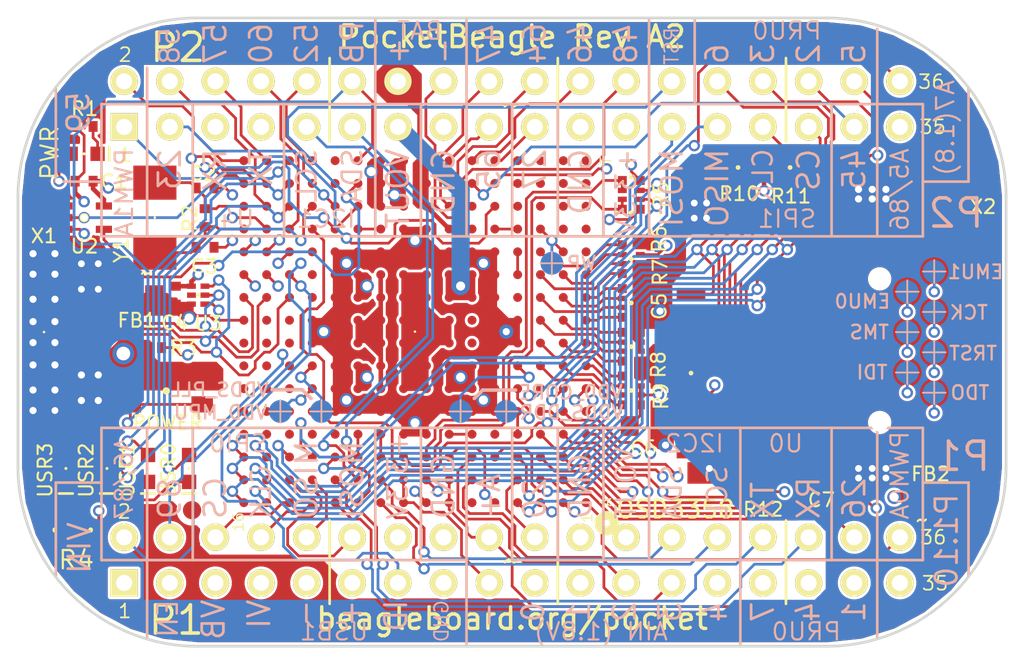
<source format=kicad_pcb>
(kicad_pcb (version 20170123) (host pcbnew "(2017-08-02 revision 9760937)-master")
  (title_block (title "PocketBeagle KiCAD") (date 2017-08-14) (comment 1 "Prototyped by: GHI Electronics, LLC") (comment 2 "Converted to KiCAD: QWERTY Embedded Design, LLC"))
  (layers (0 Top signal) (1 VDD signal) (2 DigitalGND signal) (31 Bottom signal) (34 B.Paste user) (35 F.Paste user) (36 B.SilkS user) (37 F.SilkS user) (38 B.Mask user) (39 F.Mask user) (44 Edge.Cuts user))
  (net 0 "")
  (net 1 GND)
  (net 2 VDD_3V3A)
  (net 3 VDD_1V8)
  (net 4 VDD_RTC)
  (net 5 USB_DC)
  (net 6 VDD_5V)
  (net 7 VDD_3V3B)
  (net 8 VDD_3V3AUX)
  (net 9 SYS_5V)
  (net 10 CGND)
  (net 11 VIN.BAT)
  (net 12 VBUS.RAW)
  (net 13 "/(U1.P12)PWM1A")
  (net 14 "/(U1.T16)")
  (net 15 "/(U1.P5)GPIO-0.23")
  (net 16 "/(U1.R15)")
  (net 17 "/(U1.P15)UART4.RX")
  (net 18 "/(U1.T15)")
  (net 19 "/(U1.R16)UART4.TX")
  (net 20 "/(U1.N14)")
  (net 21 "/(U1.B11)I2C1.SCL")
  (net 22 "/(U1.R13)")
  (net 23 "/(U1.A11)I2C1.SDA")
  (net 24 "/(U1.T11)PWR.BTN")
  (net 25 /BAT.TEMP)
  (net 26 "/(U1.T7)")
  (net 27 "/(U1.P7)PRU-0.15")
  (net 28 "/(U1.T5)")
  (net 29 "/(U1.R7)")
  (net 30 "/(U1.T6)PRU-0.14")
  (net 31 "/(U1.P6)")
  (net 32 "/(U1.C13)SPI1.MOSI")
  (net 33 "/(U1.R11)RESET#")
  (net 34 "/(U1.C12)SPI1.MISO")
  (net 35 "/(U1.C3)PRU-0.6")
  (net 36 "/(U1.C5)SPI1.CLK")
  (net 37 "/(U1.B1)PRU-0.3")
  (net 38 "/(U1.A4)SPI1.CS")
  (net 39 "/(U1.B2)PRU-0.2")
  (net 40 "/(U1.R6)")
  (net 41 "/(U1.B3)PRU-0.5")
  (net 42 "/(U1.F3)AIN5~3.3V")
  (net 43 "/(U1.N13)AIN7~1.8V")
  (net 44 "/(U1.A1)PWM0A")
  (net 45 "/(U1.F1)")
  (net 46 "/(U1.R5)GPIO-0.26")
  (net 47 "/(U1.A2)PRU-0.1")
  (net 48 "/(U1.A12)UART0.RX")
  (net 49 "/(U1.A3)PRU-0.4")
  (net 50 "/(U1.B12)UART0.TX")
  (net 51 "/(U1.C4)PRU-0.7")
  (net 52 "/(U1.A10)I2C2.SCL")
  (net 53 "/(U1.C7)AIN4~1.8V")
  (net 54 "/(U1.B10)I2C2.SDA")
  (net 55 "/(U1.C6)AIN3~1.8V")
  (net 56 "/(U1.B6)AIN2~1.8V")
  (net 57 "/(U1.B8)AIN1~1.8V")
  (net 58 "/(U1.B4)PRU-0.16")
  (net 59 "/(U1.A8)AIN0~1.8V")
  (net 60 "/(U1.B7)VREF+")
  (net 61 "/(U1.B9)VREF-")
  (net 62 "/(U1.L14)USB1.ID")
  (net 63 "/(U1.B14)SPI0.MOSI")
  (net 64 "/(U1.L15)USB1.D+")
  (net 65 "/(U1.B13)SPI0.MISO")
  (net 66 "/(U1.L16)USB1.D-")
  (net 67 "/(U1.A13)SPI0.CLK")
  (net 68 "/(U1.A14)SPI0.CS")
  (net 69 "/(U1.M15)USB1.VBUS")
  (net 70 "/(U1.E1)")
  (net 71 "/(U1.M14)USB1.DRVVBUS")
  (net 72 "/(U1.F2)AIN6~3.3V")
  (net 73 "Net-(U3-Pad5)")
  (net 74 "/(U1.K14)USBC.ID")
  (net 75 "/(U1.K16)USBC.D-")
  (net 76 "/(U1.K15)USBC.D+")
  (net 77 /PMIC_PGOOD)
  (net 78 "/(U1.K3)LCD.D9.G6")
  (net 79 "/(U1.K2)LCD.D10.G7")
  (net 80 "/(U1.J1)LCD.D8.G5")
  (net 81 "/(U1.K1)LCD.D11.R3")
  (net 82 /N$1)
  (net 83 /N$5)
  (net 84 /N$2)
  (net 85 /N$6)
  (net 86 "/(U1.C9)AIN6~1.8V")
  (net 87 "/(U1.C8)AIN5~1.8V")
  (net 88 "/(U1.L2)LCD.D13.R5")
  (net 89 "/(U1.L1)LCD.D14.R6")
  (net 90 "/(U1.L3)LCD.D12.R4")
  (net 91 "/(U1.M3)LCD.D15.R7")
  (net 92 "/(U1.H1)LCD.D5.G2")
  (net 93 "/(U1.J3)LCD.D6.G3")
  (net 94 "/(U1.H2)LCD.D4.B7")
  (net 95 "/(U1.J2)LCD.D7.G4")
  (net 96 "/(U1.G2)LCD.D1.B4")
  (net 97 "/(U1.G1)LCD.D2.B5")
  (net 98 "/(U1.G3)LCD.D0.B3")
  (net 99 "/(U1.H3)LCD.D3.B6")
  (net 100 "/(U1.B16)MMC0.CMD")
  (net 101 "/(U1.C15)MMC0.D3")
  (net 102 "/(U1.B15)MMC0.CLK")
  (net 103 "/(U1.C16)MMC0.D2")
  (net 104 "/(U1.C14)MMC0.CD")
  (net 105 "/(U1.A15)MMC0.D1")
  (net 106 "Net-(R11-Pad8)")
  (net 107 "/(U1.A16)MMC0.D0")
  (net 108 "Net-(R11-Pad1)")
  (net 109 "/(U1.T14)USR1")
  (net 110 "Net-(U1-PadT13)")
  (net 111 "Net-(U1-PadT12)")
  (net 112 "Net-(U1-PadT4)")
  (net 113 "Net-(U1-PadT3)")
  (net 114 "Net-(U1-PadT2)")
  (net 115 "Net-(U1-PadT1)")
  (net 116 "/(U1.R14)USR2")
  (net 117 "Net-(U1-PadR12)")
  (net 118 "Net-(U1-PadR4)")
  (net 119 "Net-(U1-PadR3)")
  (net 120 "Net-(U1-PadR2)")
  (net 121 "Net-(U1-PadR1)")
  (net 122 /OSC.IN)
  (net 123 "/(U1.P14)USR3")
  (net 124 "/(U1.P13)USR0")
  (net 125 "Net-(U1-PadP4)")
  (net 126 "Net-(U1-PadP3)")
  (net 127 "Net-(U1-PadP2)")
  (net 128 "Net-(U1-PadP1)")
  (net 129 /OSC.OUT)
  (net 130 /OSC.GND)
  (net 131 /N$27)
  (net 132 /N$24)
  (net 133 "/(U1.M2)EEPROM.WP")
  (net 134 "Net-(U1-PadN2)")
  (net 135 "Net-(U1-PadN1)")
  (net 136 /N$22)
  (net 137 "Net-(U1-PadM13)")
  (net 138 /N$25)
  (net 139 "Net-(U1-PadM1)")
  (net 140 "Net-(U1-PadL13)")
  (net 141 "Net-(U1-PadK13)")
  (net 142 "Net-(U1-PadK4)")
  (net 143 "Net-(U1-PadJ15)")
  (net 144 "Net-(U1-PadJ14)")
  (net 145 "Net-(U1-PadJ6)")
  (net 146 "Net-(U1-PadH16)")
  (net 147 "Net-(U1-PadH15)")
  (net 148 "Net-(U1-PadH14)")
  (net 149 "Net-(U1-PadH6)")
  (net 150 "Net-(U1-PadG16)")
  (net 151 "Net-(U1-PadG15)")
  (net 152 "Net-(U1-PadG14)")
  (net 153 /N$11)
  (net 154 /N$9)
  (net 155 "Net-(U1-PadF16)")
  (net 156 "Net-(U1-PadF15)")
  (net 157 "Net-(U1-PadF14)")
  (net 158 /N$10)
  (net 159 /N$7)
  (net 160 "Net-(U1-PadE16)")
  (net 161 "Net-(U1-PadE15)")
  (net 162 "Net-(U1-PadE14)")
  (net 163 "Net-(U1-PadE13)")
  (net 164 /N$26)
  (net 165 /JTAG_EMU1)
  (net 166 /JTAG_EMU0)
  (net 167 "Net-(U1-PadD16)")
  (net 168 "Net-(U1-PadD15)")
  (net 169 "Net-(U1-PadD14)")
  (net 170 "Net-(U1-PadD13)")
  (net 171 "Net-(U1-PadD12)")
  (net 172 /N$31)
  (net 173 /N$32)
  (net 174 /N$12)
  (net 175 "Net-(U1-PadD5)")
  (net 176 /JTAG_TRST#)
  (net 177 /JTAG_TMS)
  (net 178 /JTAG_TCK)
  (net 179 /JTAG_TDO)
  (net 180 /JTAG_TDI)
  (net 181 "Net-(U1-PadB5)")
  (net 182 "Net-(U1-PadA6)")
  (net 183 "Net-(U1-PadA5)")
  (net 184 "Net-(FUD3-PadP$1)")
  (net 185 "Net-(FUD2-PadP$1)")
  (net 186 "Net-(FUD1-PadP$1)")
  (net 187 /N$4)
  (module PocketBeagle.pretty:B1_27 (layer Bottom) (at 170.5011 102.7536 270)
    (fp_text reference TP9 hide)
    (fp_text value EMU0 (at 0.54058 2.49788) (layer B.SilkS) (effects (font (size 0.762 0.762) (thickness 0.127)) (justify mirror)))
    (pad TP smd circle (at 0 0 270) (size 1.27 1.27) (layers Bottom B.Mask) (net 166 /JTAG_EMU0))
  )
  (module PocketBeagle.pretty:B1_27 (layer Bottom) (at 172.0011 101.6286 270)
    (fp_text reference TP11 hide)
    (fp_text value EMU1 (at 0.02474 -2.2937) (layer B.SilkS) (effects (font (size 0.762 0.762) (thickness 0.127)) (justify mirror)))
    (pad TP smd circle (at 0 0 270) (size 1.27 1.27) (layers Bottom B.Mask) (net 165 /JTAG_EMU1))
  )
  (module PocketBeagle.pretty:B1_27 (layer Bottom) (at 172.0011 106.1286 270)
    (fp_text reference TP10 hide)
    (fp_text value TRST (at 0.0561 -2.16416) (layer B.SilkS) (effects (font (size 0.762 0.762) (thickness 0.127)) (justify mirror)))
    (pad TP smd circle (at 0 0 270) (size 1.27 1.27) (layers Bottom B.Mask) (net 176 /JTAG_TRST#))
  )
  (module PocketBeagle.pretty:B1_27 (layer Bottom) (at 170.5011 105.0036 270)
    (fp_text reference TP5 hide)
    (fp_text value TMS (at 0.00508 2.11688) (layer B.SilkS) (effects (font (size 0.762 0.762) (thickness 0.127)) (justify mirror)))
    (pad TP smd circle (at 0 0 270) (size 1.27 1.27) (layers Bottom B.Mask) (net 177 /JTAG_TMS))
  )
  (module PocketBeagle.pretty:B1_27 (layer Bottom) (at 172.0011 108.3786 270)
    (fp_text reference TP7 hide)
    (fp_text value TDO (at 0.00066 -1.9889) (layer B.SilkS) (effects (font (size 0.762 0.762) (thickness 0.127)) (justify mirror)))
    (pad TP smd circle (at 0 0 270) (size 1.27 1.27) (layers Bottom B.Mask) (net 179 /JTAG_TDO))
  )
  (module PocketBeagle.pretty:B1_27 (layer Bottom) (at 170.5011 107.2536 270)
    (fp_text reference TP6 hide)
    (fp_text value TDI (at -0.00718 1.96194) (layer B.SilkS) (effects (font (size 0.762 0.762) (thickness 0.127)) (justify mirror)))
    (pad TP smd circle (at 0 0 270) (size 1.27 1.27) (layers Bottom B.Mask) (net 180 /JTAG_TDI))
  )
  (module PocketBeagle.pretty:B1_27 (layer Bottom) (at 172.0011 103.8786 270)
    (fp_text reference TP8 hide)
    (fp_text value TCK (at 0.03534 -1.9254) (layer B.SilkS) (effects (font (size 0.762 0.762) (thickness 0.127)) (justify mirror)))
    (pad TP smd circle (at 0 0 270) (size 1.27 1.27) (layers Bottom B.Mask) (net 178 /JTAG_TCK))
  )
  (module PocketBeagle.pretty:B1_27 (layer Bottom) (at 145.6391 109.4226 180)
    (fp_text reference TP2 hide)
    (fp_text value VDD_CORE (at -6.13098 1.05858 180) (layer B.SilkS) (effects (font (size 0.762 0.762) (thickness 0.127)) (justify mirror)))
    (pad TP smd circle (at 0 0 180) (size 1.27 1.27) (layers Bottom B.Mask) (net 154 /N$9))
  )
  (module PocketBeagle.pretty:B1_27 (layer Bottom) (at 137.8921 109.4226 180)
    (fp_text reference TP4 hide)
    (fp_text value VDDS_PLL (at 5.6724 1.20336 180) (layer B.SilkS) (effects (font (size 0.762 0.762) (thickness 0.127)) (justify mirror)))
    (pad TP smd circle (at 0 0 180) (size 1.27 1.27) (layers Bottom B.Mask) (net 153 /N$11))
  )
  (module PocketBeagle.pretty:B1_27 (layer Bottom) (at 135.6061 109.4226 180)
    (fp_text reference TP3 hide)
    (fp_text value VDD_MPU (at 3.33052 -0.05394 180) (layer B.SilkS) (effects (font (size 0.762 0.762) (thickness 0.127)) (justify mirror)))
    (pad TP smd circle (at 0 0 180) (size 1.27 1.27) (layers Bottom B.Mask) (net 158 /N$10))
  )
  (module PocketBeagle.pretty:B1_27 (layer Bottom) (at 148.1791 109.4226 180)
    (fp_text reference TP1 hide)
    (fp_text value VDDS_DDR (at -3.63162 -0.05902 180) (layer B.SilkS) (effects (font (size 0.762 0.762) (thickness 0.127)) (justify mirror)))
    (pad TP smd circle (at 0 0 180) (size 1.27 1.27) (layers Bottom B.Mask) (net 159 /N$7))
  )
  (module PocketBeagle.pretty:B1_27 (layer Bottom) (at 150.7191 101.1676 180)
    (fp_text reference TP12 hide)
    (fp_text value WP (at -1.65804 -0.00314 180) (layer B.SilkS) (effects (font (size 0.762 0.762) (thickness 0.127)) (justify mirror)))
    (pad TP smd circle (at 0 0 180) (size 1.27 1.27) (layers Bottom B.Mask) (net 133 "/(U1.M2)EEPROM.WP"))
  )
  (module PocketBeagle.pretty:RN0804 (layer Top) (at 155.1387 97.3576 270)
    (fp_text reference R5 (at -0.00702 -1.65296 270) (layer F.SilkS) (effects (font (size 0.77216 0.77216) (thickness 0.115824))))
    (fp_text value 10k hide)
    (pad 1 smd rect (at -0.8001 0.49784 270) (size 0.49784 0.49784) (layers Top F.Paste F.Mask) (net 87 "/(U1.C8)AIN5~1.8V"))
    (pad 2 smd rect (at -0.24892 0.49784 270) (size 0.29972 0.49784) (layers Top F.Paste F.Mask) (net 87 "/(U1.C8)AIN5~1.8V"))
    (pad 3 smd rect (at 0.24892 0.49784 270) (size 0.29972 0.49784) (layers Top F.Paste F.Mask) (net 86 "/(U1.C9)AIN6~1.8V"))
    (pad 4 smd rect (at 0.8001 0.49784 270) (size 0.49784 0.49784) (layers Top F.Paste F.Mask) (net 86 "/(U1.C9)AIN6~1.8V"))
    (pad 5 smd rect (at 0.8001 -0.49784 270) (size 0.49784 0.49784) (layers Top F.Paste F.Mask) (net 1 GND))
    (pad 6 smd rect (at 0.24892 -0.49784 270) (size 0.29972 0.49784) (layers Top F.Paste F.Mask) (net 72 "/(U1.F2)AIN6~3.3V"))
    (pad 7 smd rect (at -0.24892 -0.49784 270) (size 0.29972 0.49784) (layers Top F.Paste F.Mask) (net 42 "/(U1.F3)AIN5~3.3V"))
    (pad 8 smd rect (at -0.8001 -0.49784 270) (size 0.49784 0.49784) (layers Top F.Paste F.Mask) (net 1 GND))
  )
  (module PocketBeagle.pretty:RN0804 (layer Top) (at 124.0491 116.0266 180)
    (fp_text reference R4 (at -0.20008 -1.66684 180) (layer F.SilkS) (effects (font (size 1.016 1.016) (thickness 0.127))))
    (fp_text value 1k hide)
    (pad 1 smd rect (at -0.8001 0.49784 180) (size 0.49784 0.49784) (layers Top F.Paste F.Mask) (net 85 /N$6))
    (pad 2 smd rect (at -0.24892 0.49784 180) (size 0.29972 0.49784) (layers Top F.Paste F.Mask) (net 83 /N$5))
    (pad 3 smd rect (at 0.24892 0.49784 180) (size 0.29972 0.49784) (layers Top F.Paste F.Mask) (net 82 /N$1))
    (pad 4 smd rect (at 0.8001 0.49784 180) (size 0.49784 0.49784) (layers Top F.Paste F.Mask) (net 84 /N$2))
    (pad 5 smd rect (at 0.8001 -0.49784 180) (size 0.49784 0.49784) (layers Top F.Paste F.Mask) (net 1 GND))
    (pad 6 smd rect (at 0.24892 -0.49784 180) (size 0.29972 0.49784) (layers Top F.Paste F.Mask) (net 1 GND))
    (pad 7 smd rect (at -0.24892 -0.49784 180) (size 0.29972 0.49784) (layers Top F.Paste F.Mask) (net 1 GND))
    (pad 8 smd rect (at -0.8001 -0.49784 180) (size 0.49784 0.49784) (layers Top F.Paste F.Mask) (net 1 GND))
  )
  (module PocketBeagle.pretty:FIDUCIAL_40MIL (layer Top) (at 171.7001 96.0788)
    (fp_text reference FUD1 hide)
    (fp_text value FIDUCIAL hide)
    (pad P$1 smd circle (at 0 0) (size 1.016 1.016) (layers Top F.Mask) (net 186 "Net-(FUD1-PadP$1)") (clearance 0.35))
  )
  (module PocketBeagle.pretty:FIDUCIAL_40MIL (layer Top) (at 170.9553 110.9357)
    (fp_text reference FUD3 hide)
    (fp_text value FIDUCIAL hide)
    (pad P$1 smd circle (at 0 0) (size 1.016 1.016) (layers Top F.Mask) (net 184 "Net-(FUD3-PadP$1)") (clearance 0.35))
  )
  (module PocketBeagle.pretty:FIDUCIAL_40MIL (layer Top) (at 130.6912 114.9217 270)
    (fp_text reference FUD2 hide)
    (fp_text value FIDUCIAL hide)
    (pad P$1 smd circle (at 0 0 270) (size 1.016 1.016) (layers Top F.Mask) (net 185 "Net-(FUD2-PadP$1)") (clearance 0.35))
  )
  (module "PocketBeagle.pretty:TH-2X18-(35MIL-DIA)-W_O-SILK" (layer Top) (at 148.5011 117.7036)
    (fp_text reference P1 (at -18.68678 3.34518) (layer F.SilkS) (effects (font (size 1.56845 1.56845) (thickness 0.19812))))
    (fp_text value ~ (at 0 0) (layer F.SilkS))
    (pad 36 thru_hole circle (at 21.59 -1.27) (size 1.524 1.524) (drill 0.889) (layers *.Cu *.Mask F.SilkS) (net 44 "/(U1.A1)PWM0A"))
    (pad 35 thru_hole circle (at 21.59 1.27) (size 1.524 1.524) (drill 0.889) (layers *.Cu *.Mask F.SilkS) (net 45 "/(U1.F1)"))
    (pad 34 thru_hole circle (at 19.05 -1.27) (size 1.524 1.524) (drill 0.889) (layers *.Cu *.Mask F.SilkS) (net 46 "/(U1.R5)GPIO-0.26"))
    (pad 33 thru_hole circle (at 19.05 1.27) (size 1.524 1.524) (drill 0.889) (layers *.Cu *.Mask F.SilkS) (net 47 "/(U1.A2)PRU-0.1"))
    (pad 32 thru_hole circle (at 16.51 -1.27) (size 1.524 1.524) (drill 0.889) (layers *.Cu *.Mask F.SilkS) (net 48 "/(U1.A12)UART0.RX"))
    (pad 31 thru_hole circle (at 16.51 1.27) (size 1.524 1.524) (drill 0.889) (layers *.Cu *.Mask F.SilkS) (net 49 "/(U1.A3)PRU-0.4"))
    (pad 30 thru_hole circle (at 13.97 -1.27) (size 1.524 1.524) (drill 0.889) (layers *.Cu *.Mask F.SilkS) (net 50 "/(U1.B12)UART0.TX"))
    (pad 29 thru_hole circle (at 13.97 1.27) (size 1.524 1.524) (drill 0.889) (layers *.Cu *.Mask F.SilkS) (net 51 "/(U1.C4)PRU-0.7"))
    (pad 28 thru_hole circle (at 11.43 -1.27) (size 1.524 1.524) (drill 0.889) (layers *.Cu *.Mask F.SilkS) (net 52 "/(U1.A10)I2C2.SCL"))
    (pad 27 thru_hole circle (at 11.43 1.27) (size 1.524 1.524) (drill 0.889) (layers *.Cu *.Mask F.SilkS) (net 53 "/(U1.C7)AIN4~1.8V"))
    (pad 26 thru_hole circle (at 8.89 -1.27) (size 1.524 1.524) (drill 0.889) (layers *.Cu *.Mask F.SilkS) (net 54 "/(U1.B10)I2C2.SDA"))
    (pad 25 thru_hole circle (at 8.89 1.27) (size 1.524 1.524) (drill 0.889) (layers *.Cu *.Mask F.SilkS) (net 55 "/(U1.C6)AIN3~1.8V"))
    (pad 24 thru_hole circle (at 6.35 -1.27) (size 1.524 1.524) (drill 0.889) (layers *.Cu *.Mask F.SilkS) (net 9 SYS_5V))
    (pad 23 thru_hole circle (at 6.35 1.27) (size 1.524 1.524) (drill 0.889) (layers *.Cu *.Mask F.SilkS) (net 56 "/(U1.B6)AIN2~1.8V"))
    (pad 22 thru_hole circle (at 3.81 -1.27) (size 1.524 1.524) (drill 0.889) (layers *.Cu *.Mask F.SilkS) (net 1 GND))
    (pad 21 thru_hole circle (at 3.81 1.27) (size 1.524 1.524) (drill 0.889) (layers *.Cu *.Mask F.SilkS) (net 57 "/(U1.B8)AIN1~1.8V"))
    (pad 20 thru_hole circle (at 1.27 -1.27) (size 1.524 1.524) (drill 0.889) (layers *.Cu *.Mask F.SilkS) (net 58 "/(U1.B4)PRU-0.16"))
    (pad 19 thru_hole circle (at 1.27 1.27) (size 1.524 1.524) (drill 0.889) (layers *.Cu *.Mask F.SilkS) (net 59 "/(U1.A8)AIN0~1.8V"))
    (pad 18 thru_hole circle (at -1.27 -1.27) (size 1.524 1.524) (drill 0.889) (layers *.Cu *.Mask F.SilkS) (net 60 "/(U1.B7)VREF+"))
    (pad 17 thru_hole circle (at -1.27 1.27) (size 1.524 1.524) (drill 0.889) (layers *.Cu *.Mask F.SilkS) (net 61 "/(U1.B9)VREF-"))
    (pad 16 thru_hole circle (at -3.81 -1.27) (size 1.524 1.524) (drill 0.889) (layers *.Cu *.Mask F.SilkS) (net 1 GND))
    (pad 15 thru_hole circle (at -3.81 1.27) (size 1.524 1.524) (drill 0.889) (layers *.Cu *.Mask F.SilkS) (net 1 GND))
    (pad 14 thru_hole circle (at -6.35 -1.27) (size 1.524 1.524) (drill 0.889) (layers *.Cu *.Mask F.SilkS) (net 7 VDD_3V3B))
    (pad 13 thru_hole circle (at -6.35 1.27) (size 1.524 1.524) (drill 0.889) (layers *.Cu *.Mask F.SilkS) (net 62 "/(U1.L14)USB1.ID"))
    (pad 12 thru_hole circle (at -8.89 -1.27) (size 1.524 1.524) (drill 0.889) (layers *.Cu *.Mask F.SilkS) (net 63 "/(U1.B14)SPI0.MOSI"))
    (pad 11 thru_hole circle (at -8.89 1.27) (size 1.524 1.524) (drill 0.889) (layers *.Cu *.Mask F.SilkS) (net 64 "/(U1.L15)USB1.D+"))
    (pad 10 thru_hole circle (at -11.43 -1.27) (size 1.524 1.524) (drill 0.889) (layers *.Cu *.Mask F.SilkS) (net 65 "/(U1.B13)SPI0.MISO"))
    (pad 9 thru_hole circle (at -11.43 1.27) (size 1.524 1.524) (drill 0.889) (layers *.Cu *.Mask F.SilkS) (net 66 "/(U1.L16)USB1.D-"))
    (pad 8 thru_hole circle (at -13.97 -1.27) (size 1.524 1.524) (drill 0.889) (layers *.Cu *.Mask F.SilkS) (net 67 "/(U1.A13)SPI0.CLK"))
    (pad 7 thru_hole circle (at -13.97 1.27) (size 1.524 1.524) (drill 0.889) (layers *.Cu *.Mask F.SilkS) (net 5 USB_DC))
    (pad 6 thru_hole circle (at -16.51 -1.27) (size 1.524 1.524) (drill 0.889) (layers *.Cu *.Mask F.SilkS) (net 68 "/(U1.A14)SPI0.CS"))
    (pad 5 thru_hole circle (at -16.51 1.27) (size 1.524 1.524) (drill 0.889) (layers *.Cu *.Mask F.SilkS) (net 69 "/(U1.M15)USB1.VBUS"))
    (pad 4 thru_hole circle (at -19.05 -1.27) (size 1.524 1.524) (drill 0.889) (layers *.Cu *.Mask F.SilkS) (net 70 "/(U1.E1)"))
    (pad 3 thru_hole circle (at -19.05 1.27) (size 1.524 1.524) (drill 0.889) (layers *.Cu *.Mask F.SilkS) (net 71 "/(U1.M14)USB1.DRVVBUS"))
    (pad 2 thru_hole circle (at -21.59 -1.27) (size 1.524 1.524) (drill 0.889) (layers *.Cu *.Mask F.SilkS) (net 72 "/(U1.F2)AIN6~3.3V"))
    (pad 1 thru_hole rect (at -21.59 1.27) (size 1.524 1.524) (drill 0.889) (layers *.Cu *.Mask F.SilkS) (net 6 VDD_5V))
  )
  (module "PocketBeagle.pretty:TH-2X18-(35MIL-DIA)-W_O-SILK" (layer Top) (at 148.5011 92.3036)
    (fp_text reference P2 (at -18.6055 -3.15468 180) (layer F.SilkS) (effects (font (size 1.56845 1.56845) (thickness 0.19812))))
    (fp_text value ~ (at 0 0) (layer F.SilkS))
    (pad 1 thru_hole rect (at -21.59 1.27) (size 1.524 1.524) (drill 0.889) (layers *.Cu *.Mask F.SilkS) (net 13 "/(U1.P12)PWM1A"))
    (pad 2 thru_hole circle (at -21.59 -1.27) (size 1.524 1.524) (drill 0.889) (layers *.Cu *.Mask F.SilkS) (net 14 "/(U1.T16)"))
    (pad 3 thru_hole circle (at -19.05 1.27) (size 1.524 1.524) (drill 0.889) (layers *.Cu *.Mask F.SilkS) (net 15 "/(U1.P5)GPIO-0.23"))
    (pad 4 thru_hole circle (at -19.05 -1.27) (size 1.524 1.524) (drill 0.889) (layers *.Cu *.Mask F.SilkS) (net 16 "/(U1.R15)"))
    (pad 5 thru_hole circle (at -16.51 1.27) (size 1.524 1.524) (drill 0.889) (layers *.Cu *.Mask F.SilkS) (net 17 "/(U1.P15)UART4.RX"))
    (pad 6 thru_hole circle (at -16.51 -1.27) (size 1.524 1.524) (drill 0.889) (layers *.Cu *.Mask F.SilkS) (net 18 "/(U1.T15)"))
    (pad 7 thru_hole circle (at -13.97 1.27) (size 1.524 1.524) (drill 0.889) (layers *.Cu *.Mask F.SilkS) (net 19 "/(U1.R16)UART4.TX"))
    (pad 8 thru_hole circle (at -13.97 -1.27) (size 1.524 1.524) (drill 0.889) (layers *.Cu *.Mask F.SilkS) (net 20 "/(U1.N14)"))
    (pad 9 thru_hole circle (at -11.43 1.27) (size 1.524 1.524) (drill 0.889) (layers *.Cu *.Mask F.SilkS) (net 21 "/(U1.B11)I2C1.SCL"))
    (pad 10 thru_hole circle (at -11.43 -1.27) (size 1.524 1.524) (drill 0.889) (layers *.Cu *.Mask F.SilkS) (net 22 "/(U1.R13)"))
    (pad 11 thru_hole circle (at -8.89 1.27) (size 1.524 1.524) (drill 0.889) (layers *.Cu *.Mask F.SilkS) (net 23 "/(U1.A11)I2C1.SDA"))
    (pad 12 thru_hole circle (at -8.89 -1.27) (size 1.524 1.524) (drill 0.889) (layers *.Cu *.Mask F.SilkS) (net 24 "/(U1.T11)PWR.BTN"))
    (pad 13 thru_hole circle (at -6.35 1.27) (size 1.524 1.524) (drill 0.889) (layers *.Cu *.Mask F.SilkS) (net 9 SYS_5V))
    (pad 14 thru_hole circle (at -6.35 -1.27) (size 1.524 1.524) (drill 0.889) (layers *.Cu *.Mask F.SilkS) (net 11 VIN.BAT))
    (pad 15 thru_hole circle (at -3.81 1.27) (size 1.524 1.524) (drill 0.889) (layers *.Cu *.Mask F.SilkS) (net 1 GND))
    (pad 16 thru_hole circle (at -3.81 -1.27) (size 1.524 1.524) (drill 0.889) (layers *.Cu *.Mask F.SilkS) (net 25 /BAT.TEMP))
    (pad 17 thru_hole circle (at -1.27 1.27) (size 1.524 1.524) (drill 0.889) (layers *.Cu *.Mask F.SilkS) (net 26 "/(U1.T7)"))
    (pad 18 thru_hole circle (at -1.27 -1.27) (size 1.524 1.524) (drill 0.889) (layers *.Cu *.Mask F.SilkS) (net 27 "/(U1.P7)PRU-0.15"))
    (pad 19 thru_hole circle (at 1.27 1.27) (size 1.524 1.524) (drill 0.889) (layers *.Cu *.Mask F.SilkS) (net 28 "/(U1.T5)"))
    (pad 20 thru_hole circle (at 1.27 -1.27) (size 1.524 1.524) (drill 0.889) (layers *.Cu *.Mask F.SilkS) (net 29 "/(U1.R7)"))
    (pad 21 thru_hole circle (at 3.81 1.27) (size 1.524 1.524) (drill 0.889) (layers *.Cu *.Mask F.SilkS) (net 1 GND))
    (pad 22 thru_hole circle (at 3.81 -1.27) (size 1.524 1.524) (drill 0.889) (layers *.Cu *.Mask F.SilkS) (net 30 "/(U1.T6)PRU-0.14"))
    (pad 23 thru_hole circle (at 6.35 1.27) (size 1.524 1.524) (drill 0.889) (layers *.Cu *.Mask F.SilkS) (net 7 VDD_3V3B))
    (pad 24 thru_hole circle (at 6.35 -1.27) (size 1.524 1.524) (drill 0.889) (layers *.Cu *.Mask F.SilkS) (net 31 "/(U1.P6)"))
    (pad 25 thru_hole circle (at 8.89 1.27) (size 1.524 1.524) (drill 0.889) (layers *.Cu *.Mask F.SilkS) (net 32 "/(U1.C13)SPI1.MOSI"))
    (pad 26 thru_hole circle (at 8.89 -1.27) (size 1.524 1.524) (drill 0.889) (layers *.Cu *.Mask F.SilkS) (net 33 "/(U1.R11)RESET#"))
    (pad 27 thru_hole circle (at 11.43 1.27) (size 1.524 1.524) (drill 0.889) (layers *.Cu *.Mask F.SilkS) (net 34 "/(U1.C12)SPI1.MISO"))
    (pad 28 thru_hole circle (at 11.43 -1.27) (size 1.524 1.524) (drill 0.889) (layers *.Cu *.Mask F.SilkS) (net 35 "/(U1.C3)PRU-0.6"))
    (pad 29 thru_hole circle (at 13.97 1.27) (size 1.524 1.524) (drill 0.889) (layers *.Cu *.Mask F.SilkS) (net 36 "/(U1.C5)SPI1.CLK"))
    (pad 30 thru_hole circle (at 13.97 -1.27) (size 1.524 1.524) (drill 0.889) (layers *.Cu *.Mask F.SilkS) (net 37 "/(U1.B1)PRU-0.3"))
    (pad 31 thru_hole circle (at 16.51 1.27) (size 1.524 1.524) (drill 0.889) (layers *.Cu *.Mask F.SilkS) (net 38 "/(U1.A4)SPI1.CS"))
    (pad 32 thru_hole circle (at 16.51 -1.27) (size 1.524 1.524) (drill 0.889) (layers *.Cu *.Mask F.SilkS) (net 39 "/(U1.B2)PRU-0.2"))
    (pad 33 thru_hole circle (at 19.05 1.27) (size 1.524 1.524) (drill 0.889) (layers *.Cu *.Mask F.SilkS) (net 40 "/(U1.R6)"))
    (pad 34 thru_hole circle (at 19.05 -1.27) (size 1.524 1.524) (drill 0.889) (layers *.Cu *.Mask F.SilkS) (net 41 "/(U1.B3)PRU-0.5"))
    (pad 35 thru_hole circle (at 21.59 1.27) (size 1.524 1.524) (drill 0.889) (layers *.Cu *.Mask F.SilkS) (net 42 "/(U1.F3)AIN5~3.3V"))
    (pad 36 thru_hole circle (at 21.59 -1.27) (size 1.524 1.524) (drill 0.889) (layers *.Cu *.Mask F.SilkS) (net 43 "/(U1.N13)AIN7~1.8V"))
  )
  (module PocketBeagle.pretty:0603-LED (layer Top) (at 124.6841 95.0716 90)
    (fp_text reference LED1 hide)
    (fp_text value PWR (at 1.64786 -2.48216 90) (layer F.SilkS) (effects (font (size 0.9652 0.9652) (thickness 0.115824)) (justify right top)))
    (pad K smd rect (at 0 0.75 90) (size 0.8 0.8) (layers Top F.Paste F.Mask) (net 187 /N$4))
    (pad A smd rect (at 0 -0.75 90) (size 0.8 0.8) (layers Top F.Paste F.Mask) (net 8 VDD_3V3AUX))
  )
  (module PocketBeagle.pretty:MINI_PUSHBUTTON (layer Top) (at 129.2561 108.2796)
    (fp_text reference SW1 hide)
    (fp_text value POWER (at -1.96654 2.23326) (layer F.SilkS) (effects (font (size 0.77216 0.77216) (thickness 0.115824)) (justify left bottom)))
    (pad 4 smd rect (at 2 0.75) (size 1.2 0.9) (layers Top F.Paste F.Mask) (net 24 "/(U1.T11)PWR.BTN"))
    (pad 2 smd rect (at 2 -0.75) (size 1.2 0.9) (layers Top F.Paste F.Mask) (net 1 GND))
    (pad 1 smd rect (at -2 -0.75) (size 1.2 0.9) (layers Top F.Paste F.Mask) (net 1 GND))
    (pad 3 smd rect (at -2 0.75) (size 1.2 0.9) (layers Top F.Paste F.Mask) (net 24 "/(U1.T11)PWR.BTN"))
  )
  (module PocketBeagle.pretty:0603-LED (layer Top) (at 123.6681 112.5976)
    (fp_text reference USR3 (at -0.7 1.7 90) (layer F.SilkS) (effects (font (size 0.77216 0.77216) (thickness 0.115824)) (justify left bottom)))
    (fp_text value LTST-C191TBKT hide)
    (pad K smd rect (at 0 0.75) (size 0.8 0.8) (layers Top F.Paste F.Mask) (net 84 /N$2))
    (pad A smd rect (at 0 -0.75) (size 0.8 0.8) (layers Top F.Paste F.Mask) (net 123 "/(U1.P14)USR3"))
  )
  (module PocketBeagle.pretty:0603-LED (layer Top) (at 125.9541 112.5976)
    (fp_text reference USR2 (at -0.7 1.7 90) (layer F.SilkS) (effects (font (size 0.77216 0.77216) (thickness 0.115824)) (justify left bottom)))
    (fp_text value LTST-C191TBKT hide)
    (pad K smd rect (at 0 0.75) (size 0.8 0.8) (layers Top F.Paste F.Mask) (net 82 /N$1))
    (pad A smd rect (at 0 -0.75) (size 0.8 0.8) (layers Top F.Paste F.Mask) (net 116 "/(U1.R14)USR2"))
  )
  (module PocketBeagle.pretty:0603-LED (layer Top) (at 128.2401 112.5976)
    (fp_text reference USR1 (at -0.7 1.7 90) (layer F.SilkS) (effects (font (size 0.77216 0.77216) (thickness 0.115824)) (justify left bottom)))
    (fp_text value LTST-C191TBKT hide)
    (pad K smd rect (at 0 0.75) (size 0.8 0.8) (layers Top F.Paste F.Mask) (net 83 /N$5))
    (pad A smd rect (at 0 -0.75) (size 0.8 0.8) (layers Top F.Paste F.Mask) (net 109 "/(U1.T14)USR1"))
  )
  (module PocketBeagle.pretty:0603-LED (layer Top) (at 130.5261 112.5976)
    (fp_text reference USR0 (at -0.7 1.7 90) (layer F.SilkS) (effects (font (size 0.77216 0.77216) (thickness 0.115824)) (justify left bottom)))
    (fp_text value LTST-C191TBKT hide)
    (pad K smd rect (at 0 0.75) (size 0.8 0.8) (layers Top F.Paste F.Mask) (net 85 /N$6))
    (pad A smd rect (at 0 -0.75) (size 0.8 0.8) (layers Top F.Paste F.Mask) (net 124 "/(U1.P13)USR0"))
  )
  (module "PocketBeagle.pretty:SON-6(TI)-DRY" (layer Top) (at 131.0341 102.9456 90)
    (fp_text reference U3 (at -1.1182 1.4015) (layer F.SilkS) (effects (font (size 0.77216 0.77216) (thickness 0.115824)) (justify right top)))
    (fp_text value TPD4S012DRY hide)
    (pad 6 smd rect (at -0.5 -0.375 90) (size 0.3 0.49) (layers Top F.Paste F.Mask) (net 5 USB_DC))
    (pad 5 smd rect (at 0 -0.375 90) (size 0.3 0.49) (layers Top F.Paste F.Mask) (net 73 "Net-(U3-Pad5)"))
    (pad 4 smd rect (at 0.5 -0.375 90) (size 0.3 0.49) (layers Top F.Paste F.Mask) (net 1 GND))
    (pad 3 smd rect (at 0.5 0.375 90) (size 0.3 0.49) (layers Top F.Paste F.Mask) (net 74 "/(U1.K14)USBC.ID"))
    (pad 2 smd rect (at 0 0.375 90) (size 0.3 0.49) (layers Top F.Paste F.Mask) (net 75 "/(U1.K16)USBC.D-"))
    (pad 1 smd rect (at -0.5 0.38 90) (size 0.3 0.52) (layers Top F.Paste F.Mask) (net 76 "/(U1.K15)USBC.D+"))
  )
  (module PocketBeagle.pretty:CRYSTAL_5X3.2MM (layer Top) (at 128.6211 98.6276 90)
    (fp_text reference Y1 (at -2.5914 -1.4179 90) (layer F.SilkS) (effects (font (size 0.77216 0.77216) (thickness 0.115824)) (justify left bottom)))
    (fp_text value "24 MHz" hide)
    (pad 2 smd rect (at 1.95 0 90) (size 1.9 2.4) (layers Top F.Paste F.Mask) (net 122 /OSC.IN))
    (pad 1 smd rect (at -1.95 0 90) (size 1.9 2.4) (layers Top F.Paste F.Mask) (net 129 /OSC.OUT))
  )
  (module "PocketBeagle.pretty:10118192-0001LF(MICRO-USB-B-AMPHENOL-FCI)" (layer Top) (at 122.4511 105.0036 270)
    (fp_text reference X1 (at -4.9022 0.8105) (layer F.SilkS) (effects (font (size 0.77216 0.77216) (thickness 0.115824)) (justify left bottom)))
    (fp_text value 10118192-0001LF hide)
    (pad GND smd rect (at 1.3 -2.675 270) (size 0.4 1.35) (layers Top F.Paste F.Mask) (net 1 GND))
    (pad ID smd rect (at 0.65 -2.675 270) (size 0.4 1.35) (layers Top F.Paste F.Mask) (net 74 "/(U1.K14)USBC.ID"))
    (pad D+ smd rect (at 0 -2.675 270) (size 0.4 1.35) (layers Top F.Paste F.Mask) (net 76 "/(U1.K15)USBC.D+"))
    (pad D- smd rect (at -0.65 -2.675 270) (size 0.4 1.35) (layers Top F.Paste F.Mask) (net 75 "/(U1.K16)USBC.D-"))
    (pad VBUS smd rect (at -1.3 -2.675 270) (size 0.4 1.35) (layers Top F.Paste F.Mask) (net 12 VBUS.RAW))
    (pad CGND smd rect (at 3.8 0 270) (size 1.8 1.9) (layers Top F.Paste F.Mask) (net 10 CGND))
    (pad CGND smd rect (at 1.2 0 270) (size 1.9 1.9) (layers Top F.Paste F.Mask) (net 10 CGND))
    (pad CGND smd rect (at -1.2 0 270) (size 1.9 1.9) (layers Top F.Paste F.Mask) (net 10 CGND))
    (pad CGND smd rect (at -3.8 0 270) (size 1.8 1.9) (layers Top F.Paste F.Mask) (net 10 CGND))
    (pad CGND smd rect (at 3.1 -2.55 270) (size 2.1 1.6) (layers Top F.Paste F.Mask) (net 10 CGND))
    (pad CGND smd rect (at -3.1 -2.55 270) (size 2.1 1.6) (layers Top F.Paste F.Mask) (net 10 CGND))
  )
  (module "PocketBeagle.pretty:SC70(TI-DCK)" (layer Top) (at 124.6841 98.6276 90)
    (fp_text reference U2 (at -1.1436 0.8681) (layer F.SilkS) (effects (font (size 0.77216 0.77216) (thickness 0.115824)) (justify right top)))
    (fp_text value SN74LVC1G07DCK hide)
    (pad 5 smd rect (at 0.65 1.1 90) (size 0.4 0.9) (layers Top F.Paste F.Mask) (net 4 VDD_RTC))
    (pad 4 smd rect (at -0.65 1.1 90) (size 0.4 0.9) (layers Top F.Paste F.Mask) (net 33 "/(U1.R11)RESET#"))
    (pad 1 smd rect (at 0.65 -1.1 90) (size 0.4 0.9) (layers Top F.Paste F.Mask))
    (pad 2 smd rect (at 0 -1.1 90) (size 0.4 0.9) (layers Top F.Paste F.Mask) (net 77 /PMIC_PGOOD))
    (pad 3 smd rect (at -0.65 -1.1 90) (size 0.4 0.9) (layers Top F.Paste F.Mask) (net 1 GND))
  )
  (module PocketBeagle.pretty:MICROSD (layer Top) (at 158.4647 107.2876)
    (fp_text reference X2 (at 15.44148 -8.81688) (layer F.SilkS) (effects (font (size 0.77216 0.77216) (thickness 0.115824)) (justify left bottom)))
    (fp_text value MICROSD hide)
    (pad "" np_thru_hole circle (at 10.5 -5.25) (size 1 1) (drill 1) (layers *.Cu))
    (pad "" np_thru_hole circle (at 10.5 2.75) (size 1 1) (drill 1) (layers *.Cu))
    (pad G3 smd rect (at 10.1 -9.95) (size 2.2 1.2) (layers Top F.Paste F.Mask) (net 10 CGND))
    (pad G4 smd rect (at 0.5 -9.05) (size 1.4 1.6) (layers Top F.Paste F.Mask) (net 10 CGND))
    (pad G2 smd rect (at 10.1 5.55) (size 2.2 1.2) (layers Top F.Paste F.Mask) (net 10 CGND))
    (pad G1 smd rect (at 0.6 5.56) (size 1.6 1.2) (layers Top F.Paste F.Mask) (net 10 CGND))
    (pad 9 smd rect (at 0 4.4) (size 1.6 0.7) (layers Top F.Paste F.Mask) (net 104 "/(U1.C14)MMC0.CD"))
    (pad 8 smd rect (at 0 3.3) (size 1.6 0.7) (layers Top F.Paste F.Mask) (net 105 "/(U1.A15)MMC0.D1"))
    (pad 7 smd rect (at 0 2.2) (size 1.6 0.7) (layers Top F.Paste F.Mask) (net 107 "/(U1.A16)MMC0.D0"))
    (pad 6 smd rect (at 0 1.1) (size 1.6 0.7) (layers Top F.Paste F.Mask) (net 1 GND))
    (pad 5 smd rect (at 0 0) (size 1.6 0.7) (layers Top F.Paste F.Mask) (net 102 "/(U1.B15)MMC0.CLK"))
    (pad 4 smd rect (at 0 -1.1) (size 1.6 0.7) (layers Top F.Paste F.Mask) (net 7 VDD_3V3B))
    (pad 3 smd rect (at 0 -2.2) (size 1.6 0.7) (layers Top F.Paste F.Mask) (net 100 "/(U1.B16)MMC0.CMD"))
    (pad 2 smd rect (at 0 -3.3) (size 1.6 0.7) (layers Top F.Paste F.Mask) (net 101 "/(U1.C15)MMC0.D3"))
    (pad 1 smd rect (at 0 -4.4) (size 1.6 0.7) (layers Top F.Paste F.Mask) (net 103 "/(U1.C16)MMC0.D2"))
  )
  (module PocketBeagle.pretty:RN0804 (layer Top) (at 155.1387 105.8158 270)
    (fp_text reference R8 (at 1.8342 -1.9613 90) (layer F.SilkS) (effects (font (size 0.77216 0.77216) (thickness 0.115824)) (justify left bottom)))
    (fp_text value 100k hide)
    (pad 7 smd rect (at -0.25 -0.5 270) (size 0.3 0.5) (layers Top F.Paste F.Mask) (net 1 GND))
    (pad 6 smd rect (at 0.25 -0.5 270) (size 0.3 0.5) (layers Top F.Paste F.Mask) (net 1 GND))
    (pad 3 smd rect (at 0.25 0.5 270) (size 0.3 0.5) (layers Top F.Paste F.Mask) (net 92 "/(U1.H1)LCD.D5.G2"))
    (pad 2 smd rect (at -0.25 0.5 270) (size 0.3 0.5) (layers Top F.Paste F.Mask) (net 93 "/(U1.J3)LCD.D6.G3"))
    (pad 8 smd rect (at -0.801081 -0.5 270) (size 0.497841 0.5) (layers Top F.Paste F.Mask) (net 1 GND))
    (pad 5 smd rect (at 0.801081 -0.5 270) (size 0.497841 0.5) (layers Top F.Paste F.Mask) (net 7 VDD_3V3B))
    (pad 4 smd rect (at 0.801081 0.5 270) (size 0.497841 0.5) (layers Top F.Paste F.Mask) (net 94 "/(U1.H2)LCD.D4.B7"))
    (pad 1 smd rect (at -0.801081 0.5 270) (size 0.497841 0.5) (layers Top F.Paste F.Mask) (net 95 "/(U1.J2)LCD.D7.G4"))
  )
  (module PocketBeagle.pretty:RN0804 (layer Top) (at 155.1387 103.3774 270)
    (fp_text reference R7 (at -0.8774 -2.0613 90) (layer F.SilkS) (effects (font (size 0.77216 0.77216) (thickness 0.115824)) (justify left bottom)))
    (fp_text value 100k hide)
    (pad 7 smd rect (at -0.25 -0.5 270) (size 0.3 0.5) (layers Top F.Paste F.Mask) (net 1 GND))
    (pad 6 smd rect (at 0.25 -0.5 270) (size 0.3 0.5) (layers Top F.Paste F.Mask) (net 1 GND))
    (pad 3 smd rect (at 0.25 0.5 270) (size 0.3 0.5) (layers Top F.Paste F.Mask) (net 78 "/(U1.K3)LCD.D9.G6"))
    (pad 2 smd rect (at -0.25 0.5 270) (size 0.3 0.5) (layers Top F.Paste F.Mask) (net 79 "/(U1.K2)LCD.D10.G7"))
    (pad 8 smd rect (at -0.801081 -0.5 270) (size 0.497841 0.5) (layers Top F.Paste F.Mask) (net 1 GND))
    (pad 5 smd rect (at 0.801081 -0.5 270) (size 0.497841 0.5) (layers Top F.Paste F.Mask) (net 1 GND))
    (pad 4 smd rect (at 0.801081 0.5 270) (size 0.497841 0.5) (layers Top F.Paste F.Mask) (net 80 "/(U1.J1)LCD.D8.G5"))
    (pad 1 smd rect (at -0.801081 0.5 270) (size 0.497841 0.5) (layers Top F.Paste F.Mask) (net 81 "/(U1.K1)LCD.D11.R3"))
  )
  (module PocketBeagle.pretty:RN0804 (layer Top) (at 155.1387 100.939 270)
    (fp_text reference R6 (at -0.289 -2.0113 270) (layer F.SilkS) (effects (font (size 0.77216 0.77216) (thickness 0.115824)) (justify left bottom)))
    (fp_text value 100k hide)
    (pad 7 smd rect (at -0.25 -0.5 270) (size 0.3 0.5) (layers Top F.Paste F.Mask) (net 7 VDD_3V3B))
    (pad 6 smd rect (at 0.25 -0.5 270) (size 0.3 0.5) (layers Top F.Paste F.Mask) (net 1 GND))
    (pad 3 smd rect (at 0.25 0.5 270) (size 0.3 0.5) (layers Top F.Paste F.Mask) (net 88 "/(U1.L2)LCD.D13.R5"))
    (pad 2 smd rect (at -0.25 0.5 270) (size 0.3 0.5) (layers Top F.Paste F.Mask) (net 89 "/(U1.L1)LCD.D14.R6"))
    (pad 8 smd rect (at -0.801081 -0.5 270) (size 0.497841 0.5) (layers Top F.Paste F.Mask) (net 1 GND))
    (pad 5 smd rect (at 0.801081 -0.5 270) (size 0.497841 0.5) (layers Top F.Paste F.Mask) (net 1 GND))
    (pad 4 smd rect (at 0.801081 0.5 270) (size 0.497841 0.5) (layers Top F.Paste F.Mask) (net 90 "/(U1.L3)LCD.D12.R4"))
    (pad 1 smd rect (at -0.801081 0.5 270) (size 0.497841 0.5) (layers Top F.Paste F.Mask) (net 91 "/(U1.M3)LCD.D15.R7"))
  )
  (module PocketBeagle.pretty:OSD335X-BGA-256 (layer Top) (at 143.0991 104.9776 90)
    (fp_text reference U1 hide)
    (fp_text value OSD3358-512M-BSM hide)
    (fp_text user 16 (at -10.0082 -9.8253 90) (layer F.SilkS) (effects (font (size 0.57912 0.57912) (thickness 0.073152)) (justify right)))
    (fp_text user 1 (at -10.059 9.5803 90) (layer F.SilkS) (effects (font (size 0.57912 0.57912) (thickness 0.073152)) (justify right)))
    (fp_text user T (at 9.525 10.2915 90) (layer F.SilkS) (effects (font (size 0.57912 0.57912) (thickness 0.073152)) (justify top)))
    (fp_text user A (at -9.5002 10.2915 90) (layer F.SilkS) (effects (font (size 0.57912 0.57912) (thickness 0.073152)) (justify top)))
    (pad T16 smd circle (at 9.525 -9.525 90) (size 0.5 0.5) (layers Top F.Paste F.Mask) (net 14 "/(U1.T16)"))
    (pad T15 smd circle (at 9.525 -8.255 90) (size 0.5 0.5) (layers Top F.Paste F.Mask) (net 18 "/(U1.T15)"))
    (pad T14 smd circle (at 9.525 -6.985 90) (size 0.5 0.5) (layers Top F.Paste F.Mask) (net 109 "/(U1.T14)USR1"))
    (pad T13 smd circle (at 9.525 -5.715 90) (size 0.5 0.5) (layers Top F.Paste F.Mask) (net 110 "Net-(U1-PadT13)"))
    (pad T12 smd circle (at 9.525 -4.445 90) (size 0.5 0.5) (layers Top F.Paste F.Mask) (net 111 "Net-(U1-PadT12)"))
    (pad T11 smd circle (at 9.525 -3.175 90) (size 0.5 0.5) (layers Top F.Paste F.Mask) (net 24 "/(U1.T11)PWR.BTN"))
    (pad T10 smd circle (at 9.525 -1.905 90) (size 0.5 0.5) (layers Top F.Paste F.Mask) (net 6 VDD_5V))
    (pad T9 smd circle (at 9.525 -0.635 90) (size 0.5 0.5) (layers Top F.Paste F.Mask) (net 5 USB_DC))
    (pad T8 smd circle (at 9.525 0.635 90) (size 0.5 0.5) (layers Top F.Paste F.Mask) (net 11 VIN.BAT))
    (pad T7 smd circle (at 9.525 1.905 90) (size 0.5 0.5) (layers Top F.Paste F.Mask) (net 26 "/(U1.T7)"))
    (pad T6 smd circle (at 9.525 3.175 90) (size 0.5 0.5) (layers Top F.Paste F.Mask) (net 30 "/(U1.T6)PRU-0.14"))
    (pad T5 smd circle (at 9.525 4.445 90) (size 0.5 0.5) (layers Top F.Paste F.Mask) (net 28 "/(U1.T5)"))
    (pad T4 smd circle (at 9.525 5.715 90) (size 0.5 0.5) (layers Top F.Paste F.Mask) (net 112 "Net-(U1-PadT4)"))
    (pad T3 smd circle (at 9.525 6.985 90) (size 0.5 0.5) (layers Top F.Paste F.Mask) (net 113 "Net-(U1-PadT3)"))
    (pad T2 smd circle (at 9.525 8.255 90) (size 0.5 0.5) (layers Top F.Paste F.Mask) (net 114 "Net-(U1-PadT2)"))
    (pad T1 smd circle (at 9.525 9.525 90) (size 0.5 0.5) (layers Top F.Paste F.Mask) (net 115 "Net-(U1-PadT1)"))
    (pad R16 smd circle (at 8.255 -9.525 90) (size 0.5 0.5) (layers Top F.Paste F.Mask) (net 19 "/(U1.R16)UART4.TX"))
    (pad R15 smd circle (at 8.255 -8.255 90) (size 0.5 0.5) (layers Top F.Paste F.Mask) (net 16 "/(U1.R15)"))
    (pad R14 smd circle (at 8.255 -6.985 90) (size 0.5 0.5) (layers Top F.Paste F.Mask) (net 116 "/(U1.R14)USR2"))
    (pad R13 smd circle (at 8.255 -5.715 90) (size 0.5 0.5) (layers Top F.Paste F.Mask) (net 22 "/(U1.R13)"))
    (pad R12 smd circle (at 8.255 -4.445 90) (size 0.5 0.5) (layers Top F.Paste F.Mask) (net 117 "Net-(U1-PadR12)"))
    (pad R11 smd circle (at 8.255 -3.175 90) (size 0.5 0.5) (layers Top F.Paste F.Mask) (net 33 "/(U1.R11)RESET#"))
    (pad R10 smd circle (at 8.255 -1.905 90) (size 0.5 0.5) (layers Top F.Paste F.Mask) (net 6 VDD_5V))
    (pad R9 smd circle (at 8.255 -0.635 90) (size 0.5 0.5) (layers Top F.Paste F.Mask) (net 5 USB_DC))
    (pad R8 smd circle (at 8.255 0.635 90) (size 0.5 0.5) (layers Top F.Paste F.Mask) (net 11 VIN.BAT))
    (pad R7 smd circle (at 8.255 1.905 90) (size 0.5 0.5) (layers Top F.Paste F.Mask) (net 29 "/(U1.R7)"))
    (pad R6 smd circle (at 8.255 3.175 90) (size 0.5 0.5) (layers Top F.Paste F.Mask) (net 40 "/(U1.R6)"))
    (pad R5 smd circle (at 8.255 4.445 90) (size 0.5 0.5) (layers Top F.Paste F.Mask) (net 46 "/(U1.R5)GPIO-0.26"))
    (pad R4 smd circle (at 8.255 5.715 90) (size 0.5 0.5) (layers Top F.Paste F.Mask) (net 118 "Net-(U1-PadR4)"))
    (pad R3 smd circle (at 8.255 6.985 90) (size 0.5 0.5) (layers Top F.Paste F.Mask) (net 119 "Net-(U1-PadR3)"))
    (pad R2 smd circle (at 8.255 8.255 90) (size 0.5 0.5) (layers Top F.Paste F.Mask) (net 120 "Net-(U1-PadR2)"))
    (pad R1 smd circle (at 8.255 9.525 90) (size 0.5 0.5) (layers Top F.Paste F.Mask) (net 121 "Net-(U1-PadR1)"))
    (pad P16 smd circle (at 6.985 -9.525 90) (size 0.5 0.5) (layers Top F.Paste F.Mask) (net 122 /OSC.IN))
    (pad P15 smd circle (at 6.985 -8.255 90) (size 0.5 0.5) (layers Top F.Paste F.Mask) (net 17 "/(U1.P15)UART4.RX"))
    (pad P14 smd circle (at 6.985 -6.985 90) (size 0.5 0.5) (layers Top F.Paste F.Mask) (net 123 "/(U1.P14)USR3"))
    (pad P13 smd circle (at 6.985 -5.715 90) (size 0.5 0.5) (layers Top F.Paste F.Mask) (net 124 "/(U1.P13)USR0"))
    (pad P12 smd circle (at 6.985 -4.445 90) (size 0.5 0.5) (layers Top F.Paste F.Mask) (net 13 "/(U1.P12)PWM1A"))
    (pad P11 smd circle (at 6.985 -3.175 90) (size 0.5 0.5) (layers Top F.Paste F.Mask) (net 77 /PMIC_PGOOD))
    (pad P10 smd circle (at 6.985 -1.905 90) (size 0.5 0.5) (layers Top F.Paste F.Mask) (net 6 VDD_5V))
    (pad P9 smd circle (at 6.985 -0.635 90) (size 0.5 0.5) (layers Top F.Paste F.Mask) (net 5 USB_DC))
    (pad P8 smd circle (at 6.985 0.635 90) (size 0.5 0.5) (layers Top F.Paste F.Mask) (net 11 VIN.BAT))
    (pad P7 smd circle (at 6.985 1.905 90) (size 0.5 0.5) (layers Top F.Paste F.Mask) (net 27 "/(U1.P7)PRU-0.15"))
    (pad P6 smd circle (at 6.985 3.175 90) (size 0.5 0.5) (layers Top F.Paste F.Mask) (net 31 "/(U1.P6)"))
    (pad P5 smd circle (at 6.985 4.445 90) (size 0.5 0.5) (layers Top F.Paste F.Mask) (net 15 "/(U1.P5)GPIO-0.23"))
    (pad P4 smd circle (at 6.985 5.715 90) (size 0.5 0.5) (layers Top F.Paste F.Mask) (net 125 "Net-(U1-PadP4)"))
    (pad P3 smd circle (at 6.985 6.985 90) (size 0.5 0.5) (layers Top F.Paste F.Mask) (net 126 "Net-(U1-PadP3)"))
    (pad P2 smd circle (at 6.985 8.255 90) (size 0.5 0.5) (layers Top F.Paste F.Mask) (net 127 "Net-(U1-PadP2)"))
    (pad P1 smd circle (at 6.985 9.525 90) (size 0.5 0.5) (layers Top F.Paste F.Mask) (net 128 "Net-(U1-PadP1)"))
    (pad N16 smd circle (at 5.715 -9.525 90) (size 0.5 0.5) (layers Top F.Paste F.Mask) (net 129 /OSC.OUT))
    (pad N15 smd circle (at 5.715 -8.255 90) (size 0.5 0.5) (layers Top F.Paste F.Mask) (net 130 /OSC.GND))
    (pad N14 smd circle (at 5.715 -6.985 90) (size 0.5 0.5) (layers Top F.Paste F.Mask) (net 20 "/(U1.N14)"))
    (pad N13 smd circle (at 5.715 -5.715 90) (size 0.5 0.5) (layers Top F.Paste F.Mask) (net 43 "/(U1.N13)AIN7~1.8V"))
    (pad N12 smd circle (at 5.715 -4.445 90) (size 0.5 0.5) (layers Top F.Paste F.Mask) (net 77 /PMIC_PGOOD))
    (pad N11 smd circle (at 5.715 -3.175 90) (size 0.5 0.5) (layers Top F.Paste F.Mask) (net 131 /N$27))
    (pad N10 smd circle (at 5.715 -1.905 90) (size 0.5 0.5) (layers Top F.Paste F.Mask) (net 131 /N$27))
    (pad N9 smd circle (at 5.715 -0.635 90) (size 0.5 0.5) (layers Top F.Paste F.Mask) (net 1 GND))
    (pad N8 smd circle (at 5.715 0.635 90) (size 0.5 0.5) (layers Top F.Paste F.Mask) (net 1 GND))
    (pad N7 smd circle (at 5.715 1.905 90) (size 0.5 0.5) (layers Top F.Paste F.Mask) (net 11 VIN.BAT))
    (pad N6 smd circle (at 5.715 3.175 90) (size 0.5 0.5) (layers Top F.Paste F.Mask) (net 25 /BAT.TEMP))
    (pad N5 smd circle (at 5.715 4.445 90) (size 0.5 0.5) (layers Top F.Paste F.Mask) (net 132 /N$24))
    (pad N4 smd circle (at 5.715 5.715 90) (size 0.5 0.5) (layers Top F.Paste F.Mask) (net 132 /N$24))
    (pad N3 smd circle (at 5.715 6.985 90) (size 0.5 0.5) (layers Top F.Paste F.Mask) (net 133 "/(U1.M2)EEPROM.WP"))
    (pad N2 smd circle (at 5.715 8.255 90) (size 0.5 0.5) (layers Top F.Paste F.Mask) (net 134 "Net-(U1-PadN2)"))
    (pad N1 smd circle (at 5.715 9.525 90) (size 0.5 0.5) (layers Top F.Paste F.Mask) (net 135 "Net-(U1-PadN1)"))
    (pad M16 smd circle (at 4.445 -9.525 90) (size 0.5 0.5) (layers Top F.Paste F.Mask) (net 136 /N$22))
    (pad M15 smd circle (at 4.445 -8.255 90) (size 0.5 0.5) (layers Top F.Paste F.Mask) (net 69 "/(U1.M15)USB1.VBUS"))
    (pad M14 smd circle (at 4.445 -6.985 90) (size 0.5 0.5) (layers Top F.Paste F.Mask) (net 71 "/(U1.M14)USB1.DRVVBUS"))
    (pad M13 smd circle (at 4.445 -5.715 90) (size 0.5 0.5) (layers Top F.Paste F.Mask) (net 137 "Net-(U1-PadM13)"))
    (pad M12 smd circle (at 4.445 -4.445 90) (size 0.5 0.5) (layers Top F.Paste F.Mask) (net 1 GND))
    (pad M11 smd circle (at 4.445 -3.175 90) (size 0.5 0.5) (layers Top F.Paste F.Mask) (net 1 GND))
    (pad M10 smd circle (at 4.445 -1.905 90) (size 0.5 0.5) (layers Top F.Paste F.Mask) (net 1 GND))
    (pad M9 smd circle (at 4.445 -0.635 90) (size 0.5 0.5) (layers Top F.Paste F.Mask) (net 1 GND))
    (pad M8 smd circle (at 4.445 0.635 90) (size 0.5 0.5) (layers Top F.Paste F.Mask) (net 1 GND))
    (pad M7 smd circle (at 4.445 1.905 90) (size 0.5 0.5) (layers Top F.Paste F.Mask) (net 1 GND))
    (pad M6 smd circle (at 4.445 3.175 90) (size 0.5 0.5) (layers Top F.Paste F.Mask) (net 1 GND))
    (pad M5 smd circle (at 4.445 4.445 90) (size 0.5 0.5) (layers Top F.Paste F.Mask) (net 1 GND))
    (pad M4 smd circle (at 4.445 5.715 90) (size 0.5 0.5) (layers Top F.Paste F.Mask) (net 138 /N$25))
    (pad M3 smd circle (at 4.445 6.985 90) (size 0.5 0.5) (layers Top F.Paste F.Mask) (net 91 "/(U1.M3)LCD.D15.R7"))
    (pad M2 smd circle (at 4.445 8.255 90) (size 0.5 0.5) (layers Top F.Paste F.Mask) (net 133 "/(U1.M2)EEPROM.WP"))
    (pad M1 smd circle (at 4.445 9.525 90) (size 0.5 0.5) (layers Top F.Paste F.Mask) (net 139 "Net-(U1-PadM1)"))
    (pad L16 smd circle (at 3.175 -9.525 90) (size 0.5 0.5) (layers Top F.Paste F.Mask) (net 66 "/(U1.L16)USB1.D-"))
    (pad L15 smd circle (at 3.175 -8.255 90) (size 0.5 0.5) (layers Top F.Paste F.Mask) (net 64 "/(U1.L15)USB1.D+"))
    (pad L14 smd circle (at 3.175 -6.985 90) (size 0.5 0.5) (layers Top F.Paste F.Mask) (net 62 "/(U1.L14)USB1.ID"))
    (pad L13 smd circle (at 3.175 -5.715 90) (size 0.5 0.5) (layers Top F.Paste F.Mask) (net 140 "Net-(U1-PadL13)"))
    (pad L12 smd circle (at 3.175 -4.445 90) (size 0.5 0.5) (layers Top F.Paste F.Mask) (net 1 GND))
    (pad L11 smd circle (at 3.175 -3.175 90) (size 0.5 0.5) (layers Top F.Paste F.Mask) (net 4 VDD_RTC))
    (pad L10 smd circle (at 3.175 -1.905 90) (size 0.5 0.5) (layers Top F.Paste F.Mask) (net 3 VDD_1V8))
    (pad L9 smd circle (at 3.175 -0.635 90) (size 0.5 0.5) (layers Top F.Paste F.Mask) (net 2 VDD_3V3A))
    (pad L8 smd circle (at 3.175 0.635 90) (size 0.5 0.5) (layers Top F.Paste F.Mask) (net 2 VDD_3V3A))
    (pad L7 smd circle (at 3.175 1.905 90) (size 0.5 0.5) (layers Top F.Paste F.Mask) (net 9 SYS_5V))
    (pad L6 smd circle (at 3.175 3.175 90) (size 0.5 0.5) (layers Top F.Paste F.Mask) (net 9 SYS_5V))
    (pad L5 smd circle (at 3.175 4.445 90) (size 0.5 0.5) (layers Top F.Paste F.Mask) (net 1 GND))
    (pad L4 smd circle (at 3.175 5.715 90) (size 0.5 0.5) (layers Top F.Paste F.Mask) (net 138 /N$25))
    (pad L3 smd circle (at 3.175 6.985 90) (size 0.5 0.5) (layers Top F.Paste F.Mask) (net 90 "/(U1.L3)LCD.D12.R4"))
    (pad L2 smd circle (at 3.175 8.255 90) (size 0.5 0.5) (layers Top F.Paste F.Mask) (net 88 "/(U1.L2)LCD.D13.R5"))
    (pad L1 smd circle (at 3.175 9.525 90) (size 0.5 0.5) (layers Top F.Paste F.Mask) (net 89 "/(U1.L1)LCD.D14.R6"))
    (pad K16 smd circle (at 1.905 -9.525 90) (size 0.5 0.5) (layers Top F.Paste F.Mask) (net 75 "/(U1.K16)USBC.D-"))
    (pad K15 smd circle (at 1.905 -8.255 90) (size 0.5 0.5) (layers Top F.Paste F.Mask) (net 76 "/(U1.K15)USBC.D+"))
    (pad K14 smd circle (at 1.905 -6.985 90) (size 0.5 0.5) (layers Top F.Paste F.Mask) (net 74 "/(U1.K14)USBC.ID"))
    (pad K13 smd circle (at 1.905 -5.715 90) (size 0.5 0.5) (layers Top F.Paste F.Mask) (net 141 "Net-(U1-PadK13)"))
    (pad K12 smd circle (at 1.905 -4.445 90) (size 0.5 0.5) (layers Top F.Paste F.Mask) (net 1 GND))
    (pad K11 smd circle (at 1.905 -3.175 90) (size 0.5 0.5) (layers Top F.Paste F.Mask) (net 4 VDD_RTC))
    (pad K10 smd circle (at 1.905 -1.905 90) (size 0.5 0.5) (layers Top F.Paste F.Mask) (net 3 VDD_1V8))
    (pad K9 smd circle (at 1.905 -0.635 90) (size 0.5 0.5) (layers Top F.Paste F.Mask) (net 2 VDD_3V3A))
    (pad K8 smd circle (at 1.905 0.635 90) (size 0.5 0.5) (layers Top F.Paste F.Mask) (net 2 VDD_3V3A))
    (pad K7 smd circle (at 1.905 1.905 90) (size 0.5 0.5) (layers Top F.Paste F.Mask) (net 9 SYS_5V))
    (pad K6 smd circle (at 1.905 3.175 90) (size 0.5 0.5) (layers Top F.Paste F.Mask) (net 9 SYS_5V))
    (pad K5 smd circle (at 1.905 4.445 90) (size 0.5 0.5) (layers Top F.Paste F.Mask) (net 1 GND))
    (pad K4 smd circle (at 1.905 5.715 90) (size 0.5 0.5) (layers Top F.Paste F.Mask) (net 142 "Net-(U1-PadK4)"))
    (pad K3 smd circle (at 1.905 6.985 90) (size 0.5 0.5) (layers Top F.Paste F.Mask) (net 78 "/(U1.K3)LCD.D9.G6"))
    (pad K2 smd circle (at 1.905 8.255 90) (size 0.5 0.5) (layers Top F.Paste F.Mask) (net 79 "/(U1.K2)LCD.D10.G7"))
    (pad K1 smd circle (at 1.905 9.525 90) (size 0.5 0.5) (layers Top F.Paste F.Mask) (net 81 "/(U1.K1)LCD.D11.R3"))
    (pad J16 smd circle (at 0.635 -9.525 90) (size 0.5 0.5) (layers Top F.Paste F.Mask) (net 5 USB_DC))
    (pad J15 smd circle (at 0.635 -8.255 90) (size 0.5 0.5) (layers Top F.Paste F.Mask) (net 143 "Net-(U1-PadJ15)"))
    (pad J14 smd circle (at 0.635 -6.985 90) (size 0.5 0.5) (layers Top F.Paste F.Mask) (net 144 "Net-(U1-PadJ14)"))
    (pad J13 smd circle (at 0.635 -5.715 90) (size 0.5 0.5) (layers Top F.Paste F.Mask) (net 1 GND))
    (pad J12 smd circle (at 0.635 -4.445 90) (size 0.5 0.5) (layers Top F.Paste F.Mask) (net 1 GND))
    (pad J11 smd circle (at 0.635 -3.175 90) (size 0.5 0.5) (layers Top F.Paste F.Mask) (net 3 VDD_1V8))
    (pad J10 smd circle (at 0.635 -1.905 90) (size 0.5 0.5) (layers Top F.Paste F.Mask) (net 3 VDD_1V8))
    (pad J9 smd circle (at 0.635 -0.635 90) (size 0.5 0.5) (layers Top F.Paste F.Mask) (net 2 VDD_3V3A))
    (pad J8 smd circle (at 0.635 0.635 90) (size 0.5 0.5) (layers Top F.Paste F.Mask) (net 2 VDD_3V3A))
    (pad J7 smd circle (at 0.635 1.905 90) (size 0.5 0.5) (layers Top F.Paste F.Mask) (net 2 VDD_3V3A))
    (pad J6 smd circle (at 0.635 3.175 90) (size 0.5 0.5) (layers Top F.Paste F.Mask) (net 145 "Net-(U1-PadJ6)"))
    (pad J5 smd circle (at 0.635 4.445 90) (size 0.5 0.5) (layers Top F.Paste F.Mask) (net 1 GND))
    (pad J4 smd circle (at 0.635 5.715 90) (size 0.5 0.5) (layers Top F.Paste F.Mask) (net 1 GND))
    (pad J3 smd circle (at 0.635 6.985 90) (size 0.5 0.5) (layers Top F.Paste F.Mask) (net 93 "/(U1.J3)LCD.D6.G3"))
    (pad J2 smd circle (at 0.635 8.255 90) (size 0.5 0.5) (layers Top F.Paste F.Mask) (net 95 "/(U1.J2)LCD.D7.G4"))
    (pad J1 smd circle (at 0.635 9.525 90) (size 0.5 0.5) (layers Top F.Paste F.Mask) (net 80 "/(U1.J1)LCD.D8.G5"))
    (pad H16 smd circle (at -0.635 -9.525 90) (size 0.5 0.5) (layers Top F.Paste F.Mask) (net 146 "Net-(U1-PadH16)"))
    (pad H15 smd circle (at -0.635 -8.255 90) (size 0.5 0.5) (layers Top F.Paste F.Mask) (net 147 "Net-(U1-PadH15)"))
    (pad H14 smd circle (at -0.635 -6.985 90) (size 0.5 0.5) (layers Top F.Paste F.Mask) (net 148 "Net-(U1-PadH14)"))
    (pad H13 smd circle (at -0.635 -5.715 90) (size 0.5 0.5) (layers Top F.Paste F.Mask) (net 1 GND))
    (pad H12 smd circle (at -0.635 -4.445 90) (size 0.5 0.5) (layers Top F.Paste F.Mask) (net 1 GND))
    (pad H11 smd circle (at -0.635 -3.175 90) (size 0.5 0.5) (layers Top F.Paste F.Mask) (net 3 VDD_1V8))
    (pad H10 smd circle (at -0.635 -1.905 90) (size 0.5 0.5) (layers Top F.Paste F.Mask) (net 3 VDD_1V8))
    (pad H9 smd circle (at -0.635 -0.635 90) (size 0.5 0.5) (layers Top F.Paste F.Mask) (net 2 VDD_3V3A))
    (pad H8 smd circle (at -0.635 0.635 90) (size 0.5 0.5) (layers Top F.Paste F.Mask) (net 2 VDD_3V3A))
    (pad H7 smd circle (at -0.635 1.905 90) (size 0.5 0.5) (layers Top F.Paste F.Mask) (net 2 VDD_3V3A))
    (pad H6 smd circle (at -0.635 3.175 90) (size 0.5 0.5) (layers Top F.Paste F.Mask) (net 149 "Net-(U1-PadH6)"))
    (pad H5 smd circle (at -0.635 4.445 90) (size 0.5 0.5) (layers Top F.Paste F.Mask) (net 1 GND))
    (pad H4 smd circle (at -0.635 5.715 90) (size 0.5 0.5) (layers Top F.Paste F.Mask) (net 1 GND))
    (pad H3 smd circle (at -0.635 6.985 90) (size 0.5 0.5) (layers Top F.Paste F.Mask) (net 99 "/(U1.H3)LCD.D3.B6"))
    (pad H2 smd circle (at -0.635 8.255 90) (size 0.5 0.5) (layers Top F.Paste F.Mask) (net 94 "/(U1.H2)LCD.D4.B7"))
    (pad H1 smd circle (at -0.635 9.525 90) (size 0.5 0.5) (layers Top F.Paste F.Mask) (net 92 "/(U1.H1)LCD.D5.G2"))
    (pad G16 smd circle (at -1.905 -9.525 90) (size 0.5 0.5) (layers Top F.Paste F.Mask) (net 150 "Net-(U1-PadG16)"))
    (pad G15 smd circle (at -1.905 -8.255 90) (size 0.5 0.5) (layers Top F.Paste F.Mask) (net 151 "Net-(U1-PadG15)"))
    (pad G14 smd circle (at -1.905 -6.985 90) (size 0.5 0.5) (layers Top F.Paste F.Mask) (net 152 "Net-(U1-PadG14)"))
    (pad G13 smd circle (at -1.905 -5.715 90) (size 0.5 0.5) (layers Top F.Paste F.Mask) (net 153 /N$11))
    (pad G12 smd circle (at -1.905 -4.445 90) (size 0.5 0.5) (layers Top F.Paste F.Mask) (net 1 GND))
    (pad G11 smd circle (at -1.905 -3.175 90) (size 0.5 0.5) (layers Top F.Paste F.Mask) (net 8 VDD_3V3AUX))
    (pad G10 smd circle (at -1.905 -1.905 90) (size 0.5 0.5) (layers Top F.Paste F.Mask) (net 3 VDD_1V8))
    (pad G9 smd circle (at -1.905 -0.635 90) (size 0.5 0.5) (layers Top F.Paste F.Mask) (net 2 VDD_3V3A))
    (pad G8 smd circle (at -1.905 0.635 90) (size 0.5 0.5) (layers Top F.Paste F.Mask) (net 2 VDD_3V3A))
    (pad G7 smd circle (at -1.905 1.905 90) (size 0.5 0.5) (layers Top F.Paste F.Mask) (net 7 VDD_3V3B))
    (pad G6 smd circle (at -1.905 3.175 90) (size 0.5 0.5) (layers Top F.Paste F.Mask) (net 7 VDD_3V3B))
    (pad G5 smd circle (at -1.905 4.445 90) (size 0.5 0.5) (layers Top F.Paste F.Mask) (net 1 GND))
    (pad G4 smd circle (at -1.905 5.715 90) (size 0.5 0.5) (layers Top F.Paste F.Mask) (net 154 /N$9))
    (pad G3 smd circle (at -1.905 6.985 90) (size 0.5 0.5) (layers Top F.Paste F.Mask) (net 98 "/(U1.G3)LCD.D0.B3"))
    (pad G2 smd circle (at -1.905 8.255 90) (size 0.5 0.5) (layers Top F.Paste F.Mask) (net 96 "/(U1.G2)LCD.D1.B4"))
    (pad G1 smd circle (at -1.905 9.525 90) (size 0.5 0.5) (layers Top F.Paste F.Mask) (net 97 "/(U1.G1)LCD.D2.B5"))
    (pad F16 smd circle (at -3.175 -9.525 90) (size 0.5 0.5) (layers Top F.Paste F.Mask) (net 155 "Net-(U1-PadF16)"))
    (pad F15 smd circle (at -3.175 -8.255 90) (size 0.5 0.5) (layers Top F.Paste F.Mask) (net 156 "Net-(U1-PadF15)"))
    (pad F14 smd circle (at -3.175 -6.985 90) (size 0.5 0.5) (layers Top F.Paste F.Mask) (net 157 "Net-(U1-PadF14)"))
    (pad F13 smd circle (at -3.175 -5.715 90) (size 0.5 0.5) (layers Top F.Paste F.Mask) (net 158 /N$10))
    (pad F12 smd circle (at -3.175 -4.445 90) (size 0.5 0.5) (layers Top F.Paste F.Mask) (net 1 GND))
    (pad F11 smd circle (at -3.175 -3.175 90) (size 0.5 0.5) (layers Top F.Paste F.Mask) (net 8 VDD_3V3AUX))
    (pad F10 smd circle (at -3.175 -1.905 90) (size 0.5 0.5) (layers Top F.Paste F.Mask) (net 3 VDD_1V8))
    (pad F9 smd circle (at -3.175 -0.635 90) (size 0.5 0.5) (layers Top F.Paste F.Mask) (net 2 VDD_3V3A))
    (pad F8 smd circle (at -3.175 0.635 90) (size 0.5 0.5) (layers Top F.Paste F.Mask) (net 2 VDD_3V3A))
    (pad F7 smd circle (at -3.175 1.905 90) (size 0.5 0.5) (layers Top F.Paste F.Mask) (net 7 VDD_3V3B))
    (pad F6 smd circle (at -3.175 3.175 90) (size 0.5 0.5) (layers Top F.Paste F.Mask) (net 7 VDD_3V3B))
    (pad F5 smd circle (at -3.175 4.445 90) (size 0.5 0.5) (layers Top F.Paste F.Mask) (net 1 GND))
    (pad F4 smd circle (at -3.175 5.715 90) (size 0.5 0.5) (layers Top F.Paste F.Mask) (net 159 /N$7))
    (pad F3 smd circle (at -3.175 6.985 90) (size 0.5 0.5) (layers Top F.Paste F.Mask) (net 42 "/(U1.F3)AIN5~3.3V"))
    (pad F2 smd circle (at -3.175 8.255 90) (size 0.5 0.5) (layers Top F.Paste F.Mask) (net 72 "/(U1.F2)AIN6~3.3V"))
    (pad F1 smd circle (at -3.175 9.525 90) (size 0.5 0.5) (layers Top F.Paste F.Mask) (net 45 "/(U1.F1)"))
    (pad E16 smd circle (at -4.445 -9.525 90) (size 0.5 0.5) (layers Top F.Paste F.Mask) (net 160 "Net-(U1-PadE16)"))
    (pad E15 smd circle (at -4.445 -8.255 90) (size 0.5 0.5) (layers Top F.Paste F.Mask) (net 161 "Net-(U1-PadE15)"))
    (pad E14 smd circle (at -4.445 -6.985 90) (size 0.5 0.5) (layers Top F.Paste F.Mask) (net 162 "Net-(U1-PadE14)"))
    (pad E13 smd circle (at -4.445 -5.715 90) (size 0.5 0.5) (layers Top F.Paste F.Mask) (net 163 "Net-(U1-PadE13)"))
    (pad E12 smd circle (at -4.445 -4.445 90) (size 0.5 0.5) (layers Top F.Paste F.Mask) (net 1 GND))
    (pad E11 smd circle (at -4.445 -3.175 90) (size 0.5 0.5) (layers Top F.Paste F.Mask) (net 1 GND))
    (pad E10 smd circle (at -4.445 -1.905 90) (size 0.5 0.5) (layers Top F.Paste F.Mask) (net 1 GND))
    (pad E9 smd circle (at -4.445 -0.635 90) (size 0.5 0.5) (layers Top F.Paste F.Mask) (net 1 GND))
    (pad E8 smd circle (at -4.445 0.635 90) (size 0.5 0.5) (layers Top F.Paste F.Mask) (net 1 GND))
    (pad E7 smd circle (at -4.445 1.905 90) (size 0.5 0.5) (layers Top F.Paste F.Mask) (net 1 GND))
    (pad E6 smd circle (at -4.445 3.175 90) (size 0.5 0.5) (layers Top F.Paste F.Mask) (net 1 GND))
    (pad E5 smd circle (at -4.445 4.445 90) (size 0.5 0.5) (layers Top F.Paste F.Mask) (net 1 GND))
    (pad E4 smd circle (at -4.445 5.715 90) (size 0.5 0.5) (layers Top F.Paste F.Mask) (net 164 /N$26))
    (pad E3 smd circle (at -4.445 6.985 90) (size 0.5 0.5) (layers Top F.Paste F.Mask) (net 165 /JTAG_EMU1))
    (pad E2 smd circle (at -4.445 8.255 90) (size 0.5 0.5) (layers Top F.Paste F.Mask) (net 166 /JTAG_EMU0))
    (pad E1 smd circle (at -4.445 9.525 90) (size 0.5 0.5) (layers Top F.Paste F.Mask) (net 70 "/(U1.E1)"))
    (pad D16 smd circle (at -5.715 -9.525 90) (size 0.5 0.5) (layers Top F.Paste F.Mask) (net 167 "Net-(U1-PadD16)"))
    (pad D15 smd circle (at -5.715 -8.255 90) (size 0.5 0.5) (layers Top F.Paste F.Mask) (net 168 "Net-(U1-PadD15)"))
    (pad D14 smd circle (at -5.715 -6.985 90) (size 0.5 0.5) (layers Top F.Paste F.Mask) (net 169 "Net-(U1-PadD14)"))
    (pad D13 smd circle (at -5.715 -5.715 90) (size 0.5 0.5) (layers Top F.Paste F.Mask) (net 170 "Net-(U1-PadD13)"))
    (pad D12 smd circle (at -5.715 -4.445 90) (size 0.5 0.5) (layers Top F.Paste F.Mask) (net 171 "Net-(U1-PadD12)"))
    (pad D11 smd circle (at -5.715 -3.175 90) (size 0.5 0.5) (layers Top F.Paste F.Mask) (net 172 /N$31))
    (pad D10 smd circle (at -5.715 -1.905 90) (size 0.5 0.5) (layers Top F.Paste F.Mask) (net 173 /N$32))
    (pad D9 smd circle (at -5.715 -0.635 90) (size 0.5 0.5) (layers Top F.Paste F.Mask) (net 1 GND))
    (pad D8 smd circle (at -5.715 0.635 90) (size 0.5 0.5) (layers Top F.Paste F.Mask) (net 1 GND))
    (pad D7 smd circle (at -5.715 1.905 90) (size 0.5 0.5) (layers Top F.Paste F.Mask) (net 174 /N$12))
    (pad D6 smd circle (at -5.715 3.175 90) (size 0.5 0.5) (layers Top F.Paste F.Mask) (net 174 /N$12))
    (pad D5 smd circle (at -5.715 4.445 90) (size 0.5 0.5) (layers Top F.Paste F.Mask) (net 175 "Net-(U1-PadD5)"))
    (pad D4 smd circle (at -5.715 5.715 90) (size 0.5 0.5) (layers Top F.Paste F.Mask) (net 164 /N$26))
    (pad D3 smd circle (at -5.715 6.985 90) (size 0.5 0.5) (layers Top F.Paste F.Mask) (net 176 /JTAG_TRST#))
    (pad D2 smd circle (at -5.715 8.255 90) (size 0.5 0.5) (layers Top F.Paste F.Mask) (net 177 /JTAG_TMS))
    (pad D1 smd circle (at -5.715 9.525 90) (size 0.5 0.5) (layers Top F.Paste F.Mask) (net 178 /JTAG_TCK))
    (pad C16 smd circle (at -6.985 -9.525 90) (size 0.5 0.5) (layers Top F.Paste F.Mask) (net 103 "/(U1.C16)MMC0.D2"))
    (pad C15 smd circle (at -6.985 -8.255 90) (size 0.5 0.5) (layers Top F.Paste F.Mask) (net 101 "/(U1.C15)MMC0.D3"))
    (pad C14 smd circle (at -6.985 -6.985 90) (size 0.5 0.5) (layers Top F.Paste F.Mask) (net 104 "/(U1.C14)MMC0.CD"))
    (pad C13 smd circle (at -6.985 -5.715 90) (size 0.5 0.5) (layers Top F.Paste F.Mask) (net 32 "/(U1.C13)SPI1.MOSI"))
    (pad C12 smd circle (at -6.985 -4.445 90) (size 0.5 0.5) (layers Top F.Paste F.Mask) (net 34 "/(U1.C12)SPI1.MISO"))
    (pad C11 smd circle (at -6.985 -3.175 90) (size 0.5 0.5) (layers Top F.Paste F.Mask) (net 172 /N$31))
    (pad C10 smd circle (at -6.985 -1.905 90) (size 0.5 0.5) (layers Top F.Paste F.Mask) (net 173 /N$32))
    (pad C9 smd circle (at -6.985 -0.635 90) (size 0.5 0.5) (layers Top F.Paste F.Mask) (net 86 "/(U1.C9)AIN6~1.8V"))
    (pad C8 smd circle (at -6.985 0.635 90) (size 0.5 0.5) (layers Top F.Paste F.Mask) (net 87 "/(U1.C8)AIN5~1.8V"))
    (pad C7 smd circle (at -6.985 1.905 90) (size 0.5 0.5) (layers Top F.Paste F.Mask) (net 53 "/(U1.C7)AIN4~1.8V"))
    (pad C6 smd circle (at -6.985 3.175 90) (size 0.5 0.5) (layers Top F.Paste F.Mask) (net 55 "/(U1.C6)AIN3~1.8V"))
    (pad C5 smd circle (at -6.985 4.445 90) (size 0.5 0.5) (layers Top F.Paste F.Mask) (net 36 "/(U1.C5)SPI1.CLK"))
    (pad C4 smd circle (at -6.985 5.715 90) (size 0.5 0.5) (layers Top F.Paste F.Mask) (net 51 "/(U1.C4)PRU-0.7"))
    (pad C3 smd circle (at -6.985 6.985 90) (size 0.5 0.5) (layers Top F.Paste F.Mask) (net 35 "/(U1.C3)PRU-0.6"))
    (pad C2 smd circle (at -6.985 8.255 90) (size 0.5 0.5) (layers Top F.Paste F.Mask) (net 179 /JTAG_TDO))
    (pad C1 smd circle (at -6.985 9.525 90) (size 0.5 0.5) (layers Top F.Paste F.Mask) (net 180 /JTAG_TDI))
    (pad B16 smd circle (at -8.255 -9.525 90) (size 0.5 0.5) (layers Top F.Paste F.Mask) (net 100 "/(U1.B16)MMC0.CMD"))
    (pad B15 smd circle (at -8.255 -8.255 90) (size 0.5 0.5) (layers Top F.Paste F.Mask) (net 102 "/(U1.B15)MMC0.CLK"))
    (pad B14 smd circle (at -8.255 -6.985 90) (size 0.5 0.5) (layers Top F.Paste F.Mask) (net 63 "/(U1.B14)SPI0.MOSI"))
    (pad B13 smd circle (at -8.255 -5.715 90) (size 0.5 0.5) (layers Top F.Paste F.Mask) (net 65 "/(U1.B13)SPI0.MISO"))
    (pad B12 smd circle (at -8.255 -4.445 90) (size 0.5 0.5) (layers Top F.Paste F.Mask) (net 50 "/(U1.B12)UART0.TX"))
    (pad B11 smd circle (at -8.255 -3.175 90) (size 0.5 0.5) (layers Top F.Paste F.Mask) (net 21 "/(U1.B11)I2C1.SCL"))
    (pad B10 smd circle (at -8.255 -1.905 90) (size 0.5 0.5) (layers Top F.Paste F.Mask) (net 54 "/(U1.B10)I2C2.SDA"))
    (pad B9 smd circle (at -8.255 -0.635 90) (size 0.5 0.5) (layers Top F.Paste F.Mask) (net 61 "/(U1.B9)VREF-"))
    (pad B8 smd circle (at -8.255 0.635 90) (size 0.5 0.5) (layers Top F.Paste F.Mask) (net 57 "/(U1.B8)AIN1~1.8V"))
    (pad B7 smd circle (at -8.255 1.905 90) (size 0.5 0.5) (layers Top F.Paste F.Mask) (net 60 "/(U1.B7)VREF+"))
    (pad B6 smd circle (at -8.255 3.175 90) (size 0.5 0.5) (layers Top F.Paste F.Mask) (net 56 "/(U1.B6)AIN2~1.8V"))
    (pad B5 smd circle (at -8.255 4.445 90) (size 0.5 0.5) (layers Top F.Paste F.Mask) (net 181 "Net-(U1-PadB5)"))
    (pad B4 smd circle (at -8.255 5.715 90) (size 0.5 0.5) (layers Top F.Paste F.Mask) (net 58 "/(U1.B4)PRU-0.16"))
    (pad B3 smd circle (at -8.255 6.985 90) (size 0.5 0.5) (layers Top F.Paste F.Mask) (net 41 "/(U1.B3)PRU-0.5"))
    (pad B2 smd circle (at -8.255 8.255 90) (size 0.5 0.5) (layers Top F.Paste F.Mask) (net 39 "/(U1.B2)PRU-0.2"))
    (pad B1 smd circle (at -8.255 9.525 90) (size 0.5 0.5) (layers Top F.Paste F.Mask) (net 37 "/(U1.B1)PRU-0.3"))
    (pad A16 smd circle (at -9.525 -9.525 90) (size 0.5 0.5) (layers Top F.Paste F.Mask) (net 107 "/(U1.A16)MMC0.D0"))
    (pad A15 smd circle (at -9.525 -8.255 90) (size 0.5 0.5) (layers Top F.Paste F.Mask) (net 105 "/(U1.A15)MMC0.D1"))
    (pad A14 smd circle (at -9.525 -6.985 90) (size 0.5 0.5) (layers Top F.Paste F.Mask) (net 68 "/(U1.A14)SPI0.CS"))
    (pad A13 smd circle (at -9.525 -5.715 90) (size 0.5 0.5) (layers Top F.Paste F.Mask) (net 67 "/(U1.A13)SPI0.CLK"))
    (pad A12 smd circle (at -9.525 -4.445 90) (size 0.5 0.5) (layers Top F.Paste F.Mask) (net 48 "/(U1.A12)UART0.RX"))
    (pad A11 smd circle (at -9.525 -3.175 90) (size 0.5 0.5) (layers Top F.Paste F.Mask) (net 23 "/(U1.A11)I2C1.SDA"))
    (pad A10 smd circle (at -9.525 -1.905 90) (size 0.5 0.5) (layers Top F.Paste F.Mask) (net 52 "/(U1.A10)I2C2.SCL"))
    (pad A9 smd circle (at -9.525 -0.635 90) (size 0.5 0.5) (layers Top F.Paste F.Mask) (net 61 "/(U1.B9)VREF-"))
    (pad A8 smd circle (at -9.525 0.635 90) (size 0.5 0.5) (layers Top F.Paste F.Mask) (net 59 "/(U1.A8)AIN0~1.8V"))
    (pad A7 smd circle (at -9.525 1.905 90) (size 0.5 0.5) (layers Top F.Paste F.Mask) (net 60 "/(U1.B7)VREF+"))
    (pad A6 smd circle (at -9.525 3.175 90) (size 0.5 0.5) (layers Top F.Paste F.Mask) (net 182 "Net-(U1-PadA6)"))
    (pad A5 smd circle (at -9.525 4.445 90) (size 0.5 0.5) (layers Top F.Paste F.Mask) (net 183 "Net-(U1-PadA5)"))
    (pad A4 smd circle (at -9.525 5.715 90) (size 0.5 0.5) (layers Top F.Paste F.Mask) (net 38 "/(U1.A4)SPI1.CS"))
    (pad A3 smd circle (at -9.525 6.985 90) (size 0.5 0.5) (layers Top F.Paste F.Mask) (net 49 "/(U1.A3)PRU-0.4"))
    (pad A2 smd circle (at -9.525 8.255 90) (size 0.5 0.5) (layers Top F.Paste F.Mask) (net 47 "/(U1.A2)PRU-0.1"))
    (pad A1 smd circle (at -9.525 9.525 90) (size 0.5 0.5) (layers Top F.Paste F.Mask) (net 44 "/(U1.A1)PWM0A"))
  )
  (module PocketBeagle.pretty:0402 (layer Top) (at 131.4151 100.2786 180)
    (fp_text reference C3 (at -0.7919 -0.6102) (layer F.SilkS) (effects (font (size 0.77216 0.77216) (thickness 0.115824)) (justify right top)))
    (fp_text value "18pF, 50V" hide)
    (pad 2 smd rect (at 0.5 0 180) (size 0.5 0.6) (layers Top F.Paste F.Mask) (net 129 /OSC.OUT))
    (pad 1 smd rect (at -0.5 0 180) (size 0.5 0.6) (layers Top F.Paste F.Mask) (net 130 /OSC.GND))
  )
  (module PocketBeagle.pretty:0402 (layer Top) (at 156.7389 105.13 90)
    (fp_text reference C5 (at 0.73 0.4111 90) (layer F.SilkS) (effects (font (size 0.77216 0.77216) (thickness 0.115824)) (justify left bottom)))
    (fp_text value "0.1uF, 6.3V" hide)
    (pad 2 smd rect (at 0.5 0 90) (size 0.5 0.6) (layers Top F.Paste F.Mask) (net 1 GND))
    (pad 1 smd rect (at -0.5 0 90) (size 0.5 0.6) (layers Top F.Paste F.Mask) (net 7 VDD_3V3B))
  )
  (module PocketBeagle.pretty:0603 (layer Top) (at 155.9007 110.2354 180)
    (fp_text reference C6 (at -0.7493 -0.7646) (layer F.SilkS) (effects (font (size 0.77216 0.77216) (thickness 0.115824)) (justify right top)))
    (fp_text value "10uF, 10V" hide)
    (pad 2 smd rect (at 0.85 0 180) (size 1 1.1) (layers Top F.Paste F.Mask) (net 1 GND))
    (pad 1 smd rect (at -0.85 0 180) (size 1 1.1) (layers Top F.Paste F.Mask) (net 7 VDD_3V3B))
  )
  (module PocketBeagle.pretty:0402 (layer Top) (at 128.4941 105.8666)
    (fp_text reference R3 (at 0.8935 0.4578) (layer F.SilkS) (effects (font (size 0.77216 0.77216) (thickness 0.115824)) (justify left bottom)))
    (fp_text value 10k hide)
    (pad 2 smd rect (at 0.5 0) (size 0.5 0.6) (layers Top F.Paste F.Mask) (net 136 /N$22))
    (pad 1 smd rect (at -0.5 0) (size 0.5 0.6) (layers Top F.Paste F.Mask) (net 1 GND))
  )
  (module PocketBeagle.pretty:RN0804 (layer Top) (at 161.0823 95.8336)
    (fp_text reference R10 (at -1.1323 1.9164 180) (layer F.SilkS) (effects (font (size 0.77216 0.77216) (thickness 0.115824)) (justify left bottom)))
    (fp_text value 10k hide)
    (pad 7 smd rect (at -0.25 -0.5) (size 0.3 0.5) (layers Top F.Paste F.Mask) (net 7 VDD_3V3B))
    (pad 6 smd rect (at 0.25 -0.5) (size 0.3 0.5) (layers Top F.Paste F.Mask) (net 7 VDD_3V3B))
    (pad 3 smd rect (at 0.25 0.5) (size 0.3 0.5) (layers Top F.Paste F.Mask) (net 100 "/(U1.B16)MMC0.CMD"))
    (pad 2 smd rect (at -0.25 0.5) (size 0.3 0.5) (layers Top F.Paste F.Mask) (net 101 "/(U1.C15)MMC0.D3"))
    (pad 8 smd rect (at -0.801081 -0.5) (size 0.497841 0.5) (layers Top F.Paste F.Mask) (net 7 VDD_3V3B))
    (pad 5 smd rect (at 0.801081 -0.5) (size 0.497841 0.5) (layers Top F.Paste F.Mask) (net 7 VDD_3V3B))
    (pad 4 smd rect (at 0.801081 0.5) (size 0.497841 0.5) (layers Top F.Paste F.Mask) (net 102 "/(U1.B15)MMC0.CLK"))
    (pad 1 smd rect (at -0.801081 0.5) (size 0.497841 0.5) (layers Top F.Paste F.Mask) (net 103 "/(U1.C16)MMC0.D2"))
  )
  (module PocketBeagle.pretty:0402 (layer Top) (at 131.4151 96.9766 180)
    (fp_text reference C2 (at -0.7157 1.2694) (layer F.SilkS) (effects (font (size 0.77216 0.77216) (thickness 0.115824)) (justify right top)))
    (fp_text value "18pF, 50V" hide)
    (pad 2 smd rect (at 0.5 0 180) (size 0.5 0.6) (layers Top F.Paste F.Mask) (net 122 /OSC.IN))
    (pad 1 smd rect (at -0.5 0 180) (size 0.5 0.6) (layers Top F.Paste F.Mask) (net 130 /OSC.GND))
  )
  (module PocketBeagle.pretty:0402 (layer Top) (at 131.4151 98.6276 90)
    (fp_text reference R2 (at 0.7868 -1.2909 90) (layer F.SilkS) (effects (font (size 0.77216 0.77216) (thickness 0.115824)) (justify right top)))
    (fp_text value "1M, 1%" hide)
    (pad 2 smd rect (at 0.5 0 90) (size 0.5 0.6) (layers Top F.Paste F.Mask) (net 122 /OSC.IN))
    (pad 1 smd rect (at -0.5 0 90) (size 0.5 0.6) (layers Top F.Paste F.Mask) (net 129 /OSC.OUT))
  )
  (module PocketBeagle.pretty:0603 (layer Top) (at 127.7321 102.9456)
    (fp_text reference FB1 (at -1.2655 1.8548) (layer F.SilkS) (effects (font (size 0.77216 0.77216) (thickness 0.115824)) (justify left bottom)))
    (fp_text value ~ (at 0 -0.7) (layer F.SilkS) (effects (font (size 0.9652 0.9652) (thickness 0.115824)) (justify left bottom)))
    (pad 2 smd rect (at 0.85 0) (size 1 1.1) (layers Top F.Paste F.Mask) (net 5 USB_DC))
    (pad 1 smd rect (at -0.85 0) (size 1 1.1) (layers Top F.Paste F.Mask) (net 12 VBUS.RAW))
  )
  (module PocketBeagle.pretty:0402 (layer Top) (at 129.7641 102.9456 90)
    (fp_text reference C4 (at -1.0928 0.7919 180) (layer F.SilkS) (effects (font (size 0.77216 0.77216) (thickness 0.115824)) (justify right top)))
    (fp_text value ".1uF, 6.3V" hide)
    (pad 2 smd rect (at 0.5 0 90) (size 0.5 0.6) (layers Top F.Paste F.Mask) (net 1 GND))
    (pad 1 smd rect (at -0.5 0 90) (size 0.5 0.6) (layers Top F.Paste F.Mask) (net 5 USB_DC))
  )
  (module PocketBeagle.pretty:0402 (layer Top) (at 124.6841 93.5476)
    (fp_text reference R1 (at -0.8083 -0.5328 180) (layer F.SilkS) (effects (font (size 0.77216 0.77216) (thickness 0.115824)) (justify left bottom)))
    (fp_text value 1k hide)
    (pad 2 smd rect (at 0.5 0) (size 0.5 0.6) (layers Top F.Paste F.Mask) (net 187 /N$4))
    (pad 1 smd rect (at -0.5 0) (size 0.5 0.6) (layers Top F.Paste F.Mask) (net 1 GND))
  )
  (module PocketBeagle.pretty:0402 (layer Top) (at 124.6841 96.5956 180)
    (fp_text reference C1 (at -0.8427 -0.4832 180) (layer F.SilkS) (effects (font (size 0.77216 0.77216) (thickness 0.115824)) (justify left bottom)))
    (fp_text value "0.1uF, 6.3V" hide)
    (pad 2 smd rect (at 0.5 0 180) (size 0.5 0.6) (layers Top F.Paste F.Mask) (net 1 GND))
    (pad 1 smd rect (at -0.5 0 180) (size 0.5 0.6) (layers Top F.Paste F.Mask) (net 4 VDD_RTC))
  )
  (module PocketBeagle.pretty:RN0804 (layer Top) (at 163.9779 95.8336 180)
    (fp_text reference R11 (at -1.2491 -1.14868 180) (layer F.SilkS) (effects (font (size 0.77216 0.77216) (thickness 0.115824)) (justify right top)))
    (fp_text value 10k hide)
    (pad 7 smd rect (at -0.25 -0.5 180) (size 0.3 0.5) (layers Top F.Paste F.Mask) (net 104 "/(U1.C14)MMC0.CD"))
    (pad 6 smd rect (at 0.25 -0.5 180) (size 0.3 0.5) (layers Top F.Paste F.Mask) (net 105 "/(U1.A15)MMC0.D1"))
    (pad 3 smd rect (at 0.25 0.5 180) (size 0.3 0.5) (layers Top F.Paste F.Mask) (net 7 VDD_3V3B))
    (pad 2 smd rect (at -0.25 0.5 180) (size 0.3 0.5) (layers Top F.Paste F.Mask) (net 7 VDD_3V3B))
    (pad 8 smd rect (at -0.801081 -0.5 180) (size 0.497841 0.5) (layers Top F.Paste F.Mask) (net 106 "Net-(R11-Pad8)"))
    (pad 5 smd rect (at 0.801081 -0.5 180) (size 0.497841 0.5) (layers Top F.Paste F.Mask) (net 107 "/(U1.A16)MMC0.D0"))
    (pad 4 smd rect (at 0.801081 0.5 180) (size 0.497841 0.5) (layers Top F.Paste F.Mask) (net 7 VDD_3V3B))
    (pad 1 smd rect (at -0.801081 0.5 180) (size 0.497841 0.5) (layers Top F.Paste F.Mask) (net 108 "Net-(R11-Pad1)"))
  )
  (module PocketBeagle.pretty:RN0804 (layer Top) (at 155.1387 108.2542 90)
    (fp_text reference R9 (at 0.5042 1.2113 90) (layer F.SilkS) (effects (font (size 0.77216 0.77216) (thickness 0.115824)) (justify right top)))
    (fp_text value 100k hide)
    (pad 7 smd rect (at -0.25 -0.5 90) (size 0.3 0.5) (layers Top F.Paste F.Mask) (net 96 "/(U1.G2)LCD.D1.B4"))
    (pad 6 smd rect (at 0.25 -0.5 90) (size 0.3 0.5) (layers Top F.Paste F.Mask) (net 97 "/(U1.G1)LCD.D2.B5"))
    (pad 3 smd rect (at 0.25 0.5 90) (size 0.3 0.5) (layers Top F.Paste F.Mask) (net 1 GND))
    (pad 2 smd rect (at -0.25 0.5 90) (size 0.3 0.5) (layers Top F.Paste F.Mask) (net 1 GND))
    (pad 8 smd rect (at -0.801081 -0.5 90) (size 0.497841 0.5) (layers Top F.Paste F.Mask) (net 98 "/(U1.G3)LCD.D0.B3"))
    (pad 5 smd rect (at 0.801081 -0.5 90) (size 0.497841 0.5) (layers Top F.Paste F.Mask) (net 99 "/(U1.H3)LCD.D3.B6"))
    (pad 4 smd rect (at 0.801081 0.5 90) (size 0.497841 0.5) (layers Top F.Paste F.Mask) (net 7 VDD_3V3B))
    (pad 1 smd rect (at -0.801081 0.5 90) (size 0.497841 0.5) (layers Top F.Paste F.Mask) (net 1 GND))
  )
  (module PocketBeagle.pretty:0603 (layer Top) (at 171.7503 114.1978 180)
    (fp_text reference FB2 (at 1.1131 0.8376 180) (layer F.SilkS) (effects (font (size 0.77216 0.77216) (thickness 0.115824)) (justify left bottom)))
    (fp_text value ~ (at 0 -0.7) (layer F.SilkS) (effects (font (size 0.9652 0.9652) (thickness 0.115824)) (justify right top)))
    (pad 2 smd rect (at 0.85 0 180) (size 1 1.1) (layers Top F.Paste F.Mask) (net 1 GND))
    (pad 1 smd rect (at -0.85 0 180) (size 1 1.1) (layers Top F.Paste F.Mask) (net 10 CGND))
  )
  (module PocketBeagle.pretty:0402 (layer Top) (at 167.5593 114.1978)
    (fp_text reference C7 (at -1.0093 -0.2978) (layer F.SilkS) (effects (font (size 0.77216 0.77216) (thickness 0.115824)) (justify right top)))
    (fp_text value "0.1uF, 6.3V" hide)
    (pad 2 smd rect (at 0.5 0) (size 0.5 0.6) (layers Top F.Paste F.Mask) (net 61 "/(U1.B9)VREF-"))
    (pad 1 smd rect (at -0.5 0) (size 0.5 0.6) (layers Top F.Paste F.Mask) (net 60 "/(U1.B7)VREF+"))
  )
  (module PocketBeagle.pretty:0402 (layer Top) (at 162.3777 113.893 180)
    (fp_text reference R12 (at -1.2999 -0.534) (layer F.SilkS) (effects (font (size 0.77216 0.77216) (thickness 0.115824)) (justify right top)))
    (fp_text value 10k hide)
    (pad 2 smd rect (at 0.5 0 180) (size 0.5 0.6) (layers Top F.Paste F.Mask) (net 176 /JTAG_TRST#))
    (pad 1 smd rect (at -0.5 0 180) (size 0.5 0.6) (layers Top F.Paste F.Mask) (net 1 GND))
  )
  (gr_line (start 137.30986 108.6993) (end 136.82218 108.21162) (layer B.SilkS) (width 0.2))
  (gr_line (start 135.1534 108.21162) (end 136.82218 108.21162) (layer B.SilkS) (width 0.2))
  (gr_line (start 146.87042 108.23194) (end 146.40306 108.6993) (layer B.SilkS) (width 0.2))
  (gr_line (start 148.70176 108.23194) (end 146.87042 108.23194) (layer B.SilkS) (width 0.2))
  (gr_text OSD3358 (at 154.20594 114.87404) (layer F.SilkS) (effects (font (size 0.9652 0.9652) (thickness 0.1524)) (justify left)))
  (gr_line (start 166.0011 87.5036) (end 131.0011 87.5036) (layer Edge.Cuts) (width 0.15))
  (gr_arc (start 131.0011 97.5036) (end 131.0011 87.5036) (angle -90) (layer Edge.Cuts) (width 0.15))
  (gr_line (start 121.0011 97.5036) (end 121.0011 112.5036) (layer Edge.Cuts) (width 0.15))
  (gr_arc (start 131.0011 112.5036) (end 121.0011 112.5036) (angle -90) (layer Edge.Cuts) (width 0.15))
  (gr_line (start 131.0011 122.5036) (end 166.0011 122.5036) (layer Edge.Cuts) (width 0.15))
  (gr_arc (start 166.0011 112.5036) (end 166.0011 122.5036) (angle -90) (layer Edge.Cuts) (width 0.15))
  (gr_line (start 176.0011 112.5036) (end 176.0011 97.5036) (layer Edge.Cuts) (width 0.15))
  (gr_arc (start 166.0011 97.5036) (end 176.0011 97.5036) (angle -90) (layer Edge.Cuts) (width 0.15))
  (gr_text "PocketBeagle Rev A2" (at 148.5093 89.255) (layer F.SilkS) (effects (font (size 1.2065 1.2065) (thickness 0.1905)) (justify bottom)))
  (gr_text beagleboard.org/pocket (at 148.5093 121.6654) (layer F.SilkS) (effects (font (size 1.2065 1.2065) (thickness 0.1905)) (justify bottom)))
  (gr_line (start 145.9693 117.703) (end 143.4293 117.703) (layer B.SilkS) (width 0.15))
  (gr_line (start 143.4293 117.703) (end 140.8893 117.703) (layer B.SilkS) (width 0.15))
  (gr_line (start 140.8893 117.703) (end 130.7293 117.703) (layer B.SilkS) (width 0.15))
  (gr_line (start 130.7293 117.703) (end 128.1893 117.703) (layer B.SilkS) (width 0.15))
  (gr_line (start 148.5093 117.703) (end 148.5093 110.337) (layer B.SilkS) (width 0.15))
  (gr_line (start 148.5093 117.703) (end 151.0493 117.703) (layer B.SilkS) (width 0.15))
  (gr_line (start 151.0493 117.703) (end 153.5893 117.703) (layer B.SilkS) (width 0.15))
  (gr_line (start 153.5893 117.703) (end 156.1293 117.703) (layer B.SilkS) (width 0.15))
  (gr_line (start 156.1293 117.703) (end 161.2093 117.703) (layer B.SilkS) (width 0.15))
  (gr_line (start 161.2093 117.703) (end 166.2893 117.703) (layer B.SilkS) (width 0.15))
  (gr_line (start 166.2893 117.703) (end 168.8293 117.703) (layer B.SilkS) (width 0.15))
  (gr_line (start 145.9693 92.303) (end 143.4293 92.303) (layer B.SilkS) (width 0.15))
  (gr_line (start 143.4293 92.303) (end 140.8893 92.303) (layer B.SilkS) (width 0.15))
  (gr_line (start 140.8893 92.303) (end 135.8093 92.303) (layer B.SilkS) (width 0.15))
  (gr_line (start 135.8093 92.303) (end 130.7293 92.303) (layer B.SilkS) (width 0.15))
  (gr_line (start 145.9693 92.303) (end 148.5093 92.303) (layer B.SilkS) (width 0.15))
  (gr_line (start 148.5093 92.303) (end 151.0493 92.303) (layer B.SilkS) (width 0.15))
  (gr_line (start 151.0493 92.303) (end 153.5893 92.303) (layer B.SilkS) (width 0.15))
  (gr_line (start 153.5893 92.303) (end 156.1293 92.303) (layer B.SilkS) (width 0.15))
  (gr_line (start 156.1293 92.303) (end 158.6693 92.303) (layer B.SilkS) (width 0.15))
  (gr_line (start 158.6693 92.303) (end 166.2893 92.303) (layer B.SilkS) (width 0.15))
  (gr_line (start 166.2893 92.303) (end 168.8293 92.303) (layer B.SilkS) (width 0.15))
  (gr_line (start 138.3493 115.4932) (end 138.3493 120.1414) (layer F.SilkS) (width 0.15))
  (gr_line (start 138.3493 94.3858) (end 138.3493 89.7376) (layer F.SilkS) (width 0.15))
  (gr_line (start 151.0493 115.4932) (end 151.0493 120.1414) (layer F.SilkS) (width 0.15))
  (gr_line (start 163.7493 115.4932) (end 163.7493 120.1414) (layer F.SilkS) (width 0.15))
  (gr_line (start 151.0493 94.3858) (end 151.0493 89.7376) (layer F.SilkS) (width 0.15))
  (gr_line (start 163.7493 94.3858) (end 163.7493 89.7376) (layer F.SilkS) (width 0.15))
  (gr_line (start 125.5731 113.9946) (end 126.3351 113.9946) (layer F.SilkS) (width 0.15))
  (gr_line (start 127.8591 113.9946) (end 128.6211 113.9946) (layer F.SilkS) (width 0.15))
  (gr_line (start 123.2871 113.9946) (end 124.0491 113.9946) (layer F.SilkS) (width 0.15))
  (gr_line (start 130.1451 113.9946) (end 130.9071 113.9946) (layer F.SilkS) (width 0.15))
  (gr_circle (center 153.7671 115.6456) (end 153.946703 115.6456) (layer F.SilkS) (width 0.5))
  (gr_text 1 (at 126.95 120.0906) (layer F.SilkS) (effects (font (size 0.77216 0.77216) (thickness 0.097536)) (justify top)))
  (gr_text 2 (at 126.9701 89.1026) (layer F.SilkS) (effects (font (size 0.77216 0.77216) (thickness 0.097536)) (justify top)))
  (gr_text 36 (at 171.0436 91.059) (layer F.SilkS) (effects (font (size 0.77216 0.77216) (thickness 0.097536)) (justify left)))
  (gr_text 35 (at 171.2468 118.999) (layer F.SilkS) (effects (font (size 0.77216 0.77216) (thickness 0.097536)) (justify left)))
  (gr_text 35 (at 171.1198 93.5736) (layer F.SilkS) (effects (font (size 0.77216 0.77216) (thickness 0.097536)) (justify left)))
  (gr_text 36 (at 171.1452 116.4336) (layer F.SilkS) (effects (font (size 0.77216 0.77216) (thickness 0.097536)) (justify left)))
  (gr_text 2 (at 127.35 114.55) (layer F.SilkS) (effects (font (size 0.77216 0.77216) (thickness 0.097536)) (justify right top)))
  (gr_text 1 (at 126.9701 94.6906) (layer F.SilkS) (effects (font (size 0.77216 0.77216) (thickness 0.097536)) (justify top)))
  (gr_line (start 128.1893 117.703) (end 128.1893 121.9956) (layer B.SilkS) (width 0.15))
  (gr_line (start 145.9693 117.703) (end 145.9693 122.3766) (layer B.SilkS) (width 0.15))
  (gr_line (start 161.2093 117.703) (end 161.2093 122.3766) (layer B.SilkS) (width 0.15))
  (gr_line (start 168.8293 117.703) (end 168.8293 121.9956) (layer B.SilkS) (width 0.15))
  (gr_line (start 166.2893 117.703) (end 166.2893 110.337) (layer B.SilkS) (width 0.15))
  (gr_line (start 161.2093 117.703) (end 161.2093 110.337) (layer B.SilkS) (width 0.15))
  (gr_line (start 156.1293 117.703) (end 156.1293 110.337) (layer B.SilkS) (width 0.15))
  (gr_line (start 145.9693 117.703) (end 145.9693 110.337) (layer B.SilkS) (width 0.15))
  (gr_line (start 130.7293 117.703) (end 130.7293 110.337) (layer B.SilkS) (width 0.15))
  (gr_line (start 130.7293 92.303) (end 130.7293 99.669) (layer B.SilkS) (width 0.15))
  (gr_line (start 135.8093 92.303) (end 135.8093 99.669) (layer B.SilkS) (width 0.15))
  (gr_line (start 140.8893 92.303) (end 140.8893 99.669) (layer B.SilkS) (width 0.15))
  (gr_line (start 145.9693 92.303) (end 145.9693 99.669) (layer B.SilkS) (width 0.15))
  (gr_line (start 140.8893 92.303) (end 140.8893 87.604) (layer B.SilkS) (width 0.15))
  (gr_line (start 145.9693 92.303) (end 145.9693 87.604) (layer B.SilkS) (width 0.15))
  (gr_line (start 168.8293 92.303) (end 168.8293 88.112) (layer B.SilkS) (width 0.15))
  (gr_line (start 158.6693 92.303) (end 158.6693 87.604) (layer B.SilkS) (width 0.15))
  (gr_line (start 156.1293 92.303) (end 156.1293 99.669) (layer B.SilkS) (width 0.15))
  (gr_line (start 166.2893 92.303) (end 166.2893 99.669) (layer B.SilkS) (width 0.15))
  (gr_line (start 151.0493 117.703) (end 151.0493 110.337) (layer B.SilkS) (width 0.15))
  (gr_line (start 151.0493 92.303) (end 151.0493 99.669) (layer B.SilkS) (width 0.15))
  (gr_text "AIN (1.8V)" (at 153.4496 122.2496) (layer B.SilkS) (effects (font (size 0.9652 0.9652) (thickness 0.12192)) (justify bottom mirror)))
  (gr_text RST (at 157.3866 90.1821 -270) (layer B.SilkS) (effects (font (size 0.77216 0.77216) (thickness 0.097536)) (justify right mirror)))
  (gr_text A+ (at 147.2266 115.5186 -270) (layer B.SilkS) (effects (font (size 1.2065 1.2065) (thickness 0.1524)) (justify right mirror)))
  (gr_text 20 (at 149.7666 115.5186 -270) (layer B.SilkS) (effects (font (size 1.2065 1.2065) (thickness 0.1524)) (justify right mirror)))
  (gr_text GND (at 152.3066 115.5186 -270) (layer B.SilkS) (effects (font (size 1.2065 1.2065) (thickness 0.1524)) (justify right mirror)))
  (gr_text VOUT (at 154.8466 115.5186 -270) (layer B.SilkS) (effects (font (size 1.08585 1.08585) (thickness 0.13716)) (justify right mirror)))
  (gr_text SDA (at 157.3866 115.5186 -270) (layer B.SilkS) (effects (font (size 1.08585 1.08585) (thickness 0.13716)) (justify right mirror)))
  (gr_text SCL (at 159.9266 115.5186 -270) (layer B.SilkS) (effects (font (size 1.08585 1.08585) (thickness 0.13716)) (justify right mirror)))
  (gr_text TX (at 162.4666 115.5186 -270) (layer B.SilkS) (effects (font (size 1.2065 1.2065) (thickness 0.1524)) (justify right mirror)))
  (gr_text RX (at 165.0066 115.5186 -270) (layer B.SilkS) (effects (font (size 1.2065 1.2065) (thickness 0.1524)) (justify right mirror)))
  (gr_text 26 (at 167.5466 115.5186 -270) (layer B.SilkS) (effects (font (size 1.2065 1.2065) (thickness 0.1524)) (justify right mirror)))
  (gr_text GND (at 144.6866 115.5186 -270) (layer B.SilkS) (effects (font (size 1.2065 1.2065) (thickness 0.1524)) (justify right mirror)))
  (gr_text +3.3V (at 142.1466 115.5186 -270) (layer B.SilkS) (effects (font (size 1.08585 1.08585) (thickness 0.13716)) (justify right mirror)))
  (gr_text MOSI (at 139.6066 115.5186 -270) (layer B.SilkS) (effects (font (size 1.2065 1.2065) (thickness 0.1524)) (justify right mirror)))
  (gr_text MISO (at 137.0666 115.5186 -270) (layer B.SilkS) (effects (font (size 1.2065 1.2065) (thickness 0.1524)) (justify right mirror)))
  (gr_text CLK (at 134.5266 115.5186 -270) (layer B.SilkS) (effects (font (size 1.08585 1.08585) (thickness 0.13716)) (justify right mirror)))
  (gr_text CS (at 131.9866 115.5186 -270) (layer B.SilkS) (effects (font (size 1.2065 1.2065) (thickness 0.1524)) (justify right mirror)))
  (gr_text 89 (at 129.4466 115.5186 -270) (layer B.SilkS) (effects (font (size 1.2065 1.2065) (thickness 0.1524)) (justify right mirror)))
  (gr_text A6/87 (at 126.9066 115.5186 -270) (layer B.SilkS) (effects (font (size 0.9652 0.9652) (thickness 0.12192)) (justify right mirror)))
  (gr_text 48 (at 154.8466 90.1821 -270) (layer B.SilkS) (effects (font (size 1.2065 1.2065) (thickness 0.1524)) (justify right mirror)))
  (gr_text 46 (at 152.3066 90.1821 -270) (layer B.SilkS) (effects (font (size 1.2065 1.2065) (thickness 0.1524)) (justify right mirror)))
  (gr_text 64 (at 149.7666 90.1821 -270) (layer B.SilkS) (effects (font (size 1.2065 1.2065) (thickness 0.1524)) (justify right mirror)))
  (gr_text 47 (at 147.2266 90.1821 -270) (layer B.SilkS) (effects (font (size 1.2065 1.2065) (thickness 0.1524)) (justify right mirror)))
  (gr_text - (at 144.6866 90.1821 -270) (layer B.SilkS) (effects (font (size 1.2065 1.2065) (thickness 0.1524)) (justify right mirror)))
  (gr_text + (at 142.1466 90.1821 -270) (layer B.SilkS) (effects (font (size 1.2065 1.2065) (thickness 0.1524)) (justify right mirror)))
  (gr_text PB (at 139.6066 90.1821 -270) (layer B.SilkS) (effects (font (size 1.2065 1.2065) (thickness 0.1524)) (justify right mirror)))
  (gr_text 52 (at 137.0666 90.1821 -270) (layer B.SilkS) (effects (font (size 1.2065 1.2065) (thickness 0.1524)) (justify right mirror)))
  (gr_text 60 (at 134.5266 90.1821 -270) (layer B.SilkS) (effects (font (size 1.2065 1.2065) (thickness 0.1524)) (justify right mirror)))
  (gr_text 57 (at 131.9866 90.1821 -270) (layer B.SilkS) (effects (font (size 1.2065 1.2065) (thickness 0.1524)) (justify right mirror)))
  (gr_text 58 (at 129.4466 90.1821 -270) (layer B.SilkS) (effects (font (size 1.08585 1.08585) (thickness 0.13716)) (justify right mirror)))
  (gr_text 59 (at 124.3666 91.5156 -270) (layer B.SilkS) (effects (font (size 1.2065 1.2065) (thickness 0.1524)) (justify left mirror)))
  (gr_text 6 (at 159.9266 90.1821 -270) (layer B.SilkS) (effects (font (size 1.2065 1.2065) (thickness 0.1524)) (justify right mirror)))
  (gr_text 3 (at 162.4666 90.1821 -270) (layer B.SilkS) (effects (font (size 1.2065 1.2065) (thickness 0.1524)) (justify right mirror)))
  (gr_text 2 (at 165.0066 90.1821 -270) (layer B.SilkS) (effects (font (size 1.2065 1.2065) (thickness 0.1524)) (justify right mirror)))
  (gr_text 5 (at 167.5466 90.1821 -270) (layer B.SilkS) (effects (font (size 1.2065 1.2065) (thickness 0.1524)) (justify right mirror)))
  (gr_text "A7(1.8)" (at 172.6266 90.8806 -270) (layer B.SilkS) (effects (font (size 0.9652 0.9652) (thickness 0.12192)) (justify left mirror)))
  (gr_line (start 168.8293 92.303) (end 171.3693 92.303) (layer B.SilkS) (width 0.15))
  (gr_text PWM1A (at 126.9066 94.6906 -270) (layer B.SilkS) (effects (font (size 0.9652 0.9652) (thickness 0.12192)) (justify left mirror)))
  (gr_text 23 (at 129.4466 94.6906 -270) (layer B.SilkS) (effects (font (size 1.2065 1.2065) (thickness 0.1524)) (justify left mirror)))
  (gr_text RX (at 131.9866 94.6906 -270) (layer B.SilkS) (effects (font (size 1.2065 1.2065) (thickness 0.1524)) (justify left mirror)))
  (gr_text TX (at 134.5266 94.6906 -270) (layer B.SilkS) (effects (font (size 1.2065 1.2065) (thickness 0.1524)) (justify left mirror)))
  (gr_text SCL (at 137.0666 94.6906 -270) (layer B.SilkS) (effects (font (size 1.08585 1.08585) (thickness 0.13716)) (justify left mirror)))
  (gr_text SDA (at 139.6066 94.6906 -270) (layer B.SilkS) (effects (font (size 1.08585 1.08585) (thickness 0.13716)) (justify left mirror)))
  (gr_text VOUT (at 142.1466 94.6906 -270) (layer B.SilkS) (effects (font (size 1.2065 1.2065) (thickness 0.1524)) (justify left mirror)))
  (gr_text GND (at 144.6866 94.6906 -270) (layer B.SilkS) (effects (font (size 1.2065 1.2065) (thickness 0.1524)) (justify left mirror)))
  (gr_text 65 (at 147.2266 94.6906 -270) (layer B.SilkS) (effects (font (size 1.2065 1.2065) (thickness 0.1524)) (justify left mirror)))
  (gr_text 27 (at 149.7666 94.6906 -270) (layer B.SilkS) (effects (font (size 1.2065 1.2065) (thickness 0.1524)) (justify left mirror)))
  (gr_text GND (at 152.3066 94.6906 -270) (layer B.SilkS) (effects (font (size 1.2065 1.2065) (thickness 0.1524)) (justify left mirror)))
  (gr_text +3.3V (at 154.8466 94.6906 -270) (layer B.SilkS) (effects (font (size 1.08585 1.08585) (thickness 0.13716)) (justify left mirror)))
  (gr_text MOSI (at 157.3866 94.6906 -270) (layer B.SilkS) (effects (font (size 1.2065 1.2065) (thickness 0.1524)) (justify left mirror)))
  (gr_text MISO (at 159.9266 94.6906 -270) (layer B.SilkS) (effects (font (size 1.2065 1.2065) (thickness 0.1524)) (justify left mirror)))
  (gr_text CLK (at 162.4666 94.6906 -270) (layer B.SilkS) (effects (font (size 1.08585 1.08585) (thickness 0.13716)) (justify left mirror)))
  (gr_text CS (at 165.0066 94.6906 -270) (layer B.SilkS) (effects (font (size 1.2065 1.2065) (thickness 0.1524)) (justify left mirror)))
  (gr_text 45 (at 167.5466 94.6906 -270) (layer B.SilkS) (effects (font (size 1.2065 1.2065) (thickness 0.1524)) (justify left mirror)))
  (gr_text A5/86 (at 170.0866 94.6906 -270) (layer B.SilkS) (effects (font (size 0.9652 0.9652) (thickness 0.12192)) (justify left mirror)))
  (gr_text EN (at 129.345 119.8112 -270) (layer B.SilkS) (effects (font (size 1.08585 1.08585) (thickness 0.13716)) (justify left mirror)))
  (gr_text VB (at 131.885 119.8112 -270) (layer B.SilkS) (effects (font (size 1.2065 1.2065) (thickness 0.1524)) (justify left mirror)))
  (gr_text VI (at 134.425 119.8112 -270) (layer B.SilkS) (effects (font (size 1.2065 1.2065) (thickness 0.1524)) (justify left mirror)))
  (gr_text - (at 136.965 119.8112 -270) (layer B.SilkS) (effects (font (size 1.2065 1.2065) (thickness 0.1524)) (justify left mirror)))
  (gr_text + (at 139.505 119.8112 -270) (layer B.SilkS) (effects (font (size 1.2065 1.2065) (thickness 0.1524)) (justify left mirror)))
  (gr_text ID (at 142.045 119.8112 -270) (layer B.SilkS) (effects (font (size 1.2065 1.2065) (thickness 0.1524)) (justify left mirror)))
  (gr_text GND (at 144.5768 119.8626 -270) (layer B.SilkS) (effects (font (size 0.77216 0.77216) (thickness 0.097536)) (justify left mirror)))
  (gr_text - (at 147.14024 119.92042 -270) (layer B.SilkS) (effects (font (size 1.2065 1.2065) (thickness 0.1524)) (justify left mirror)))
  (gr_text 0 (at 149.68024 119.92042 -270) (layer B.SilkS) (effects (font (size 1.2065 1.2065) (thickness 0.1524)) (justify left mirror)))
  (gr_text 1 (at 152.22024 119.92042 -270) (layer B.SilkS) (effects (font (size 1.2065 1.2065) (thickness 0.1524)) (justify left mirror)))
  (gr_text 2 (at 154.76024 119.92042 -270) (layer B.SilkS) (effects (font (size 1.2065 1.2065) (thickness 0.1524)) (justify left mirror)))
  (gr_text 3 (at 157.30024 119.92042 -270) (layer B.SilkS) (effects (font (size 1.2065 1.2065) (thickness 0.1524)) (justify left mirror)))
  (gr_text 4 (at 159.84024 119.92042 -270) (layer B.SilkS) (effects (font (size 1.2065 1.2065) (thickness 0.1524)) (justify left mirror)))
  (gr_text 7 (at 162.4666 119.91026 -270) (layer B.SilkS) (effects (font (size 1.2065 1.2065) (thickness 0.1524)) (justify left mirror)))
  (gr_text 4 (at 165.0066 119.91026 -270) (layer B.SilkS) (effects (font (size 1.2065 1.2065) (thickness 0.1524)) (justify left mirror)))
  (gr_text 1 (at 167.5466 119.91026 -270) (layer B.SilkS) (effects (font (size 1.2065 1.2065) (thickness 0.1524)) (justify left mirror)))
  (gr_text P1.10 (at 172.6901 119.3286 -270) (layer B.SilkS) (effects (font (size 1.2065 1.2065) (thickness 0.1524)) (justify right mirror)))
  (gr_text PWM0A (at 170.0866 115.5186 -270) (layer B.SilkS) (effects (font (size 0.9652 0.9652) (thickness 0.12192)) (justify right mirror)))
  (gr_text VIN (at 124.4301 118.5666 -270) (layer B.SilkS) (effects (font (size 1.2065 1.2065) (thickness 0.1524)) (justify right mirror)))
  (gr_text PRU0 (at 164.8796 122.2496) (layer B.SilkS) (effects (font (size 0.9652 0.9652) (thickness 0.12192)) (justify bottom mirror)))
  (gr_text PRU0 (at 163.8001 88.7851) (layer B.SilkS) (effects (font (size 0.9652 0.9652) (thickness 0.12192)) (justify bottom mirror)))
  (gr_text BAT (at 143.3531 88.7851) (layer B.SilkS) (effects (font (size 0.9652 0.9652) (thickness 0.12192)) (justify bottom mirror)))
  (gr_line (start 171.3693 92.303) (end 171.3693 96.621) (layer B.SilkS) (width 0.15))
  (gr_line (start 171.3693 96.621) (end 171.3693 99.669) (layer B.SilkS) (width 0.15))
  (gr_line (start 130.7293 92.303) (end 128.1893 92.303) (layer B.SilkS) (width 0.15))
  (gr_line (start 128.1893 92.303) (end 125.6493 92.303) (layer B.SilkS) (width 0.15))
  (gr_line (start 128.1893 117.703) (end 125.6493 117.703) (layer B.SilkS) (width 0.15))
  (gr_line (start 125.6493 117.703) (end 125.6493 113.385) (layer B.SilkS) (width 0.15))
  (gr_line (start 125.6493 113.385) (end 125.6493 110.337) (layer B.SilkS) (width 0.15))
  (gr_line (start 130.7293 110.337) (end 128.1893 110.337) (layer B.SilkS) (width 0.15))
  (gr_line (start 128.1893 110.337) (end 125.6493 110.337) (layer B.SilkS) (width 0.15))
  (gr_line (start 140.8893 110.337) (end 130.7293 110.337) (layer B.SilkS) (width 0.15))
  (gr_line (start 140.8893 117.703) (end 140.8893 110.337) (layer B.SilkS) (width 0.15))
  (gr_text SPI0 (at 133.2566 111.7721) (layer B.SilkS) (effects (font (size 0.9652 0.9652) (thickness 0.12192)) (justify bottom mirror)))
  (gr_text USB1 (at 138.5906 122.2496) (layer B.SilkS) (effects (font (size 0.9652 0.9652) (thickness 0.12192)) (justify bottom mirror)))
  (gr_line (start 145.9693 110.337) (end 143.4293 110.337) (layer B.SilkS) (width 0.15))
  (gr_line (start 143.4293 110.337) (end 140.8893 110.337) (layer B.SilkS) (width 0.15))
  (gr_line (start 145.9693 110.337) (end 148.5093 110.337) (layer B.SilkS) (width 0.15))
  (gr_line (start 148.5093 110.337) (end 151.0493 110.337) (layer B.SilkS) (width 0.15))
  (gr_line (start 151.0493 110.337) (end 153.5893 110.337) (layer B.SilkS) (width 0.15))
  (gr_line (start 153.5893 110.337) (end 156.1293 110.337) (layer B.SilkS) (width 0.15))
  (gr_line (start 156.1293 110.337) (end 161.2093 110.337) (layer B.SilkS) (width 0.15))
  (gr_line (start 161.2093 110.337) (end 166.2893 110.337) (layer B.SilkS) (width 0.15))
  (gr_line (start 166.2893 110.337) (end 168.8293 110.337) (layer B.SilkS) (width 0.15))
  (gr_line (start 168.8293 110.337) (end 171.3693 110.337) (layer B.SilkS) (width 0.15))
  (gr_line (start 171.3693 117.703) (end 171.3693 113.385) (layer B.SilkS) (width 0.15))
  (gr_line (start 171.3693 113.385) (end 171.3693 110.337) (layer B.SilkS) (width 0.15))
  (gr_line (start 168.8293 117.703) (end 171.3693 117.703) (layer B.SilkS) (width 0.15))
  (gr_line (start 168.8293 117.703) (end 168.8293 110.337) (layer B.SilkS) (width 0.15))
  (gr_line (start 171.3693 113.385) (end 173.9093 113.385) (layer B.SilkS) (width 0.15))
  (gr_line (start 173.9093 118.592) (end 173.9093 113.385) (layer B.SilkS) (width 0.15))
  (gr_text I2C2 (at 158.6566 111.7721) (layer B.SilkS) (effects (font (size 0.9652 0.9652) (thickness 0.12192)) (justify bottom mirror)))
  (gr_line (start 125.6493 113.385) (end 123.1093 113.385) (layer B.SilkS) (width 0.15))
  (gr_line (start 123.1093 118.592) (end 123.1093 113.385) (layer B.SilkS) (width 0.15))
  (gr_text SPI1 (at 163.8001 99.2626) (layer B.SilkS) (effects (font (size 0.9652 0.9652) (thickness 0.12192)) (justify bottom mirror)))
  (gr_line (start 156.1293 99.669) (end 166.2893 99.669) (layer B.SilkS) (width 0.15))
  (gr_line (start 166.2893 99.669) (end 168.8293 99.669) (layer B.SilkS) (width 0.15))
  (gr_line (start 168.8293 99.669) (end 171.3693 99.669) (layer B.SilkS) (width 0.15))
  (gr_line (start 151.0493 99.669) (end 153.5893 99.669) (layer B.SilkS) (width 0.15))
  (gr_line (start 153.5893 99.669) (end 156.1293 99.669) (layer B.SilkS) (width 0.15))
  (gr_line (start 145.9693 99.669) (end 148.5093 99.669) (layer B.SilkS) (width 0.15))
  (gr_line (start 148.5093 99.669) (end 151.0493 99.669) (layer B.SilkS) (width 0.15))
  (gr_line (start 140.8893 99.669) (end 143.4293 99.669) (layer B.SilkS) (width 0.15))
  (gr_line (start 143.4293 99.669) (end 145.9693 99.669) (layer B.SilkS) (width 0.15))
  (gr_line (start 135.8093 99.669) (end 140.8893 99.669) (layer B.SilkS) (width 0.15))
  (gr_line (start 130.7293 99.669) (end 135.8093 99.669) (layer B.SilkS) (width 0.15))
  (gr_line (start 125.6493 99.669) (end 128.1893 99.669) (layer B.SilkS) (width 0.15))
  (gr_line (start 128.1893 99.669) (end 130.7293 99.669) (layer B.SilkS) (width 0.15))
  (gr_line (start 125.6493 92.303) (end 125.6493 96.621) (layer B.SilkS) (width 0.15))
  (gr_line (start 125.6493 96.621) (end 125.6493 99.669) (layer B.SilkS) (width 0.15))
  (gr_line (start 123.1093 96.621) (end 125.6493 96.621) (layer B.SilkS) (width 0.15))
  (gr_line (start 123.1093 91.414) (end 123.1093 96.621) (layer B.SilkS) (width 0.15))
  (gr_line (start 156.1293 92.303) (end 156.1293 87.604) (layer B.SilkS) (width 0.15))
  (gr_line (start 128.1893 117.703) (end 128.1893 110.337) (layer B.SilkS) (width 0.15))
  (gr_line (start 168.8293 92.303) (end 168.8293 99.669) (layer B.SilkS) (width 0.15))
  (gr_line (start 153.5893 92.303) (end 153.5893 99.669) (layer B.SilkS) (width 0.15))
  (gr_line (start 148.5093 92.303) (end 148.5093 99.669) (layer B.SilkS) (width 0.15))
  (gr_line (start 143.4293 92.303) (end 143.4293 99.669) (layer B.SilkS) (width 0.15))
  (gr_line (start 128.1893 92.303) (end 128.1893 99.669) (layer B.SilkS) (width 0.15))
  (gr_line (start 171.3693 96.621) (end 173.9093 96.621) (layer B.SilkS) (width 0.15))
  (gr_line (start 173.9093 91.414) (end 173.9093 96.621) (layer B.SilkS) (width 0.15))
  (gr_text I2C1 (at 138.1461 99.2626) (layer B.SilkS) (effects (font (size 0.9652 0.9652) (thickness 0.12192)) (justify bottom mirror)))
  (gr_text U4 (at 133.1931 99.2626) (layer B.SilkS) (effects (font (size 0.9652 0.9652) (thickness 0.12192)) (justify bottom mirror)))
  (gr_text P1 (at 173.5791 111.0101) (layer B.SilkS) (effects (font (size 1.56845 1.56845) (thickness 0.19812)) (justify top mirror)))
  (gr_text P2 (at 171.5516 97.4598) (layer B.SilkS) (effects (font (size 1.56845 1.56845) (thickness 0.19812)) (justify right top mirror)))
  (gr_line (start 153.5893 117.703) (end 153.5893 110.337) (layer B.SilkS) (width 0.15))
  (gr_line (start 143.4293 117.703) (end 143.4293 110.337) (layer B.SilkS) (width 0.15))
  (gr_text U0 (at 163.7366 111.7721) (layer B.SilkS) (effects (font (size 0.9652 0.9652) (thickness 0.12192)) (justify bottom mirror)))
  (gr_line (start 126.0811 95.4526) (end 126.0811 94.6906) (layer F.SilkS) (width 0.15))
  (gr_line (start 128.1893 90.271) (end 128.1893 92.303) (layer B.SilkS) (width 0.15))
  (via (at 126.8685 106.1968) (size 1.2192) (drill 0.762) (layers Top Bottom) (net 1))
  (via (at 156.7389 103.8346) (size 0.8) (drill 0.4) (layers Top Bottom) (net 1))
  (via (at 143.0991 99.8976) (size 0.762) (drill 0.508) (layers Top Bottom) (net 1))
  (via (at 146.9091 101.1676) (size 0.762) (drill 0.508) (layers Top Bottom) (net 1))
  (via (at 148.1791 104.9776) (size 0.8) (drill 0.4) (layers Top Bottom) (net 1))
  (via (at 146.9091 108.7876) (size 0.762) (drill 0.508) (layers Top Bottom) (net 1))
  (via (at 143.0991 110.0576) (size 0.762) (drill 0.508) (layers Top Bottom) (net 1))
  (via (at 139.2891 108.7876) (size 0.762) (drill 0.508) (layers Top Bottom) (net 1))
  (via (at 138.0191 104.9776) (size 0.762) (drill 0.508) (layers Top Bottom) (net 1))
  (via (at 139.2891 101.1676) (size 0.762) (drill 0.508) (layers Top Bottom) (net 1))
  (segment (start 155.6387 105.5658) (end 155.6387 105.014719) (width 0.25) (layer Top) (net 1))
  (segment (start 130.6591 102.4456) (end 129.7641 102.4456) (width 0.254) (layer Top) (net 1))
  (segment (start 130.6591 102.4456) (end 130.6591 102.1776) (width 0.254) (layer Top) (net 1))
  (segment (start 130.6591 102.1776) (end 131.0341 101.8026) (width 0.254) (layer Top) (net 1))
  (via (at 131.0341 101.8026) (size 0.635) (drill 0.381) (layers Top Bottom) (net 1))
  (segment (start 155.6387 109.055281) (end 155.6387 108.5042) (width 0.1524) (layer Top) (net 1))
  (segment (start 155.6387 108.5042) (end 155.6387 108.0042) (width 0.1524) (layer Top) (net 1))
  (segment (start 155.6387 109.055281) (end 155.6387 109.6474) (width 0.1524) (layer Top) (net 1))
  (segment (start 155.6387 109.6474) (end 155.0507 110.2354) (width 0.1524) (layer Top) (net 1))
  (segment (start 155.6387 108.5042) (end 156.6413 108.5042) (width 0.1524) (layer Top) (net 1))
  (via (at 156.6627 108.4828) (size 0.635) (drill 0.381) (layers Top Bottom) (net 1))
  (segment (start 156.6413 108.5042) (end 156.6627 108.4828) (width 0.1524) (layer Top) (net 1))
  (via (at 159.7869 107.9494) (size 0.635) (drill 0.381) (layers Top Bottom) (net 1))
  (segment (start 162.8777 113.893) (end 163.6731 113.893) (width 0.1524) (layer Top) (net 1))
  (via (at 163.6731 113.893) (size 0.635) (drill 0.381) (layers Top Bottom) (net 1))
  (segment (start 158.4647 108.3876) (end 159.5773 108.3876) (width 0.1524) (layer Top) (net 1))
  (segment (start 159.7869 107.9494) (end 159.7869 108.178) (width 0.1524) (layer Top) (net 1))
  (segment (start 159.7869 108.178) (end 159.5773 108.3876) (width 0.1524) (layer Top) (net 1))
  (segment (start 155.6387 98.158681) (end 155.068181 98.7292) (width 0.1524) (layer Top) (net 1))
  (segment (start 155.068181 98.7292) (end 153.9195 98.7292) (width 0.1524) (layer Top) (net 1))
  (via (at 153.9195 98.7292) (size 0.635) (drill 0.381) (layers Top Bottom) (net 1))
  (segment (start 155.6387 96.556519) (end 155.1387 96.056519) (width 0.1524) (layer Top) (net 1))
  (segment (start 155.1387 96.056519) (end 155.1387 95.6812) (width 0.1524) (layer Top) (net 1))
  (via (at 155.1387 95.6812) (size 0.635) (drill 0.381) (layers Top Bottom) (net 1))
  (segment (start 170.9003 114.1978) (end 169.7691 114.1978) (width 0.6096) (layer Top) (net 1))
  (via (at 169.7691 114.1978) (size 0.762) (drill 0.508) (layers Top Bottom) (net 1))
  (segment (start 123.248019 116.5266) (end 123.7991 116.5266) (width 0.1524) (layer Top) (net 1))
  (segment (start 123.7991 116.5266) (end 124.2991 116.5266) (width 0.1524) (layer Top) (net 1))
  (segment (start 124.2991 116.5266) (end 124.850181 116.5266) (width 0.1524) (layer Top) (net 1))
  (segment (start 124.850181 116.5266) (end 125.4969 115.879881) (width 0.1524) (layer Top) (net 1))
  (segment (start 125.4969 115.879881) (end 125.4969 114.9598) (width 0.1524) (layer Top) (net 1))
  (via (at 125.4969 114.9598) (size 0.635) (drill 0.381) (layers Top Bottom) (net 1))
  (via (at 124.6841 99.5166) (size 0.635) (drill 0.381) (layers Top Bottom) (net 1))
  (segment (start 124.1841 96.5956) (end 124.1841 97.2386) (width 0.254) (layer Top) (net 1))
  (segment (start 124.1841 97.2386) (end 124.6841 97.7386) (width 0.254) (layer Top) (net 1))
  (via (at 124.6841 97.7386) (size 0.635) (drill 0.381) (layers Top Bottom) (net 1))
  (segment (start 123.5841 99.2776) (end 124.4451 99.2776) (width 0.1524) (layer Top) (net 1))
  (segment (start 124.4451 99.2776) (end 124.6841 99.5166) (width 0.1524) (layer Top) (net 1))
  (segment (start 124.1841 93.5476) (end 124.6841 94.0476) (width 0.1524) (layer Top) (net 1))
  (segment (start 124.6841 94.0476) (end 124.6841 96.0956) (width 0.1524) (layer Top) (net 1))
  (segment (start 124.6841 96.0956) (end 124.1841 96.5956) (width 0.1524) (layer Top) (net 1))
  (segment (start 155.6387 105.5658) (end 155.6387 106.0658) (width 0.254) (layer Top) (net 1))
  (via (at 140.4321 102.4376) (size 0.762) (drill 0.508) (layers Top Bottom) (net 4))
  (via (at 157.0437 111.3022) (size 0.8) (drill 0.4) (layers Top Bottom) (net 7))
  (via (at 145.6391 107.5176) (size 0.762) (drill 0.508) (layers Top Bottom) (net 7))
  (segment (start 156.718 106.037581) (end 156.718 105.6509) (width 0.25) (layer Top) (net 7))
  (segment (start 156.718 105.6509) (end 156.7389 105.63) (width 0.25) (layer Top) (net 7))
  (segment (start 155.6387 106.616881) (end 156.1387 106.616881) (width 0.25) (layer Top) (net 7))
  (segment (start 156.1387 106.616881) (end 156.718 106.037581) (width 0.25) (layer Top) (net 7))
  (via (at 140.4321 107.5176) (size 0.762) (drill 0.508) (layers Top Bottom) (net 8))
  (via (at 123.0585 100.6342) (size 0.8) (drill 0.4) (layers Top Bottom) (net 10))
  (via (at 121.8393 100.6342) (size 0.8) (drill 0.4) (layers Top Bottom) (net 10))
  (via (at 121.8393 101.7772) (size 0.8) (drill 0.4) (layers Top Bottom) (net 10))
  (via (at 123.0585 101.7772) (size 0.8) (drill 0.4) (layers Top Bottom) (net 10))
  (via (at 121.8393 103.1742) (size 0.8) (drill 0.4) (layers Top Bottom) (net 10))
  (via (at 123.0585 103.1742) (size 0.8) (drill 0.4) (layers Top Bottom) (net 10))
  (via (at 121.8393 104.4188) (size 0.8) (drill 0.4) (layers Top Bottom) (net 10))
  (via (at 123.0585 104.4188) (size 0.8) (drill 0.4) (layers Top Bottom) (net 10))
  (via (at 121.8393 105.5872) (size 0.8) (drill 0.4) (layers Top Bottom) (net 10))
  (via (at 123.0585 105.5872) (size 0.8) (drill 0.4) (layers Top Bottom) (net 10))
  (via (at 123.0585 106.8318) (size 0.8) (drill 0.4) (layers Top Bottom) (net 10))
  (via (at 121.8393 106.8318) (size 0.8) (drill 0.4) (layers Top Bottom) (net 10))
  (via (at 121.8393 108.2288) (size 0.8) (drill 0.4) (layers Top Bottom) (net 10))
  (via (at 123.0585 108.2288) (size 0.8) (drill 0.4) (layers Top Bottom) (net 10))
  (via (at 121.8393 109.3718) (size 0.8) (drill 0.4) (layers Top Bottom) (net 10))
  (via (at 124.5317 107.3906) (size 0.8) (drill 0.4) (layers Top Bottom) (net 10))
  (via (at 124.5317 108.813) (size 0.8) (drill 0.4) (layers Top Bottom) (net 10))
  (via (at 125.4715 108.813) (size 0.8) (drill 0.4) (layers Top Bottom) (net 10))
  (via (at 125.4715 107.3906) (size 0.8) (drill 0.4) (layers Top Bottom) (net 10))
  (via (at 167.7879 113.131) (size 0.635) (drill 0.381) (layers Top Bottom) (net 10))
  (via (at 168.5499 113.131) (size 0.635) (drill 0.381) (layers Top Bottom) (net 10))
  (via (at 169.3119 113.131) (size 0.635) (drill 0.381) (layers Top Bottom) (net 10))
  (via (at 169.3119 112.5976) (size 0.635) (drill 0.381) (layers Top Bottom) (net 10))
  (via (at 168.5499 112.5976) (size 0.635) (drill 0.381) (layers Top Bottom) (net 10))
  (via (at 167.7879 112.5976) (size 0.635) (drill 0.381) (layers Top Bottom) (net 10))
  (via (at 167.7879 97.5862) (size 0.8) (drill 0.4) (layers Top Bottom) (net 10))
  (via (at 168.5499 97.5862) (size 0.8) (drill 0.4) (layers Top Bottom) (net 10))
  (via (at 169.3119 97.5862) (size 0.8) (drill 0.4) (layers Top Bottom) (net 10))
  (via (at 169.3119 97.0528) (size 0.8) (drill 0.4) (layers Top Bottom) (net 10))
  (via (at 168.5499 97.0528) (size 0.8) (drill 0.4) (layers Top Bottom) (net 10))
  (via (at 167.7879 97.0528) (size 0.8) (drill 0.4) (layers Top Bottom) (net 10))
  (via (at 158.6439 97.8148) (size 0.635) (drill 0.381) (layers Top Bottom) (net 10))
  (via (at 159.3297 97.8148) (size 0.635) (drill 0.381) (layers Top Bottom) (net 10))
  (via (at 159.3297 98.653) (size 0.635) (drill 0.381) (layers Top Bottom) (net 10))
  (segment (start 146.2741 99.2626) (end 145.6391 98.6276) (width 0.1524) (layer Top) (net 25))
  (segment (start 145.6391 98.6276) (end 144.9025 98.6276) (width 0.1524) (layer Top) (net 25))
  (segment (start 144.9025 98.6276) (end 144.2167 97.9418) (width 0.1524) (layer Top) (net 25))
  (segment (start 144.2167 97.9418) (end 144.2167 94.589) (width 0.1524) (layer Top) (net 25))
  (segment (start 144.2167 94.589) (end 143.70558 94.07788) (width 0.1524) (layer Top) (net 25))
  (segment (start 143.70558 94.07788) (end 143.70558 92.01912) (width 0.1524) (layer Top) (net 25))
  (segment (start 143.70558 92.01912) (end 144.6911 91.0336) (width 0.1524) (layer Top) (net 25))
  (segment (start 133.5741 99.2626) (end 132.1771 99.2626) (width 0.1524) (layer Top) (net 129))
  (segment (start 132.1771 99.2626) (end 132.0421 99.1276) (width 0.1524) (layer Top) (net 129))
  (segment (start 132.0421 99.1276) (end 131.4151 99.1276) (width 0.1524) (layer Top) (net 129))
  (segment (start 131.4151 99.1276) (end 131.4151 99.7786) (width 0.1524) (layer Top) (net 129))
  (segment (start 131.4151 99.7786) (end 130.9151 100.2786) (width 0.1524) (layer Top) (net 129))
  (segment (start 130.6161 100.5776) (end 128.6211 100.5776) (width 0.1524) (layer Top) (net 129))
  (segment (start 130.6161 100.5776) (end 130.9151 100.2786) (width 0.1524) (layer Top) (net 129))
  (segment (start 133.5741 97.9926) (end 132.1771 97.9926) (width 0.1524) (layer Top) (net 122))
  (segment (start 132.1771 97.9926) (end 132.0421 98.1276) (width 0.1524) (layer Top) (net 122))
  (segment (start 132.0421 98.1276) (end 131.4151 98.1276) (width 0.1524) (layer Top) (net 122))
  (segment (start 131.4151 98.1276) (end 131.4151 97.4766) (width 0.1524) (layer Top) (net 122))
  (segment (start 131.4151 97.4766) (end 130.9151 96.9766) (width 0.1524) (layer Top) (net 122))
  (segment (start 130.6161 96.6776) (end 128.6211 96.6776) (width 0.1524) (layer Top) (net 122))
  (segment (start 130.6161 96.6776) (end 130.9151 96.9766) (width 0.1524) (layer Top) (net 122))
  (segment (start 134.8441 111.9626) (end 134.2091 111.3276) (width 0.1524) (layer Top) (net 101))
  (via (at 134.2091 111.3276) (size 0.635) (drill 0.381) (layers Top Bottom) (net 101))
  (segment (start 136.7237 114.1978) (end 139.1367 114.1978) (width 0.1524) (layer Bottom) (net 101))
  (segment (start 136.7237 114.1978) (end 135.1235 112.5976) (width 0.1524) (layer Bottom) (net 101))
  (segment (start 135.1235 112.5976) (end 135.1235 112.2166) (width 0.1524) (layer Bottom) (net 101))
  (segment (start 135.1235 112.2166) (end 134.2345 111.3276) (width 0.1524) (layer Bottom) (net 101))
  (segment (start 134.2345 111.3276) (end 134.2091 111.3276) (width 0.1524) (layer Bottom) (net 101))
  (segment (start 139.1367 114.1978) (end 141.2703 112.0642) (width 0.1524) (layer Bottom) (net 101))
  (segment (start 141.2703 112.0642) (end 151.4811 112.0642) (width 0.1524) (layer Bottom) (net 101))
  (segment (start 151.4811 112.0642) (end 154.2243 109.321) (width 0.1524) (layer Bottom) (net 101))
  (segment (start 158.4647 103.9876) (end 159.4815 103.9876) (width 0.1524) (layer Top) (net 101))
  (segment (start 154.2243 109.321) (end 154.2243 102.7678) (width 0.1524) (layer Bottom) (net 101))
  (segment (start 154.2243 102.7678) (end 155.5959 101.3962) (width 0.1524) (layer Bottom) (net 101))
  (segment (start 159.4815 103.9876) (end 160.0155 103.4536) (width 0.1524) (layer Top) (net 101))
  (via (at 159.6345 100.4056) (size 0.635) (drill 0.381) (layers Top Bottom) (net 101))
  (segment (start 155.5959 101.3962) (end 158.6439 101.3962) (width 0.1524) (layer Bottom) (net 101))
  (segment (start 158.6439 101.3962) (end 159.6345 100.4056) (width 0.1524) (layer Bottom) (net 101))
  (segment (start 160.0155 103.4536) (end 160.0155 100.7866) (width 0.1524) (layer Top) (net 101))
  (segment (start 160.0155 100.7866) (end 159.6345 100.4056) (width 0.1524) (layer Top) (net 101))
  (segment (start 160.8323 96.3336) (end 160.8323 99.2078) (width 0.1524) (layer Top) (net 101))
  (segment (start 160.8323 99.2078) (end 159.6345 100.4056) (width 0.1524) (layer Top) (net 101))
  (segment (start 134.8441 114.5026) (end 134.2091 113.8676) (width 0.1524) (layer Top) (net 105))
  (via (at 134.2091 113.8676) (size 0.635) (drill 0.381) (layers Top Bottom) (net 105))
  (segment (start 134.2091 113.8676) (end 135.7585 115.417) (width 0.1524) (layer Bottom) (net 105))
  (segment (start 135.7585 115.417) (end 139.7463 115.417) (width 0.1524) (layer Bottom) (net 105))
  (segment (start 139.7463 115.417) (end 141.8799 113.2834) (width 0.1524) (layer Bottom) (net 105))
  (segment (start 141.8799 113.2834) (end 152.0907 113.2834) (width 0.1524) (layer Bottom) (net 105))
  (segment (start 152.0907 113.2834) (end 155.4435 109.9306) (width 0.1524) (layer Bottom) (net 105))
  (segment (start 155.4435 109.9306) (end 155.4435 103.3774) (width 0.1524) (layer Bottom) (net 105))
  (segment (start 155.4435 103.3774) (end 156.2055 102.6154) (width 0.1524) (layer Bottom) (net 105))
  (segment (start 156.2055 102.6154) (end 160.7775 102.6154) (width 0.1524) (layer Bottom) (net 105))
  (via (at 162.9873 100.4056) (size 0.635) (drill 0.381) (layers Top Bottom) (net 105))
  (segment (start 160.7775 102.6154) (end 162.9873 100.4056) (width 0.1524) (layer Bottom) (net 105))
  (segment (start 161.2347 102.1582) (end 161.2347 109.4734) (width 0.1524) (layer Top) (net 105))
  (segment (start 158.4647 110.5876) (end 160.1205 110.5876) (width 0.1524) (layer Top) (net 105))
  (segment (start 160.1205 110.5876) (end 161.2347 109.4734) (width 0.1524) (layer Top) (net 105))
  (segment (start 161.2347 102.1582) (end 162.9873 100.4056) (width 0.1524) (layer Top) (net 105))
  (segment (start 163.7279 96.3336) (end 163.7279 99.665) (width 0.1524) (layer Top) (net 105))
  (segment (start 163.7279 99.665) (end 162.9873 100.4056) (width 0.1524) (layer Top) (net 105))
  (segment (start 133.5741 114.5026) (end 132.9391 113.8676) (width 0.1524) (layer Top) (net 107))
  (via (at 132.9391 113.8676) (size 0.635) (drill 0.381) (layers Top Bottom) (net 107))
  (segment (start 134.3615 113.2072) (end 136.2665 115.1122) (width 0.1524) (layer Bottom) (net 107))
  (segment (start 136.2665 115.1122) (end 139.5939 115.1122) (width 0.1524) (layer Bottom) (net 107))
  (segment (start 134.3615 113.2072) (end 133.5995 113.2072) (width 0.1524) (layer Bottom) (net 107))
  (segment (start 133.5995 113.2072) (end 132.9391 113.8676) (width 0.1524) (layer Bottom) (net 107))
  (segment (start 139.5939 115.1122) (end 141.7275 112.9786) (width 0.1524) (layer Bottom) (net 107))
  (segment (start 141.7275 112.9786) (end 151.9383 112.9786) (width 0.1524) (layer Bottom) (net 107))
  (segment (start 151.9383 112.9786) (end 155.1387 109.7782) (width 0.1524) (layer Bottom) (net 107))
  (segment (start 155.1387 109.7782) (end 155.1387 103.225) (width 0.1524) (layer Bottom) (net 107))
  (segment (start 155.1387 103.225) (end 156.0531 102.3106) (width 0.1524) (layer Bottom) (net 107))
  (segment (start 156.0531 102.3106) (end 160.2441 102.3106) (width 0.1524) (layer Bottom) (net 107))
  (via (at 162.1491 100.4056) (size 0.635) (drill 0.381) (layers Top Bottom) (net 107))
  (segment (start 160.2441 102.3106) (end 162.1491 100.4056) (width 0.1524) (layer Bottom) (net 107))
  (segment (start 160.9299 101.6248) (end 160.9299 108.6352) (width 0.1524) (layer Top) (net 107))
  (segment (start 158.4647 109.4876) (end 160.0775 109.4876) (width 0.1524) (layer Top) (net 107))
  (segment (start 160.0775 109.4876) (end 160.9299 108.6352) (width 0.1524) (layer Top) (net 107))
  (segment (start 160.9299 101.6248) (end 162.1491 100.4056) (width 0.1524) (layer Top) (net 107))
  (segment (start 163.176819 96.3336) (end 163.176819 99.377881) (width 0.1524) (layer Top) (net 107))
  (segment (start 163.176819 99.377881) (end 162.1491 100.4056) (width 0.1524) (layer Top) (net 107))
  (segment (start 133.5741 111.9626) (end 132.9391 111.3276) (width 0.1524) (layer Top) (net 103))
  (via (at 132.9391 111.3276) (size 0.635) (drill 0.381) (layers Top Bottom) (net 103))
  (segment (start 138.9843 113.893) (end 136.8761 113.893) (width 0.1524) (layer Bottom) (net 103))
  (segment (start 136.8761 113.893) (end 135.4283 112.4452) (width 0.1524) (layer Bottom) (net 103))
  (segment (start 135.4283 112.4452) (end 135.4283 112.0642) (width 0.1524) (layer Bottom) (net 103))
  (segment (start 135.4283 112.0642) (end 134.8441 111.48) (width 0.1524) (layer Bottom) (net 103))
  (segment (start 134.8441 111.48) (end 134.8441 111.1752) (width 0.1524) (layer Bottom) (net 103))
  (segment (start 134.8441 111.1752) (end 134.4377 110.7688) (width 0.1524) (layer Bottom) (net 103))
  (segment (start 134.4377 110.7688) (end 133.4979 110.7688) (width 0.1524) (layer Bottom) (net 103))
  (segment (start 133.4979 110.7688) (end 132.9391 111.3276) (width 0.1524) (layer Bottom) (net 103))
  (segment (start 138.9843 113.893) (end 141.1179 111.7594) (width 0.1524) (layer Bottom) (net 103))
  (segment (start 141.1179 111.7594) (end 151.3287 111.7594) (width 0.1524) (layer Bottom) (net 103))
  (segment (start 151.3287 111.7594) (end 153.9195 109.1686) (width 0.1524) (layer Bottom) (net 103))
  (segment (start 158.4647 102.8876) (end 159.5909 102.8876) (width 0.1524) (layer Top) (net 103))
  (segment (start 153.9195 109.1686) (end 153.9195 102.6154) (width 0.1524) (layer Bottom) (net 103))
  (segment (start 153.9195 102.6154) (end 155.4435 101.0914) (width 0.1524) (layer Bottom) (net 103))
  (segment (start 155.4435 101.0914) (end 158.1105 101.0914) (width 0.1524) (layer Bottom) (net 103))
  (segment (start 159.5909 102.8876) (end 159.7107 102.7678) (width 0.1524) (layer Top) (net 103))
  (via (at 158.7963 100.4056) (size 0.635) (drill 0.381) (layers Top Bottom) (net 103))
  (segment (start 158.7963 100.4056) (end 158.1105 101.0914) (width 0.1524) (layer Bottom) (net 103))
  (segment (start 159.7107 102.7678) (end 159.7107 101.32) (width 0.1524) (layer Top) (net 103))
  (segment (start 159.7107 101.32) (end 158.7963 100.4056) (width 0.1524) (layer Top) (net 103))
  (segment (start 160.281219 96.3336) (end 160.281219 98.920681) (width 0.1524) (layer Top) (net 103))
  (segment (start 160.281219 98.920681) (end 158.7963 100.4056) (width 0.1524) (layer Top) (net 103))
  (segment (start 134.8441 113.2326) (end 134.2091 112.5976) (width 0.1524) (layer Top) (net 102))
  (via (at 134.2091 112.5976) (size 0.635) (drill 0.381) (layers Top Bottom) (net 102))
  (segment (start 136.4189 114.8074) (end 139.4415 114.8074) (width 0.1524) (layer Bottom) (net 102))
  (segment (start 136.4189 114.8074) (end 134.2091 112.5976) (width 0.1524) (layer Bottom) (net 102))
  (segment (start 139.4415 114.8074) (end 141.5751 112.6738) (width 0.1524) (layer Bottom) (net 102))
  (segment (start 141.5751 112.6738) (end 151.7859 112.6738) (width 0.1524) (layer Bottom) (net 102))
  (segment (start 151.7859 112.6738) (end 154.8339 109.6258) (width 0.1524) (layer Bottom) (net 102))
  (segment (start 158.4647 107.2876) (end 159.4581 107.2876) (width 0.1524) (layer Top) (net 102))
  (segment (start 154.8339 109.6258) (end 154.8339 103.0726) (width 0.1524) (layer Bottom) (net 102))
  (segment (start 154.8339 103.0726) (end 155.9007 102.0058) (width 0.1524) (layer Bottom) (net 102))
  (segment (start 155.9007 102.0058) (end 159.7107 102.0058) (width 0.1524) (layer Bottom) (net 102))
  (via (at 161.3109 100.4056) (size 0.635) (drill 0.381) (layers Top Bottom) (net 102))
  (segment (start 159.7107 102.0058) (end 161.3109 100.4056) (width 0.1524) (layer Bottom) (net 102))
  (segment (start 159.4581 107.2876) (end 160.6251 106.1206) (width 0.1524) (layer Top) (net 102))
  (segment (start 160.6251 106.1206) (end 160.6251 101.0914) (width 0.1524) (layer Top) (net 102))
  (segment (start 160.6251 101.0914) (end 161.3109 100.4056) (width 0.1524) (layer Top) (net 102))
  (segment (start 161.883381 96.3336) (end 161.883381 99.833119) (width 0.1524) (layer Top) (net 102))
  (segment (start 161.883381 99.833119) (end 161.3109 100.4056) (width 0.1524) (layer Top) (net 102))
  (segment (start 133.5741 113.2326) (end 132.9391 112.5976) (width 0.1524) (layer Top) (net 100))
  (via (at 132.9391 112.5976) (size 0.635) (drill 0.381) (layers Top Bottom) (net 100))
  (segment (start 136.5713 114.5026) (end 139.2891 114.5026) (width 0.1524) (layer Bottom) (net 100))
  (segment (start 136.5713 114.5026) (end 134.8187 112.75) (width 0.1524) (layer Bottom) (net 100))
  (segment (start 134.8187 112.75) (end 134.8187 112.369) (width 0.1524) (layer Bottom) (net 100))
  (segment (start 134.8187 112.369) (end 134.4377 111.988) (width 0.1524) (layer Bottom) (net 100))
  (segment (start 134.4377 111.988) (end 133.5487 111.988) (width 0.1524) (layer Bottom) (net 100))
  (segment (start 133.5487 111.988) (end 132.9391 112.5976) (width 0.1524) (layer Bottom) (net 100))
  (segment (start 139.2891 114.5026) (end 141.4227 112.369) (width 0.1524) (layer Bottom) (net 100))
  (segment (start 141.4227 112.369) (end 151.6335 112.369) (width 0.1524) (layer Bottom) (net 100))
  (segment (start 151.6335 112.369) (end 154.5291 109.4734) (width 0.1524) (layer Bottom) (net 100))
  (segment (start 158.4647 105.0876) (end 159.5245 105.0876) (width 0.1524) (layer Top) (net 100))
  (segment (start 154.5291 109.4734) (end 154.5291 102.9202) (width 0.1524) (layer Bottom) (net 100))
  (segment (start 154.5291 102.9202) (end 155.7483 101.701) (width 0.1524) (layer Bottom) (net 100))
  (segment (start 155.7483 101.701) (end 159.1773 101.701) (width 0.1524) (layer Bottom) (net 100))
  (via (at 160.4727 100.4056) (size 0.635) (drill 0.381) (layers Top Bottom) (net 100))
  (segment (start 159.1773 101.701) (end 160.4727 100.4056) (width 0.1524) (layer Bottom) (net 100))
  (segment (start 159.5245 105.0876) (end 160.3203 104.2918) (width 0.1524) (layer Top) (net 100))
  (segment (start 160.3203 104.2918) (end 160.3203 100.558) (width 0.1524) (layer Top) (net 100))
  (segment (start 160.3203 100.558) (end 160.4727 100.4056) (width 0.1524) (layer Top) (net 100))
  (segment (start 161.3323 96.3336) (end 161.3323 99.546) (width 0.1524) (layer Top) (net 100))
  (segment (start 161.3323 99.546) (end 160.4727 100.4056) (width 0.1524) (layer Top) (net 100))
  (segment (start 150.0841 100.5326) (end 150.8715 101.32) (width 0.1524) (layer Top) (net 91))
  (segment (start 150.8715 101.32) (end 152.5479 101.32) (width 0.1524) (layer Top) (net 91))
  (segment (start 152.5479 101.32) (end 153.729981 100.137919) (width 0.1524) (layer Top) (net 91))
  (segment (start 153.729981 100.137919) (end 154.6387 100.137919) (width 0.1524) (layer Top) (net 91))
  (segment (start 152.6241 101.8026) (end 153.7377 100.689) (width 0.1524) (layer Top) (net 89))
  (segment (start 153.7377 100.689) (end 154.6387 100.689) (width 0.1524) (layer Top) (net 89))
  (segment (start 151.3541 101.8026) (end 151.8367 102.2852) (width 0.1524) (layer Top) (net 88))
  (segment (start 151.8367 102.2852) (end 152.8781 102.2852) (width 0.1524) (layer Top) (net 88))
  (segment (start 152.8781 102.2852) (end 153.9743 101.189) (width 0.1524) (layer Top) (net 88))
  (segment (start 153.9743 101.189) (end 154.6387 101.189) (width 0.1524) (layer Top) (net 88))
  (segment (start 150.0841 101.8026) (end 150.8715 102.59) (width 0.1524) (layer Top) (net 90))
  (segment (start 154.6387 101.740081) (end 153.956619 101.740081) (width 0.1524) (layer Top) (net 90))
  (segment (start 153.956619 101.740081) (end 153.1067 102.59) (width 0.1524) (layer Top) (net 90))
  (segment (start 153.1067 102.59) (end 150.8715 102.59) (width 0.1524) (layer Top) (net 90))
  (segment (start 154.6387 102.576319) (end 153.729981 102.576319) (width 0.1524) (layer Top) (net 81))
  (segment (start 153.729981 102.576319) (end 153.2337 103.0726) (width 0.1524) (layer Top) (net 81))
  (segment (start 153.2337 103.0726) (end 152.6241 103.0726) (width 0.1524) (layer Top) (net 81))
  (segment (start 151.3541 104.3426) (end 151.8367 104.8252) (width 0.1524) (layer Top) (net 95))
  (segment (start 151.8367 104.8252) (end 153.2337 104.8252) (width 0.1524) (layer Top) (net 95))
  (segment (start 154.6387 105.014719) (end 153.423219 105.014719) (width 0.1524) (layer Top) (net 95))
  (segment (start 153.423219 105.014719) (end 153.2337 104.8252) (width 0.1524) (layer Top) (net 95))
  (segment (start 150.0841 104.3426) (end 150.8715 105.13) (width 0.1524) (layer Top) (net 93))
  (segment (start 150.8715 105.13) (end 153.0813 105.13) (width 0.1524) (layer Top) (net 93))
  (segment (start 154.6387 105.5658) (end 153.5171 105.5658) (width 0.1524) (layer Top) (net 93))
  (segment (start 153.5171 105.5658) (end 153.0813 105.13) (width 0.1524) (layer Top) (net 93))
  (segment (start 154.6387 106.0658) (end 153.5599 106.0658) (width 0.1524) (layer Top) (net 92))
  (segment (start 153.5599 106.0658) (end 153.1067 105.6126) (width 0.1524) (layer Top) (net 92))
  (segment (start 153.1067 105.6126) (end 152.6241 105.6126) (width 0.1524) (layer Top) (net 92))
  (segment (start 151.3541 103.0726) (end 151.8367 103.5552) (width 0.1524) (layer Top) (net 79))
  (segment (start 151.8367 103.5552) (end 153.2083 103.5552) (width 0.1524) (layer Top) (net 79))
  (segment (start 154.6387 103.1274) (end 153.6361 103.1274) (width 0.1524) (layer Top) (net 79))
  (segment (start 153.6361 103.1274) (end 153.2083 103.5552) (width 0.1524) (layer Top) (net 79))
  (segment (start 150.0841 103.0726) (end 150.8715 103.86) (width 0.1524) (layer Top) (net 78))
  (segment (start 150.8715 103.86) (end 153.3607 103.86) (width 0.1524) (layer Top) (net 78))
  (segment (start 154.6387 103.6274) (end 153.5933 103.6274) (width 0.1524) (layer Top) (net 78))
  (segment (start 153.5933 103.6274) (end 153.3607 103.86) (width 0.1524) (layer Top) (net 78))
  (segment (start 152.6241 104.3426) (end 153.2591 104.3426) (width 0.1524) (layer Top) (net 80))
  (segment (start 153.2591 104.3426) (end 153.423219 104.178481) (width 0.1524) (layer Top) (net 80))
  (segment (start 153.423219 104.178481) (end 154.6387 104.178481) (width 0.1524) (layer Top) (net 80))
  (segment (start 151.3541 105.6126) (end 151.8367 106.0952) (width 0.1524) (layer Top) (net 94))
  (segment (start 154.6387 106.616881) (end 153.653781 106.616881) (width 0.1524) (layer Top) (net 94))
  (segment (start 153.653781 106.616881) (end 153.1321 106.0952) (width 0.1524) (layer Top) (net 94))
  (segment (start 153.1321 106.0952) (end 151.8367 106.0952) (width 0.1524) (layer Top) (net 94))
  (segment (start 150.0841 105.6126) (end 150.8715 106.4) (width 0.1524) (layer Top) (net 99))
  (segment (start 154.6387 107.453119) (end 154.032819 107.453119) (width 0.1524) (layer Top) (net 99))
  (segment (start 154.032819 107.453119) (end 152.9797 106.4) (width 0.1524) (layer Top) (net 99))
  (segment (start 152.9797 106.4) (end 150.8715 106.4) (width 0.1524) (layer Top) (net 99))
  (via (at 126.0303 96.9766) (size 0.635) (drill 0.381) (layers Top Bottom) (net 4))
  (segment (start 126.0303 96.9766) (end 125.6493 96.5956) (width 0.254) (layer Top) (net 4))
  (segment (start 125.6493 96.5956) (end 125.1841 96.5956) (width 0.254) (layer Top) (net 4))
  (segment (start 125.7841 97.9776) (end 125.5073 97.9776) (width 0.254) (layer Top) (net 4))
  (segment (start 125.1841 97.0194) (end 125.1841 96.5956) (width 0.254) (layer Top) (net 4))
  (segment (start 125.1841 97.0194) (end 125.7841 97.6194) (width 0.254) (layer Top) (net 4))
  (segment (start 125.7841 97.6194) (end 125.7841 97.9776) (width 0.254) (layer Top) (net 4))
  (segment (start 133.5741 103.0726) (end 134.0567 103.5552) (width 0.1524) (layer Top) (net 75))
  (segment (start 131.6691 104.9014) (end 131.4405 104.6728) (width 0.1524) (layer Top) (net 75))
  (via (at 131.4405 104.6728) (size 0.635) (drill 0.381) (layers Top Bottom) (net 75))
  (segment (start 131.4405 104.6728) (end 131.2119 104.9014) (width 0.1524) (layer Top) (net 75))
  (segment (start 131.2119 104.9014) (end 130.0689 104.9014) (width 0.1524) (layer Top) (net 75))
  (segment (start 125.1261 104.3536) (end 125.9397 104.3536) (width 0.1524) (layer Top) (net 75))
  (segment (start 125.9397 104.3536) (end 126.1065 104.5204) (width 0.1524) (layer Top) (net 75))
  (segment (start 126.1065 104.5204) (end 129.6879 104.5204) (width 0.1524) (layer Top) (net 75))
  (segment (start 129.6879 104.5204) (end 130.0689 104.9014) (width 0.1524) (layer Top) (net 75))
  (segment (start 131.4091 102.9456) (end 132.1771 102.9456) (width 0.1524) (layer Top) (net 75))
  (via (at 132.1771 102.9456) (size 0.635) (drill 0.381) (layers Top Bottom) (net 75))
  (segment (start 134.0567 103.5552) (end 134.0567 105.8666) (width 0.1524) (layer Top) (net 75))
  (segment (start 134.0567 105.8666) (end 133.8281 106.0952) (width 0.1524) (layer Top) (net 75))
  (segment (start 133.8281 106.0952) (end 133.3201 106.0952) (width 0.1524) (layer Top) (net 75))
  (segment (start 131.6691 104.9014) (end 132.1263 104.9014) (width 0.1524) (layer Top) (net 75))
  (segment (start 132.1263 104.9014) (end 133.3201 106.0952) (width 0.1524) (layer Top) (net 75))
  (segment (start 132.1771 102.9456) (end 131.4405 103.6822) (width 0.1524) (layer Bottom) (net 75))
  (segment (start 131.4405 103.6822) (end 131.4405 104.6728) (width 0.1524) (layer Bottom) (net 75))
  (segment (start 134.8441 103.0726) (end 134.3615 103.5552) (width 0.1524) (layer Top) (net 76))
  (segment (start 131.6691 105.2824) (end 131.4405 105.511) (width 0.1524) (layer Top) (net 76))
  (via (at 131.4405 105.511) (size 0.635) (drill 0.381) (layers Top Bottom) (net 76))
  (segment (start 131.4405 105.511) (end 131.2119 105.2824) (width 0.1524) (layer Top) (net 76))
  (segment (start 125.1261 105.0036) (end 125.9281 105.0036) (width 0.1524) (layer Top) (net 76))
  (segment (start 125.9281 105.0036) (end 126.1065 104.8252) (width 0.1524) (layer Top) (net 76))
  (segment (start 126.1065 104.8252) (end 129.5355 104.8252) (width 0.1524) (layer Top) (net 76))
  (segment (start 129.5355 104.8252) (end 129.9927 105.2824) (width 0.1524) (layer Top) (net 76))
  (segment (start 129.9927 105.2824) (end 131.2119 105.2824) (width 0.1524) (layer Top) (net 76))
  (segment (start 134.3615 106.019) (end 134.3615 103.5552) (width 0.1524) (layer Top) (net 76))
  (via (at 132.1771 103.7838) (size 0.635) (drill 0.381) (layers Top Bottom) (net 76))
  (segment (start 131.4141 103.4456) (end 131.8389 103.4456) (width 0.1524) (layer Top) (net 76))
  (segment (start 131.8389 103.4456) (end 132.1771 103.7838) (width 0.1524) (layer Top) (net 76))
  (segment (start 131.6691 105.2824) (end 132.0501 105.2824) (width 0.1524) (layer Top) (net 76))
  (segment (start 132.0501 105.2824) (end 133.1677 106.4) (width 0.1524) (layer Top) (net 76))
  (segment (start 133.1677 106.4) (end 133.9805 106.4) (width 0.1524) (layer Top) (net 76))
  (segment (start 133.9805 106.4) (end 134.3615 106.019) (width 0.1524) (layer Top) (net 76))
  (segment (start 132.1771 103.7838) (end 132.1771 104.7744) (width 0.1524) (layer Bottom) (net 76))
  (segment (start 132.1771 104.7744) (end 131.4405 105.511) (width 0.1524) (layer Bottom) (net 76))
  (segment (start 125.1261 105.6536) (end 125.9639 105.6536) (width 0.1524) (layer Top) (net 74))
  (segment (start 125.9639 105.6536) (end 126.4875 105.13) (width 0.1524) (layer Top) (net 74))
  (segment (start 126.4875 105.13) (end 129.3831 105.13) (width 0.1524) (layer Top) (net 74))
  (segment (start 135.4791 103.7076) (end 136.1141 103.0726) (width 0.1524) (layer Top) (net 74))
  (via (at 132.1771 102.1074) (size 0.635) (drill 0.381) (layers Top Bottom) (net 74))
  (via (at 132.0501 106.1206) (size 0.635) (drill 0.381) (layers Top Bottom) (net 74))
  (segment (start 132.7359 102.6662) (end 132.1771 102.1074) (width 0.1524) (layer Bottom) (net 74))
  (segment (start 131.4091 102.4456) (end 131.8389 102.4456) (width 0.1524) (layer Top) (net 74))
  (segment (start 131.8389 102.4456) (end 132.1771 102.1074) (width 0.1524) (layer Top) (net 74))
  (segment (start 132.7359 102.6662) (end 132.7359 104.749) (width 0.1524) (layer Bottom) (net 74))
  (segment (start 132.7359 104.749) (end 132.0501 105.4348) (width 0.1524) (layer Bottom) (net 74))
  (segment (start 132.0501 105.4348) (end 132.0501 106.1206) (width 0.1524) (layer Bottom) (net 74))
  (segment (start 135.4791 103.7076) (end 135.4791 105.6634) (width 0.1524) (layer Top) (net 74))
  (segment (start 135.4791 105.6634) (end 135.0219 106.1206) (width 0.1524) (layer Top) (net 74))
  (segment (start 135.0219 106.1206) (end 134.7171 106.1206) (width 0.1524) (layer Top) (net 74))
  (segment (start 134.7171 106.1206) (end 134.2091 106.6286) (width 0.1524) (layer Top) (net 74))
  (segment (start 134.2091 106.6286) (end 134.2091 107.0096) (width 0.1524) (layer Top) (net 74))
  (segment (start 134.2091 107.0096) (end 133.8281 107.3906) (width 0.1524) (layer Top) (net 74))
  (segment (start 133.8281 107.3906) (end 133.3201 107.3906) (width 0.1524) (layer Top) (net 74))
  (segment (start 132.0501 106.1206) (end 133.3201 107.3906) (width 0.1524) (layer Top) (net 74))
  (segment (start 132.0501 106.1206) (end 131.2119 106.1206) (width 0.1524) (layer Top) (net 74))
  (segment (start 131.2119 106.1206) (end 130.6785 105.5872) (width 0.1524) (layer Top) (net 74))
  (segment (start 130.6785 105.5872) (end 129.8403 105.5872) (width 0.1524) (layer Top) (net 74))
  (segment (start 129.8403 105.5872) (end 129.3831 105.13) (width 0.1524) (layer Top) (net 74))
  (segment (start 129.7641 103.4456) (end 129.2641 102.9456) (width 0.254) (layer Top) (net 5))
  (segment (start 129.2641 102.9456) (end 128.5821 102.9456) (width 0.254) (layer Top) (net 5))
  (via (at 130.5261 104.2156) (size 0.762) (drill 0.508) (layers Top Bottom) (net 5))
  (segment (start 130.6591 103.4456) (end 129.7641 103.4456) (width 0.254) (layer Top) (net 5))
  (segment (start 133.5741 104.3426) (end 131.9231 104.3426) (width 0.1524) (layer Top) (net 5))
  (segment (start 131.9231 104.3426) (end 131.6691 104.0886) (width 0.1524) (layer Top) (net 5))
  (segment (start 131.6691 104.0886) (end 130.6531 104.0886) (width 0.1524) (layer Top) (net 5))
  (segment (start 130.6531 104.0886) (end 130.5261 104.2156) (width 0.1524) (layer Top) (net 5))
  (via (at 141.9561 97.3576) (size 0.762) (drill 0.508) (layers Top Bottom) (net 5))
  (via (at 140.6607 96.0622) (size 0.762) (drill 0.508) (layers Top Bottom) (net 6))
  (segment (start 164.2279 95.3336) (end 163.7279 95.3336) (width 0.254) (layer Top) (net 7))
  (segment (start 163.7279 95.3336) (end 163.176819 95.3336) (width 0.254) (layer Top) (net 7))
  (segment (start 161.883381 95.3336) (end 161.3323 95.3336) (width 0.254) (layer Top) (net 7))
  (segment (start 161.3323 95.3336) (end 160.8323 95.3336) (width 0.254) (layer Top) (net 7))
  (segment (start 160.8323 95.3336) (end 160.281219 95.3336) (width 0.254) (layer Top) (net 7))
  (via (at 162.5301 97.129) (size 0.635) (drill 0.381) (layers Top Bottom) (net 7))
  (segment (start 156.6079 100.689) (end 157.1199 100.177) (width 0.1524) (layer Top) (net 7))
  (via (at 157.1199 100.177) (size 0.635) (drill 0.381) (layers Top Bottom) (net 7))
  (segment (start 156.6079 100.689) (end 155.6387 100.689) (width 0.1524) (layer Top) (net 7))
  (segment (start 162.5301 97.129) (end 162.5301 95.5288) (width 0.254) (layer Top) (net 7))
  (segment (start 162.5301 95.5288) (end 162.3349 95.3336) (width 0.254) (layer Top) (net 7))
  (segment (start 162.3349 95.3336) (end 161.883381 95.3336) (width 0.254) (layer Top) (net 7))
  (segment (start 163.176819 95.3336) (end 162.7253 95.3336) (width 0.254) (layer Top) (net 7))
  (segment (start 162.7253 95.3336) (end 162.5301 95.5288) (width 0.254) (layer Top) (net 7))
  (segment (start 162.3349 95.3336) (end 162.5635 95.3336) (width 0.254) (layer Top) (net 7))
  (segment (start 162.5635 95.3336) (end 162.6063 95.3764) (width 0.254) (layer Top) (net 7))
  (segment (start 162.7253 95.3336) (end 162.4967 95.3336) (width 0.254) (layer Top) (net 7))
  (segment (start 162.4967 95.3336) (end 162.4539 95.3764) (width 0.254) (layer Top) (net 7))
  (segment (start 136.1141 111.9626) (end 135.4791 111.3276) (width 0.1524) (layer Top) (net 104))
  (via (at 135.4791 111.3276) (size 0.635) (drill 0.381) (layers Top Bottom) (net 104))
  (segment (start 138.8319 113.5882) (end 137.0285 113.5882) (width 0.1524) (layer Bottom) (net 104))
  (segment (start 137.0285 113.5882) (end 135.7331 112.2928) (width 0.1524) (layer Bottom) (net 104))
  (segment (start 135.7331 112.2928) (end 135.7331 111.5816) (width 0.1524) (layer Bottom) (net 104))
  (segment (start 135.7331 111.5816) (end 135.4791 111.3276) (width 0.1524) (layer Bottom) (net 104))
  (segment (start 138.8319 113.5882) (end 140.9655 111.4546) (width 0.1524) (layer Bottom) (net 104))
  (segment (start 140.9655 111.4546) (end 151.1763 111.4546) (width 0.1524) (layer Bottom) (net 104))
  (segment (start 151.1763 111.4546) (end 153.6147 109.0162) (width 0.1524) (layer Bottom) (net 104))
  (segment (start 158.4647 111.6876) (end 160.2397 111.6876) (width 0.1524) (layer Top) (net 104))
  (segment (start 153.6147 109.0162) (end 153.6147 102.463) (width 0.1524) (layer Bottom) (net 104))
  (segment (start 153.6147 102.463) (end 155.2911 100.7866) (width 0.1524) (layer Bottom) (net 104))
  (segment (start 155.2911 100.7866) (end 157.5771 100.7866) (width 0.1524) (layer Bottom) (net 104))
  (via (at 163.8255 100.4056) (size 0.635) (drill 0.381) (layers Top Bottom) (net 104))
  (segment (start 157.5771 100.7866) (end 158.5677 99.796) (width 0.1524) (layer Bottom) (net 104))
  (segment (start 158.5677 99.796) (end 163.2159 99.796) (width 0.1524) (layer Bottom) (net 104))
  (segment (start 163.2159 99.796) (end 163.8255 100.4056) (width 0.1524) (layer Bottom) (net 104))
  (segment (start 161.5395 110.3878) (end 161.5395 102.3106) (width 0.1524) (layer Top) (net 104))
  (segment (start 160.2397 111.6876) (end 161.5395 110.3878) (width 0.1524) (layer Top) (net 104))
  (segment (start 161.5395 102.3106) (end 162.8349 101.0152) (width 0.1524) (layer Top) (net 104))
  (segment (start 162.8349 101.0152) (end 163.2159 101.0152) (width 0.1524) (layer Top) (net 104))
  (segment (start 163.2159 101.0152) (end 163.8255 100.4056) (width 0.1524) (layer Top) (net 104))
  (segment (start 164.2279 96.3336) (end 164.2279 100.0032) (width 0.1524) (layer Top) (net 104))
  (segment (start 164.2279 100.0032) (end 163.8255 100.4056) (width 0.1524) (layer Top) (net 104))
  (segment (start 139.9241 97.9926) (end 138.6541 99.2626) (width 0.1524) (layer Top) (net 77))
  (segment (start 138.6541 99.2626) (end 138.0191 98.6276) (width 0.1524) (layer Top) (net 77))
  (via (at 138.0191 98.6276) (size 0.635) (drill 0.381) (layers Top Bottom) (net 77))
  (via (at 124.6841 98.6276) (size 0.635) (drill 0.381) (layers Top Bottom) (net 77))
  (segment (start 124.6841 98.6276) (end 123.5841 98.6276) (width 0.1524) (layer Top) (net 77))
  (segment (start 132.3549 96.1384) (end 134.5647 96.1384) (width 0.1524) (layer Bottom) (net 77))
  (segment (start 134.5647 96.1384) (end 135.1743 95.5288) (width 0.1524) (layer Bottom) (net 77))
  (segment (start 135.1743 95.5288) (end 135.7077 95.5288) (width 0.1524) (layer Bottom) (net 77))
  (segment (start 135.7077 95.5288) (end 136.0887 95.9098) (width 0.1524) (layer Bottom) (net 77))
  (segment (start 136.0887 95.9098) (end 136.0887 97.7386) (width 0.1524) (layer Bottom) (net 77))
  (segment (start 136.0887 97.7386) (end 136.9777 98.6276) (width 0.1524) (layer Bottom) (net 77))
  (segment (start 136.9777 98.6276) (end 138.0191 98.6276) (width 0.1524) (layer Bottom) (net 77))
  (segment (start 124.6841 98.6276) (end 129.8657 98.6276) (width 0.1524) (layer Bottom) (net 77))
  (segment (start 129.8657 98.6276) (end 132.3549 96.1384) (width 0.1524) (layer Bottom) (net 77))
  (segment (start 123.9341 95.0716) (end 123.2871 95.7186) (width 0.1524) (layer Top) (net 8))
  (segment (start 123.2871 95.7186) (end 123.2871 96.5956) (width 0.1524) (layer Top) (net 8))
  (via (at 123.2871 96.5956) (size 0.635) (drill 0.381) (layers Top Bottom) (net 8))
  (via (at 129.3831 112.5976) (size 0.635) (drill 0.381) (layers Top Bottom) (net 124))
  (via (at 136.7491 99.8976) (size 0.635) (drill 0.381) (layers Top Bottom) (net 124))
  (segment (start 129.7761 112.5976) (end 129.3831 112.5976) (width 0.1524) (layer Top) (net 124))
  (segment (start 130.5261 111.8476) (end 129.7761 112.5976) (width 0.1524) (layer Top) (net 124))
  (segment (start 136.1141 99.2626) (end 136.7491 99.8976) (width 0.1524) (layer Bottom) (net 124))
  (segment (start 137.3841 97.9926) (end 136.9015 98.4752) (width 0.1524) (layer Top) (net 124))
  (segment (start 136.9015 98.4752) (end 136.9015 99.7452) (width 0.1524) (layer Top) (net 124))
  (segment (start 136.9015 99.7452) (end 136.7491 99.8976) (width 0.1524) (layer Top) (net 124))
  (segment (start 129.4593 112.5214) (end 129.4593 102.082) (width 0.1524) (layer Bottom) (net 124))
  (segment (start 129.4593 102.082) (end 132.2787 99.2626) (width 0.1524) (layer Bottom) (net 124))
  (segment (start 132.2787 99.2626) (end 136.1141 99.2626) (width 0.1524) (layer Bottom) (net 124))
  (segment (start 129.4593 112.5214) (end 129.3831 112.5976) (width 0.1524) (layer Bottom) (net 124))
  (via (at 127.0971 111.0736) (size 0.635) (drill 0.381) (layers Top Bottom) (net 109))
  (via (at 135.4791 96.0876) (size 0.635) (drill 0.381) (layers Top Bottom) (net 109))
  (segment (start 135.4791 96.0876) (end 136.1141 95.4526) (width 0.1524) (layer Top) (net 109))
  (segment (start 135.1235 96.4432) (end 135.4791 96.0876) (width 0.1524) (layer Bottom) (net 109))
  (segment (start 128.2401 111.8476) (end 127.4661 111.0736) (width 0.1524) (layer Top) (net 109))
  (segment (start 127.4661 111.0736) (end 127.0971 111.0736) (width 0.1524) (layer Top) (net 109))
  (segment (start 135.1235 96.4432) (end 132.5073 96.4432) (width 0.1524) (layer Bottom) (net 109))
  (segment (start 132.5073 96.4432) (end 131.4405 97.51) (width 0.1524) (layer Bottom) (net 109))
  (segment (start 131.4405 97.51) (end 131.4405 98.7292) (width 0.1524) (layer Bottom) (net 109))
  (segment (start 131.4405 98.7292) (end 128.5449 101.6248) (width 0.1524) (layer Bottom) (net 109))
  (segment (start 128.5449 101.6248) (end 128.5449 109.6258) (width 0.1524) (layer Bottom) (net 109))
  (segment (start 128.5449 109.6258) (end 127.0971 111.0736) (width 0.1524) (layer Bottom) (net 109))
  (via (at 127.0971 112.0896) (size 0.635) (drill 0.381) (layers Top Bottom) (net 116))
  (via (at 135.4791 97.3576) (size 0.635) (drill 0.381) (layers Top Bottom) (net 116))
  (segment (start 135.4791 97.3576) (end 136.1141 96.7226) (width 0.1524) (layer Top) (net 116))
  (segment (start 125.9541 111.8476) (end 126.8551 111.8476) (width 0.1524) (layer Top) (net 116))
  (segment (start 134.8695 96.748) (end 135.4791 97.3576) (width 0.1524) (layer Bottom) (net 116))
  (segment (start 126.8551 111.8476) (end 127.0971 112.0896) (width 0.1524) (layer Top) (net 116))
  (segment (start 128.8497 110.337) (end 128.8497 101.7772) (width 0.1524) (layer Bottom) (net 116))
  (segment (start 128.8497 101.7772) (end 131.7453 98.8816) (width 0.1524) (layer Bottom) (net 116))
  (segment (start 131.7453 98.8816) (end 131.7453 97.6624) (width 0.1524) (layer Bottom) (net 116))
  (segment (start 131.7453 97.6624) (end 132.6597 96.748) (width 0.1524) (layer Bottom) (net 116))
  (segment (start 132.6597 96.748) (end 134.8695 96.748) (width 0.1524) (layer Bottom) (net 116))
  (segment (start 128.8497 110.337) (end 127.0971 112.0896) (width 0.1524) (layer Bottom) (net 116))
  (via (at 127.0971 113.1056) (size 0.635) (drill 0.381) (layers Top Bottom) (net 123))
  (via (at 135.4791 98.6276) (size 0.635) (drill 0.381) (layers Top Bottom) (net 123))
  (segment (start 136.1141 97.9926) (end 135.4791 98.6276) (width 0.1524) (layer Top) (net 123))
  (segment (start 123.6681 111.8476) (end 124.4181 112.5976) (width 0.1524) (layer Top) (net 123))
  (segment (start 134.8441 97.9926) (end 135.4791 98.6276) (width 0.1524) (layer Bottom) (net 123))
  (segment (start 124.4181 112.5976) (end 126.5891 112.5976) (width 0.1524) (layer Top) (net 123))
  (segment (start 126.5891 112.5976) (end 127.0971 113.1056) (width 0.1524) (layer Top) (net 123))
  (segment (start 129.1545 111.0482) (end 129.1545 101.9296) (width 0.1524) (layer Bottom) (net 123))
  (segment (start 129.1545 101.9296) (end 132.0501 99.034) (width 0.1524) (layer Bottom) (net 123))
  (segment (start 132.0501 99.034) (end 132.0501 98.653) (width 0.1524) (layer Bottom) (net 123))
  (segment (start 132.0501 98.653) (end 132.7105 97.9926) (width 0.1524) (layer Bottom) (net 123))
  (segment (start 132.7105 97.9926) (end 134.8441 97.9926) (width 0.1524) (layer Bottom) (net 123))
  (segment (start 129.1545 111.0482) (end 127.0971 113.1056) (width 0.1524) (layer Bottom) (net 123))
  (via (at 145.6391 102.4376) (size 0.762) (drill 0.508) (layers Top Bottom) (net 9))
  (segment (start 142.1511 93.5736) (end 145.6391 97.0616) (width 1.016) (layer Bottom) (net 9))
  (segment (start 145.6391 97.0616) (end 145.6391 102.4376) (width 1.016) (layer Bottom) (net 9))
  (via (at 123.0585 109.3718) (size 0.635) (drill 0.381) (layers Top Bottom) (net 10))
  (via (at 124.5317 101.193) (size 0.635) (drill 0.381) (layers Top Bottom) (net 10))
  (via (at 125.4715 101.193) (size 0.635) (drill 0.381) (layers Top Bottom) (net 10))
  (via (at 125.4715 102.6154) (size 0.635) (drill 0.381) (layers Top Bottom) (net 10))
  (via (at 124.5317 102.6154) (size 0.635) (drill 0.381) (layers Top Bottom) (net 10))
  (via (at 158.6439 98.653) (size 0.635) (drill 0.381) (layers Top Bottom) (net 10))
  (via (at 159.4821 112.5976) (size 0.635) (drill 0.381) (layers Top Bottom) (net 10))
  (segment (start 124.5317 101.193) (end 125.0011 101.6624) (width 0.1524) (layer Top) (net 10))
  (segment (start 125.0011 101.6624) (end 125.0011 101.9036) (width 0.1524) (layer Top) (net 10))
  (segment (start 125.4715 101.193) (end 125.0011 101.6634) (width 0.1524) (layer Top) (net 10))
  (segment (start 125.0011 101.6634) (end 125.0011 101.9036) (width 0.1524) (layer Top) (net 10))
  (segment (start 125.4715 102.6154) (end 125.0011 102.145) (width 0.1524) (layer Top) (net 10))
  (segment (start 125.0011 102.145) (end 125.0011 101.9036) (width 0.1524) (layer Top) (net 10))
  (segment (start 124.5317 102.6154) (end 125.0011 102.146) (width 0.1524) (layer Top) (net 10))
  (segment (start 125.0011 102.146) (end 125.0011 101.9036) (width 0.1524) (layer Top) (net 10))
  (segment (start 123.0585 109.3718) (end 122.4903 108.8036) (width 0.1524) (layer Top) (net 10))
  (segment (start 122.4903 108.8036) (end 122.4511 108.8036) (width 0.1524) (layer Top) (net 10))
  (segment (start 159.0647 112.8476) (end 159.3147 112.5976) (width 0.1524) (layer Top) (net 10))
  (segment (start 159.3147 112.5976) (end 159.4821 112.5976) (width 0.1524) (layer Top) (net 10))
  (segment (start 158.9647 98.2376) (end 158.9647 98.3322) (width 0.1524) (layer Top) (net 10))
  (segment (start 158.9647 98.3322) (end 158.6439 98.653) (width 0.1524) (layer Top) (net 10))
  (segment (start 134.8441 99.2626) (end 134.2091 98.6276) (width 0.1524) (layer Top) (net 130))
  (segment (start 134.2091 98.6276) (end 132.9391 98.6276) (width 0.1524) (layer Top) (net 130))
  (via (at 132.9391 99.8976) (size 0.635) (drill 0.381) (layers Top Bottom) (net 130))
  (via (at 132.9391 97.3576) (size 0.635) (drill 0.381) (layers Top Bottom) (net 130))
  (via (at 132.9391 98.6276) (size 0.635) (drill 0.381) (layers Top Bottom) (net 130))
  (segment (start 132.9391 99.8976) (end 132.5581 100.2786) (width 0.1524) (layer Top) (net 130))
  (segment (start 132.5581 100.2786) (end 131.9151 100.2786) (width 0.1524) (layer Top) (net 130))
  (segment (start 132.9391 97.3576) (end 132.5581 96.9766) (width 0.1524) (layer Top) (net 130))
  (segment (start 132.5581 96.9766) (end 131.9151 96.9766) (width 0.1524) (layer Top) (net 130))
  (via (at 135.4791 101.1676) (size 0.635) (drill 0.381) (layers Top Bottom) (net 71))
  (segment (start 136.1141 100.5326) (end 135.4791 101.1676) (width 0.1524) (layer Top) (net 71))
  (via (at 135.5553 99.8722) (size 0.635) (drill 0.381) (layers Top Bottom) (net 69))
  (segment (start 134.8441 100.5326) (end 135.5045 99.8722) (width 0.1524) (layer Top) (net 69))
  (segment (start 135.5045 99.8722) (end 135.5553 99.8722) (width 0.1524) (layer Top) (net 69))
  (via (at 134.2091 102.4376) (size 0.635) (drill 0.381) (layers Top Bottom) (net 66))
  (segment (start 133.5741 101.8026) (end 134.2091 102.4376) (width 0.1524) (layer Top) (net 66))
  (via (at 135.4791 102.4376) (size 0.635) (drill 0.381) (layers Top Bottom) (net 64))
  (segment (start 134.8441 101.8026) (end 135.4791 102.4376) (width 0.1524) (layer Top) (net 64))
  (via (at 136.7491 102.4376) (size 0.635) (drill 0.381) (layers Top Bottom) (net 62))
  (segment (start 136.1141 101.8026) (end 136.7491 102.4376) (width 0.1524) (layer Top) (net 62))
  (segment (start 132.3549 114.1216) (end 132.6597 114.4264) (width 0.1524) (layer Bottom) (net 62))
  (segment (start 132.6597 114.4264) (end 134.2599 114.4264) (width 0.1524) (layer Bottom) (net 62))
  (segment (start 134.2599 114.4264) (end 135.7839 115.9504) (width 0.1524) (layer Bottom) (net 62))
  (segment (start 135.7839 115.9504) (end 135.7839 116.941) (width 0.1524) (layer Bottom) (net 62))
  (segment (start 142.1511 118.9736) (end 142.1511 117.898) (width 0.1524) (layer Bottom) (net 62))
  (segment (start 142.1511 117.898) (end 141.5751 117.322) (width 0.1524) (layer Bottom) (net 62))
  (segment (start 141.5751 117.322) (end 140.2035 117.322) (width 0.1524) (layer Bottom) (net 62))
  (segment (start 140.2035 117.322) (end 139.8225 117.703) (width 0.1524) (layer Bottom) (net 62))
  (segment (start 135.7839 116.941) (end 136.5459 117.703) (width 0.1524) (layer Bottom) (net 62))
  (segment (start 136.5459 117.703) (end 139.8225 117.703) (width 0.1524) (layer Bottom) (net 62))
  (segment (start 132.3549 111.0736) (end 132.3549 114.1216) (width 0.1524) (layer Bottom) (net 62))
  (segment (start 136.7491 102.4376) (end 137.2571 102.9456) (width 0.1524) (layer Bottom) (net 62))
  (segment (start 137.2571 102.9456) (end 137.2571 106.1714) (width 0.1524) (layer Bottom) (net 62))
  (segment (start 132.3549 111.0736) (end 137.2571 106.1714) (width 0.1524) (layer Bottom) (net 62))
  (segment (start 145.0041 99.2626) (end 143.7341 97.9926) (width 0.254) (layer Top) (net 11))
  (segment (start 137.3841 96.7226) (end 136.9015 96.24) (width 0.1524) (layer Top) (net 22))
  (segment (start 137.0711 91.0336) (end 135.9363 92.1684) (width 0.1524) (layer Top) (net 22))
  (segment (start 135.9363 92.1684) (end 135.9363 94.081) (width 0.1524) (layer Top) (net 22))
  (segment (start 136.9015 96.24) (end 136.9015 95.0462) (width 0.1524) (layer Top) (net 22))
  (segment (start 136.9015 95.0462) (end 135.9363 94.081) (width 0.1524) (layer Top) (net 22))
  (via (at 151.9891 115.0106) (size 0.635) (drill 0.381) (layers Top Bottom) (net 47))
  (segment (start 151.3541 114.5026) (end 151.8621 115.0106) (width 0.1524) (layer Top) (net 47))
  (segment (start 151.8621 115.0106) (end 151.9891 115.0106) (width 0.1524) (layer Top) (net 47))
  (segment (start 151.3541 113.2326) (end 151.8367 113.7152) (width 0.1524) (layer Top) (net 39))
  (segment (start 151.8367 113.7152) (end 152.9797 113.7152) (width 0.1524) (layer Top) (net 39))
  (segment (start 152.9797 113.7152) (end 154.3767 115.1122) (width 0.1524) (layer Top) (net 39))
  (segment (start 154.3767 115.1122) (end 164.2065 115.1122) (width 0.1524) (layer Top) (net 39))
  (segment (start 164.2065 115.1122) (end 165.8829 113.4358) (width 0.1524) (layer Top) (net 39))
  (segment (start 168.6261 93.0904) (end 167.7117 92.176) (width 0.1524) (layer Top) (net 39))
  (segment (start 167.7117 92.176) (end 166.1535 92.176) (width 0.1524) (layer Top) (net 39))
  (segment (start 166.1535 92.176) (end 165.0111 91.0336) (width 0.1524) (layer Top) (net 39))
  (segment (start 168.6261 94.081) (end 168.6261 93.0904) (width 0.1524) (layer Top) (net 39))
  (segment (start 168.6261 94.081) (end 166.5687 96.1384) (width 0.1524) (layer Top) (net 39))
  (segment (start 166.5687 96.1384) (end 166.5687 100.3294) (width 0.1524) (layer Top) (net 39))
  (segment (start 166.5687 100.3294) (end 165.8829 101.0152) (width 0.1524) (layer Top) (net 39))
  (segment (start 165.8829 101.0152) (end 165.8829 113.4358) (width 0.1524) (layer Top) (net 39))
  (segment (start 152.6241 113.2326) (end 152.9543 113.2326) (width 0.1524) (layer Top) (net 37))
  (segment (start 152.9543 113.2326) (end 154.5291 114.8074) (width 0.1524) (layer Top) (net 37))
  (segment (start 154.5291 114.8074) (end 164.0541 114.8074) (width 0.1524) (layer Top) (net 37))
  (segment (start 164.0541 114.8074) (end 165.5781 113.2834) (width 0.1524) (layer Top) (net 37))
  (segment (start 166.4163 92.938) (end 165.6543 92.176) (width 0.1524) (layer Top) (net 37))
  (segment (start 165.6543 92.176) (end 163.6135 92.176) (width 0.1524) (layer Top) (net 37))
  (segment (start 163.6135 92.176) (end 162.4711 91.0336) (width 0.1524) (layer Top) (net 37))
  (segment (start 165.5781 113.2834) (end 165.5781 100.8628) (width 0.1524) (layer Top) (net 37))
  (segment (start 166.4163 92.938) (end 166.4163 94.2334) (width 0.1524) (layer Top) (net 37))
  (segment (start 166.4163 94.2334) (end 166.2639 94.3858) (width 0.1524) (layer Top) (net 37))
  (segment (start 166.2639 94.3858) (end 166.2639 100.177) (width 0.1524) (layer Top) (net 37))
  (segment (start 166.2639 100.177) (end 165.5781 100.8628) (width 0.1524) (layer Top) (net 37))
  (via (at 150.7191 115.0106) (size 0.635) (drill 0.381) (layers Top Bottom) (net 49))
  (segment (start 150.0841 114.5026) (end 150.5921 115.0106) (width 0.1524) (layer Top) (net 49))
  (segment (start 150.5921 115.0106) (end 150.7191 115.0106) (width 0.1524) (layer Top) (net 49))
  (segment (start 150.0841 113.2326) (end 150.6683 113.2326) (width 0.1524) (layer Top) (net 41))
  (segment (start 150.6683 113.2326) (end 151.4557 114.02) (width 0.1524) (layer Top) (net 41))
  (segment (start 151.4557 114.02) (end 152.8273 114.02) (width 0.1524) (layer Top) (net 41))
  (segment (start 152.8273 114.02) (end 154.2243 115.417) (width 0.1524) (layer Top) (net 41))
  (segment (start 154.2243 115.417) (end 164.3589 115.417) (width 0.1524) (layer Top) (net 41))
  (segment (start 164.3589 115.417) (end 166.1877 113.5882) (width 0.1524) (layer Top) (net 41))
  (segment (start 168.9309 92.4134) (end 167.5511 91.0336) (width 0.1524) (layer Top) (net 41))
  (segment (start 168.9309 94.2334) (end 168.9309 92.4134) (width 0.1524) (layer Top) (net 41))
  (segment (start 166.1877 113.5882) (end 166.1877 101.1676) (width 0.1524) (layer Top) (net 41))
  (segment (start 166.1877 101.1676) (end 166.8735 100.4818) (width 0.1524) (layer Top) (net 41))
  (segment (start 166.8735 100.4818) (end 166.8735 96.2908) (width 0.1524) (layer Top) (net 41))
  (segment (start 166.8735 96.2908) (end 168.9309 94.2334) (width 0.1524) (layer Top) (net 41))
  (segment (start 150.0841 111.9626) (end 150.8715 112.75) (width 0.1524) (layer Top) (net 35))
  (segment (start 150.8715 112.75) (end 152.9289 112.75) (width 0.1524) (layer Top) (net 35))
  (segment (start 152.9289 112.75) (end 154.6815 114.5026) (width 0.1524) (layer Top) (net 35))
  (segment (start 154.6815 114.5026) (end 163.9017 114.5026) (width 0.1524) (layer Top) (net 35))
  (segment (start 163.9017 114.5026) (end 165.2733 113.131) (width 0.1524) (layer Top) (net 35))
  (segment (start 166.1115 93.0904) (end 165.5019 92.4808) (width 0.1524) (layer Top) (net 35))
  (segment (start 165.5019 92.4808) (end 161.3783 92.4808) (width 0.1524) (layer Top) (net 35))
  (segment (start 161.3783 92.4808) (end 159.9311 91.0336) (width 0.1524) (layer Top) (net 35))
  (segment (start 165.2733 100.7104) (end 165.2733 113.131) (width 0.1524) (layer Top) (net 35))
  (segment (start 166.1115 93.0904) (end 166.1115 94.081) (width 0.1524) (layer Top) (net 35))
  (segment (start 166.1115 94.081) (end 165.9591 94.2334) (width 0.1524) (layer Top) (net 35))
  (segment (start 165.9591 94.2334) (end 165.9591 100.0246) (width 0.1524) (layer Top) (net 35))
  (segment (start 165.9591 100.0246) (end 165.2733 100.7104) (width 0.1524) (layer Top) (net 35))
  (via (at 149.4491 114.1216) (size 0.635) (drill 0.381) (layers Top Bottom) (net 51))
  (segment (start 148.8141 111.9626) (end 149.2967 112.4452) (width 0.1524) (layer Top) (net 51))
  (segment (start 149.2967 112.4452) (end 149.2967 113.9692) (width 0.1524) (layer Top) (net 51))
  (segment (start 149.2967 113.9692) (end 149.4491 114.1216) (width 0.1524) (layer Top) (net 51))
  (segment (start 134.8441 95.4526) (end 133.4217 94.0302) (width 0.1524) (layer Top) (net 18))
  (segment (start 133.4217 94.0302) (end 133.4217 92.4642) (width 0.1524) (layer Top) (net 18))
  (segment (start 133.4217 92.4642) (end 131.9911 91.0336) (width 0.1524) (layer Top) (net 18))
  (segment (start 152.6241 114.5026) (end 153.5131 115.3916) (width 0.1524) (layer Top) (net 44))
  (segment (start 153.5131 115.3916) (end 153.5131 116.7886) (width 0.1524) (layer Top) (net 44))
  (segment (start 153.5131 116.7886) (end 154.4021 117.6776) (width 0.1524) (layer Top) (net 44))
  (segment (start 154.4021 117.6776) (end 168.8471 117.6776) (width 0.1524) (layer Top) (net 44))
  (segment (start 168.8471 117.6776) (end 170.0911 116.4336) (width 0.1524) (layer Top) (net 44))
  (segment (start 147.5441 96.7226) (end 148.0267 96.24) (width 0.1524) (layer Top) (net 46))
  (segment (start 148.0267 96.24) (end 152.9797 96.24) (width 0.1524) (layer Top) (net 46))
  (via (at 153.7671 95.9098) (size 0.635) (drill 0.381) (layers Top Bottom) (net 46))
  (segment (start 152.9797 96.24) (end 153.3099 95.9098) (width 0.1524) (layer Top) (net 46))
  (segment (start 153.3099 95.9098) (end 153.7671 95.9098) (width 0.1524) (layer Top) (net 46))
  (via (at 168.8547 95.1478) (size 0.635) (drill 0.381) (layers Top Bottom) (net 46))
  (segment (start 168.8547 95.1478) (end 168.4737 95.1478) (width 0.1524) (layer Top) (net 46))
  (segment (start 168.4737 95.1478) (end 167.1783 96.4432) (width 0.1524) (layer Top) (net 46))
  (segment (start 167.1783 96.4432) (end 167.1783 100.6342) (width 0.1524) (layer Top) (net 46))
  (segment (start 167.1783 100.6342) (end 166.4925 101.32) (width 0.1524) (layer Top) (net 46))
  (segment (start 166.4925 101.32) (end 166.4925 113.7406) (width 0.1524) (layer Top) (net 46))
  (segment (start 166.4925 113.7406) (end 166.1115 114.1216) (width 0.1524) (layer Top) (net 46))
  (segment (start 166.1115 114.1216) (end 166.1115 114.994) (width 0.1524) (layer Top) (net 46))
  (segment (start 166.1115 114.994) (end 167.5511 116.4336) (width 0.1524) (layer Top) (net 46))
  (segment (start 134.8441 97.9926) (end 134.1837 97.3322) (width 0.1524) (layer Top) (net 17))
  (via (at 130.6531 95.3256) (size 0.635) (drill 0.381) (layers Top Bottom) (net 17))
  (segment (start 134.1837 97.3322) (end 134.1837 96.5702) (width 0.1524) (layer Top) (net 17))
  (segment (start 134.1837 96.5702) (end 133.5741 95.9606) (width 0.1524) (layer Top) (net 17))
  (segment (start 133.5741 95.9606) (end 132.4057 95.9606) (width 0.1524) (layer Top) (net 17))
  (segment (start 132.4057 95.9606) (end 131.6691 95.224) (width 0.1524) (layer Top) (net 17))
  (segment (start 131.6691 95.224) (end 130.7547 95.224) (width 0.1524) (layer Top) (net 17))
  (segment (start 130.7547 95.224) (end 130.6531 95.3256) (width 0.1524) (layer Top) (net 17))
  (segment (start 133.5741 96.7226) (end 133.1423 96.2908) (width 0.1524) (layer Top) (net 19))
  (via (at 131.4151 95.8336) (size 0.635) (drill 0.381) (layers Top Bottom) (net 19))
  (segment (start 133.1423 96.2908) (end 132.2787 96.2908) (width 0.1524) (layer Top) (net 19))
  (segment (start 132.2787 96.2908) (end 131.8215 95.8336) (width 0.1524) (layer Top) (net 19))
  (segment (start 131.8215 95.8336) (end 131.4151 95.8336) (width 0.1524) (layer Top) (net 19))
  (via (at 143.6071 118.1856) (size 0.635) (drill 0.381) (layers Top Bottom) (net 52))
  (segment (start 143.6071 118.1856) (end 143.8611 117.9316) (width 0.1524) (layer Bottom) (net 52))
  (segment (start 141.1941 114.5026) (end 142.0323 115.3408) (width 0.1524) (layer Top) (net 52))
  (segment (start 143.1753 116.8648) (end 143.0229 117.0172) (width 0.1524) (layer Top) (net 52))
  (segment (start 143.0229 117.0172) (end 143.0229 117.6014) (width 0.1524) (layer Top) (net 52))
  (segment (start 143.0229 117.6014) (end 143.6071 118.1856) (width 0.1524) (layer Top) (net 52))
  (segment (start 142.0323 115.3408) (end 142.5657 115.3408) (width 0.1524) (layer Top) (net 52))
  (segment (start 142.5657 115.3408) (end 143.1753 115.9504) (width 0.1524) (layer Top) (net 52))
  (segment (start 143.1753 115.9504) (end 143.1753 116.8648) (width 0.1524) (layer Top) (net 52))
  (segment (start 143.8611 117.9316) (end 158.4331 117.9316) (width 0.1524) (layer Bottom) (net 52))
  (segment (start 158.4331 117.9316) (end 159.9311 116.4336) (width 0.1524) (layer Bottom) (net 52))
  (via (at 143.6071 117.2458) (size 0.635) (drill 0.381) (layers Top Bottom) (net 54))
  (segment (start 143.9881 117.6268) (end 156.1979 117.6268) (width 0.1524) (layer Bottom) (net 54))
  (segment (start 156.1979 117.6268) (end 157.3911 116.4336) (width 0.1524) (layer Bottom) (net 54))
  (segment (start 141.1941 113.2326) (end 141.8291 113.8676) (width 0.1524) (layer Top) (net 54))
  (segment (start 141.8291 113.8676) (end 141.8291 114.6042) (width 0.1524) (layer Top) (net 54))
  (segment (start 141.8291 114.6042) (end 142.2609 115.036) (width 0.1524) (layer Top) (net 54))
  (segment (start 142.2609 115.036) (end 142.7181 115.036) (width 0.1524) (layer Top) (net 54))
  (segment (start 142.7181 115.036) (end 143.6071 115.925) (width 0.1524) (layer Top) (net 54))
  (segment (start 143.6071 115.925) (end 143.6071 117.2458) (width 0.1524) (layer Top) (net 54))
  (segment (start 143.9881 117.6268) (end 143.6071 117.2458) (width 0.1524) (layer Bottom) (net 54))
  (segment (start 136.1141 113.2326) (end 136.7491 113.8676) (width 0.1524) (layer Top) (net 63))
  (segment (start 136.7491 113.8676) (end 137.5111 113.8676) (width 0.1524) (layer Top) (net 63))
  (segment (start 137.5111 113.8676) (end 137.8667 114.2232) (width 0.1524) (layer Top) (net 63))
  (segment (start 137.8667 114.2232) (end 137.8667 114.782) (width 0.1524) (layer Top) (net 63))
  (segment (start 137.8667 114.782) (end 137.3079 115.3408) (width 0.1524) (layer Top) (net 63))
  (segment (start 137.3079 115.3408) (end 136.6221 115.3408) (width 0.1524) (layer Top) (net 63))
  (segment (start 136.6221 115.3408) (end 136.0125 115.9504) (width 0.1524) (layer Top) (net 63))
  (segment (start 136.0125 115.9504) (end 136.0125 116.8648) (width 0.1524) (layer Top) (net 63))
  (segment (start 136.0125 116.8648) (end 136.6221 117.4744) (width 0.1524) (layer Top) (net 63))
  (segment (start 136.6221 117.4744) (end 138.5703 117.4744) (width 0.1524) (layer Top) (net 63))
  (segment (start 138.5703 117.4744) (end 139.6111 116.4336) (width 0.1524) (layer Top) (net 63))
  (segment (start 138.1715 114.02) (end 137.3841 113.2326) (width 0.1524) (layer Top) (net 65))
  (segment (start 138.1715 114.02) (end 138.1715 115.3332) (width 0.1524) (layer Top) (net 65))
  (segment (start 138.1715 115.3332) (end 137.0711 116.4336) (width 0.1524) (layer Top) (net 65))
  (segment (start 134.5311 116.4336) (end 135.9541 115.0106) (width 0.1524) (layer Top) (net 67))
  (segment (start 135.9541 115.0106) (end 136.8761 115.0106) (width 0.1524) (layer Top) (net 67))
  (segment (start 136.8761 115.0106) (end 137.3841 114.5026) (width 0.1524) (layer Top) (net 67))
  (segment (start 136.1141 114.5026) (end 135.7331 114.5026) (width 0.1524) (layer Top) (net 68))
  (segment (start 135.7331 114.5026) (end 135.0981 115.1376) (width 0.1524) (layer Top) (net 68))
  (segment (start 135.0981 115.1376) (end 133.2871 115.1376) (width 0.1524) (layer Top) (net 68))
  (segment (start 133.2871 115.1376) (end 131.9911 116.4336) (width 0.1524) (layer Top) (net 68))
  (via (at 139.2891 97.51) (size 0.635) (drill 0.381) (layers Top Bottom) (net 33))
  (segment (start 139.2891 97.51) (end 139.2891 97.3576) (width 0.1524) (layer Top) (net 33))
  (segment (start 139.2891 97.3576) (end 139.9241 96.7226) (width 0.1524) (layer Top) (net 33))
  (segment (start 138.6541 101.8026) (end 137.3841 100.5326) (width 0.1524) (layer Bottom) (net 33))
  (segment (start 126.9701 101.9296) (end 130.0689 101.9296) (width 0.1524) (layer Top) (net 33))
  (via (at 132.1771 101.2946) (size 0.635) (drill 0.381) (layers Top Bottom) (net 33))
  (segment (start 138.6541 101.8026) (end 139.5685 101.8026) (width 0.1524) (layer Bottom) (net 33))
  (segment (start 139.5685 101.8026) (end 139.9749 101.3962) (width 0.1524) (layer Bottom) (net 33))
  (segment (start 139.9749 101.3962) (end 139.9749 98.1958) (width 0.1524) (layer Bottom) (net 33))
  (segment (start 139.9749 98.1958) (end 139.2891 97.51) (width 0.1524) (layer Bottom) (net 33))
  (segment (start 137.3841 100.5326) (end 132.9391 100.5326) (width 0.1524) (layer Bottom) (net 33))
  (segment (start 132.9391 100.5326) (end 132.1771 101.2946) (width 0.1524) (layer Bottom) (net 33))
  (segment (start 132.1771 101.2946) (end 132.0501 101.1676) (width 0.1524) (layer Top) (net 33))
  (segment (start 132.0501 101.1676) (end 130.8309 101.1676) (width 0.1524) (layer Top) (net 33))
  (segment (start 130.8309 101.1676) (end 130.0689 101.9296) (width 0.1524) (layer Top) (net 33))
  (segment (start 139.2891 97.51) (end 139.2891 97.3576) (width 0.1524) (layer Bottom) (net 33))
  (segment (start 139.2891 97.3576) (end 136.0125 94.081) (width 0.1524) (layer Bottom) (net 33))
  (segment (start 136.0125 94.081) (end 136.0125 93.0904) (width 0.1524) (layer Bottom) (net 33))
  (segment (start 136.0125 93.0904) (end 136.6221 92.4808) (width 0.1524) (layer Bottom) (net 33))
  (segment (start 136.6221 92.4808) (end 155.9439 92.4808) (width 0.1524) (layer Bottom) (net 33))
  (segment (start 125.7841 99.2776) (end 125.7841 99.8546) (width 0.1524) (layer Top) (net 33))
  (segment (start 125.7841 99.8546) (end 126.5891 100.6596) (width 0.1524) (layer Top) (net 33))
  (segment (start 126.5891 100.6596) (end 126.5891 101.5486) (width 0.1524) (layer Top) (net 33))
  (segment (start 126.9701 101.9296) (end 126.5891 101.5486) (width 0.1524) (layer Top) (net 33))
  (segment (start 155.9439 92.4808) (end 157.3911 91.0336) (width 0.1524) (layer Bottom) (net 33))
  (via (at 150.7191 108.7876) (size 0.635) (drill 0.381) (layers Top Bottom) (net 72))
  (segment (start 151.3541 108.1526) (end 150.7191 108.7876) (width 0.1524) (layer Top) (net 72))
  (via (at 156.5611 97.9926) (size 0.635) (drill 0.381) (layers Top Bottom) (net 72))
  (segment (start 150.7191 108.7876) (end 150.7191 108.178) (width 0.1524) (layer Bottom) (net 72))
  (segment (start 150.7191 108.178) (end 153.0051 105.892) (width 0.1524) (layer Bottom) (net 72))
  (segment (start 153.0051 105.892) (end 153.0051 102.1582) (width 0.1524) (layer Bottom) (net 72))
  (segment (start 155.6387 97.6076) (end 156.1761 97.6076) (width 0.1524) (layer Top) (net 72))
  (segment (start 156.1761 97.6076) (end 156.5611 97.9926) (width 0.1524) (layer Top) (net 72))
  (segment (start 153.0051 102.1582) (end 155.9769 99.1864) (width 0.1524) (layer Bottom) (net 72))
  (segment (start 155.9769 99.1864) (end 155.9769 98.5768) (width 0.1524) (layer Bottom) (net 72))
  (segment (start 155.9769 98.5768) (end 156.5611 97.9926) (width 0.1524) (layer Bottom) (net 72))
  (segment (start 126.9111 116.4336) (end 128.1805 117.703) (width 0.1524) (layer Bottom) (net 72))
  (segment (start 128.1805 117.703) (end 129.9927 117.703) (width 0.1524) (layer Bottom) (net 72))
  (segment (start 129.9927 117.703) (end 130.7547 116.941) (width 0.1524) (layer Bottom) (net 72))
  (segment (start 136.8761 106.0952) (end 136.8761 103.8346) (width 0.1524) (layer Bottom) (net 72))
  (segment (start 136.8761 103.8346) (end 136.1141 103.0726) (width 0.1524) (layer Bottom) (net 72))
  (segment (start 136.1141 103.0726) (end 136.1141 101.8026) (width 0.1524) (layer Bottom) (net 72))
  (segment (start 136.1141 101.8026) (end 136.7491 101.1676) (width 0.1524) (layer Bottom) (net 72))
  (via (at 136.7491 101.1676) (size 0.635) (drill 0.381) (layers Top Bottom) (net 72))
  (segment (start 136.8761 106.0952) (end 130.7547 112.2166) (width 0.1524) (layer Bottom) (net 72))
  (segment (start 130.7547 112.2166) (end 130.7547 116.941) (width 0.1524) (layer Bottom) (net 72))
  (via (at 138.0191 97.3576) (size 0.635) (drill 0.381) (layers Top Bottom) (net 13))
  (segment (start 138.0191 97.3576) (end 138.6541 97.9926) (width 0.1524) (layer Top) (net 13))
  (segment (start 138.0191 97.3576) (end 135.8855 95.224) (width 0.1524) (layer Bottom) (net 13))
  (segment (start 135.8855 95.224) (end 135.0219 95.224) (width 0.1524) (layer Bottom) (net 13))
  (segment (start 135.0219 95.224) (end 134.4123 95.8336) (width 0.1524) (layer Bottom) (net 13))
  (segment (start 134.4123 95.8336) (end 132.2025 95.8336) (width 0.1524) (layer Bottom) (net 13))
  (segment (start 132.2025 95.8336) (end 131.5929 96.4432) (width 0.1524) (layer Bottom) (net 13))
  (segment (start 131.5929 96.4432) (end 129.7807 96.4432) (width 0.1524) (layer Bottom) (net 13))
  (segment (start 129.7807 96.4432) (end 126.9111 93.5736) (width 0.1524) (layer Bottom) (net 13))
  (via (at 139.2891 99.7706) (size 0.635) (drill 0.381) (layers Top Bottom) (net 15))
  (segment (start 141.6259 100.05) (end 141.9815 99.6944) (width 0.1524) (layer Top) (net 15))
  (segment (start 141.9815 99.6944) (end 141.9815 99.0086) (width 0.1524) (layer Top) (net 15))
  (segment (start 141.9815 99.0086) (end 142.2101 98.78) (width 0.1524) (layer Top) (net 15))
  (segment (start 142.2101 98.78) (end 143.9881 98.78) (width 0.1524) (layer Top) (net 15))
  (segment (start 143.9881 98.78) (end 144.2167 99.0086) (width 0.1524) (layer Top) (net 15))
  (segment (start 147.5441 97.9926) (end 147.0615 98.4752) (width 0.1524) (layer Top) (net 15))
  (segment (start 147.0615 98.4752) (end 147.0615 99.6436) (width 0.1524) (layer Top) (net 15))
  (segment (start 144.2167 99.0086) (end 144.2167 99.6182) (width 0.1524) (layer Top) (net 15))
  (segment (start 144.2167 99.6182) (end 144.6485 100.05) (width 0.1524) (layer Top) (net 15))
  (segment (start 144.6485 100.05) (end 146.6551 100.05) (width 0.1524) (layer Top) (net 15))
  (segment (start 146.6551 100.05) (end 147.0615 99.6436) (width 0.1524) (layer Top) (net 15))
  (segment (start 138.6541 97.1798) (end 136.3935 94.9192) (width 0.1524) (layer Bottom) (net 15))
  (segment (start 136.3935 94.9192) (end 131.8215 94.9192) (width 0.1524) (layer Bottom) (net 15))
  (segment (start 131.8215 94.9192) (end 130.4759 93.5736) (width 0.1524) (layer Bottom) (net 15))
  (segment (start 130.4759 93.5736) (end 129.4511 93.5736) (width 0.1524) (layer Bottom) (net 15))
  (segment (start 138.6541 97.1798) (end 138.6541 99.1356) (width 0.1524) (layer Bottom) (net 15))
  (segment (start 138.6541 99.1356) (end 139.2891 99.7706) (width 0.1524) (layer Bottom) (net 15))
  (segment (start 141.6259 100.05) (end 139.5685 100.05) (width 0.1524) (layer Top) (net 15))
  (segment (start 139.5685 100.05) (end 139.2891 99.7706) (width 0.1524) (layer Top) (net 15))
  (segment (start 138.6541 114.5026) (end 139.5685 115.417) (width 0.1524) (layer Top) (net 48))
  (segment (start 139.5685 115.417) (end 140.0511 115.417) (width 0.1524) (layer Top) (net 48))
  (segment (start 140.0511 115.417) (end 140.6607 116.0266) (width 0.1524) (layer Top) (net 48))
  (via (at 140.4321 117.9316) (size 0.635) (drill 0.381) (layers Top Bottom) (net 48))
  (segment (start 165.0111 116.4336) (end 163.5131 117.9316) (width 0.1524) (layer Bottom) (net 48))
  (segment (start 163.5131 117.9316) (end 161.9967 117.9316) (width 0.1524) (layer Bottom) (net 48))
  (segment (start 161.9967 117.9316) (end 161.2347 118.6936) (width 0.1524) (layer Bottom) (net 48))
  (segment (start 161.2347 118.6936) (end 161.2347 119.227) (width 0.1524) (layer Bottom) (net 48))
  (segment (start 161.2347 119.227) (end 160.1679 120.2938) (width 0.1524) (layer Bottom) (net 48))
  (segment (start 160.1679 120.2938) (end 141.5751 120.2938) (width 0.1524) (layer Bottom) (net 48))
  (segment (start 141.5751 120.2938) (end 140.7369 119.4556) (width 0.1524) (layer Bottom) (net 48))
  (segment (start 140.7369 119.4556) (end 140.7369 118.2364) (width 0.1524) (layer Bottom) (net 48))
  (segment (start 140.7369 118.2364) (end 140.4321 117.9316) (width 0.1524) (layer Bottom) (net 48))
  (segment (start 140.6607 116.0266) (end 140.6607 117.703) (width 0.1524) (layer Top) (net 48))
  (segment (start 140.6607 117.703) (end 140.4321 117.9316) (width 0.1524) (layer Top) (net 48))
  (segment (start 138.6541 113.2326) (end 139.2891 113.8676) (width 0.1524) (layer Top) (net 50))
  (segment (start 139.2891 113.8676) (end 139.2891 114.655) (width 0.1524) (layer Top) (net 50))
  (segment (start 139.2891 114.655) (end 139.7463 115.1122) (width 0.1524) (layer Top) (net 50))
  (segment (start 139.7463 115.1122) (end 140.2035 115.1122) (width 0.1524) (layer Top) (net 50))
  (segment (start 140.2035 115.1122) (end 140.9655 115.8742) (width 0.1524) (layer Top) (net 50))
  (via (at 141.3211 117.9316) (size 0.635) (drill 0.381) (layers Top Bottom) (net 50))
  (segment (start 162.4711 116.4336) (end 160.9731 117.9316) (width 0.1524) (layer Bottom) (net 50))
  (segment (start 160.9731 117.9316) (end 159.3297 117.9316) (width 0.1524) (layer Bottom) (net 50))
  (segment (start 159.3297 117.9316) (end 158.7201 118.5412) (width 0.1524) (layer Bottom) (net 50))
  (segment (start 158.7201 118.5412) (end 158.7201 119.3032) (width 0.1524) (layer Bottom) (net 50))
  (segment (start 158.7201 119.3032) (end 158.0343 119.989) (width 0.1524) (layer Bottom) (net 50))
  (segment (start 158.0343 119.989) (end 141.7275 119.989) (width 0.1524) (layer Bottom) (net 50))
  (segment (start 141.7275 119.989) (end 141.0417 119.3032) (width 0.1524) (layer Bottom) (net 50))
  (segment (start 141.0417 119.3032) (end 141.0417 118.211) (width 0.1524) (layer Bottom) (net 50))
  (segment (start 141.0417 118.211) (end 141.3211 117.9316) (width 0.1524) (layer Bottom) (net 50))
  (segment (start 140.9655 115.8742) (end 140.9655 117.576) (width 0.1524) (layer Top) (net 50))
  (segment (start 140.9655 117.576) (end 141.3211 117.9316) (width 0.1524) (layer Top) (net 50))
  (via (at 138.0191 111.3276) (size 0.635) (drill 0.381) (layers Top Bottom) (net 21))
  (segment (start 140.2543 94.6906) (end 138.1881 94.6906) (width 0.1524) (layer Bottom) (net 21))
  (segment (start 138.1881 94.6906) (end 137.0711 93.5736) (width 0.1524) (layer Bottom) (net 21))
  (segment (start 138.0191 111.3276) (end 138.7049 111.3276) (width 0.1524) (layer Top) (net 21))
  (segment (start 138.7049 111.3276) (end 139.1367 111.7594) (width 0.1524) (layer Top) (net 21))
  (segment (start 139.1367 111.7594) (end 139.1367 112.4452) (width 0.1524) (layer Top) (net 21))
  (segment (start 139.1367 112.4452) (end 139.9241 113.2326) (width 0.1524) (layer Top) (net 21))
  (segment (start 140.2543 94.6906) (end 143.7849 98.2212) (width 0.1524) (layer Bottom) (net 21))
  (segment (start 143.7849 98.2212) (end 143.7849 105.2062) (width 0.1524) (layer Bottom) (net 21))
  (segment (start 143.7849 105.2062) (end 138.0191 110.972) (width 0.1524) (layer Bottom) (net 21))
  (segment (start 138.0191 110.972) (end 138.0191 111.3276) (width 0.1524) (layer Bottom) (net 21))
  (via (at 139.2891 111.0736) (size 0.635) (drill 0.381) (layers Top Bottom) (net 23))
  (segment (start 144.0897 98.0522) (end 139.6111 93.5736) (width 0.1524) (layer Bottom) (net 23))
  (segment (start 140.5591 113.8676) (end 139.9241 114.5026) (width 0.1524) (layer Top) (net 23))
  (segment (start 140.5591 113.8676) (end 140.5591 112.9786) (width 0.1524) (layer Top) (net 23))
  (segment (start 140.5591 112.9786) (end 140.1781 112.5976) (width 0.1524) (layer Top) (net 23))
  (segment (start 140.1781 112.5976) (end 139.8225 112.5976) (width 0.1524) (layer Top) (net 23))
  (segment (start 139.8225 112.5976) (end 139.4415 112.2166) (width 0.1524) (layer Top) (net 23))
  (segment (start 139.4415 112.2166) (end 139.4415 111.226) (width 0.1524) (layer Top) (net 23))
  (segment (start 139.4415 111.226) (end 139.2891 111.0736) (width 0.1524) (layer Top) (net 23))
  (segment (start 144.0897 98.0522) (end 144.0897 105.3586) (width 0.1524) (layer Bottom) (net 23))
  (segment (start 144.0897 105.3586) (end 139.2891 110.1592) (width 0.1524) (layer Bottom) (net 23))
  (segment (start 139.2891 110.1592) (end 139.2891 111.0736) (width 0.1524) (layer Bottom) (net 23))
  (segment (start 139.9241 95.4526) (end 140.7369 94.6398) (width 0.1524) (layer Top) (net 24))
  (segment (start 140.7369 94.6398) (end 140.7369 92.1594) (width 0.1524) (layer Top) (net 24))
  (segment (start 140.7369 92.1594) (end 139.6111 91.0336) (width 0.1524) (layer Top) (net 24))
  (segment (start 139.6111 91.0336) (end 138.4687 92.176) (width 0.1524) (layer Bottom) (net 24))
  (segment (start 138.4687 92.176) (end 126.0303 92.176) (width 0.1524) (layer Bottom) (net 24))
  (segment (start 126.0303 92.176) (end 124.1253 94.081) (width 0.1524) (layer Bottom) (net 24))
  (segment (start 128.2401 101.6248) (end 128.2401 108.9146) (width 0.1524) (layer Bottom) (net 24))
  (via (at 127.0971 110.0576) (size 0.635) (drill 0.381) (layers Top Bottom) (net 24))
  (segment (start 131.2561 109.0296) (end 127.2561 109.0296) (width 0.1524) (layer Top) (net 24))
  (segment (start 124.1253 94.081) (end 124.1253 99.796) (width 0.1524) (layer Bottom) (net 24))
  (segment (start 124.1253 99.796) (end 124.4301 100.1008) (width 0.1524) (layer Bottom) (net 24))
  (segment (start 124.4301 100.1008) (end 126.7161 100.1008) (width 0.1524) (layer Bottom) (net 24))
  (segment (start 126.7161 100.1008) (end 128.2401 101.6248) (width 0.1524) (layer Bottom) (net 24))
  (segment (start 128.2401 108.9146) (end 127.0971 110.0576) (width 0.1524) (layer Bottom) (net 24))
  (segment (start 127.2561 109.0296) (end 127.2561 109.8986) (width 0.1524) (layer Top) (net 24))
  (segment (start 127.2561 109.8986) (end 127.0971 110.0576) (width 0.1524) (layer Top) (net 24))
  (segment (start 150.0841 99.2626) (end 150.7191 99.8976) (width 0.1524) (layer Top) (net 133))
  (via (at 150.7191 99.8976) (size 0.635) (drill 0.381) (layers Top Bottom) (net 133))
  (segment (start 150.7191 99.8976) (end 151.3541 100.5326) (width 0.1524) (layer Top) (net 133))
  (segment (start 150.7191 99.8976) (end 150.7191 101.1676) (width 0.1524) (layer Bottom) (net 133))
  (via (at 136.7491 110.0576) (size 0.635) (drill 0.381) (layers Top Bottom) (net 32))
  (segment (start 137.3841 111.9626) (end 136.7491 111.3276) (width 0.1524) (layer Top) (net 32))
  (segment (start 136.7491 111.3276) (end 136.7491 110.0576) (width 0.1524) (layer Top) (net 32))
  (segment (start 139.5431 111.9626) (end 137.7651 111.9626) (width 0.1524) (layer Bottom) (net 32))
  (segment (start 136.7491 110.0576) (end 136.7491 110.9466) (width 0.1524) (layer Bottom) (net 32))
  (segment (start 136.7491 110.9466) (end 137.7651 111.9626) (width 0.1524) (layer Bottom) (net 32))
  (segment (start 139.5431 111.9626) (end 145.0803 106.4254) (width 0.1524) (layer Bottom) (net 32))
  (segment (start 145.0803 106.4254) (end 151.1001 106.4254) (width 0.1524) (layer Bottom) (net 32))
  (segment (start 151.1001 106.4254) (end 152.0907 105.4348) (width 0.1524) (layer Bottom) (net 32))
  (segment (start 152.0907 105.4348) (end 152.0907 101.701) (width 0.1524) (layer Bottom) (net 32))
  (segment (start 152.0907 101.701) (end 155.0625 98.7292) (width 0.1524) (layer Bottom) (net 32))
  (segment (start 155.0625 98.7292) (end 155.0625 96.9004) (width 0.1524) (layer Bottom) (net 32))
  (segment (start 155.0625 96.9004) (end 157.3911 94.5718) (width 0.1524) (layer Bottom) (net 32))
  (segment (start 157.3911 94.5718) (end 157.3911 93.5736) (width 0.1524) (layer Bottom) (net 32))
  (via (at 138.0191 112.5976) (size 0.635) (drill 0.381) (layers Top Bottom) (net 34))
  (segment (start 138.6541 111.9626) (end 138.0191 112.5976) (width 0.1524) (layer Top) (net 34))
  (segment (start 139.3653 112.5976) (end 138.0191 112.5976) (width 0.1524) (layer Bottom) (net 34))
  (segment (start 139.3653 112.5976) (end 145.2327 106.7302) (width 0.1524) (layer Bottom) (net 34))
  (segment (start 145.2327 106.7302) (end 151.2525 106.7302) (width 0.1524) (layer Bottom) (net 34))
  (segment (start 151.2525 106.7302) (end 152.3955 105.5872) (width 0.1524) (layer Bottom) (net 34))
  (segment (start 152.3955 105.5872) (end 152.3955 101.8534) (width 0.1524) (layer Bottom) (net 34))
  (segment (start 152.3955 101.8534) (end 155.3673 98.8816) (width 0.1524) (layer Bottom) (net 34))
  (segment (start 155.3673 98.8816) (end 155.3673 97.0528) (width 0.1524) (layer Bottom) (net 34))
  (segment (start 155.3673 97.0528) (end 158.8465 93.5736) (width 0.1524) (layer Bottom) (net 34))
  (segment (start 158.8465 93.5736) (end 159.9311 93.5736) (width 0.1524) (layer Bottom) (net 34))
  (segment (start 149.6015 111.861) (end 149.6015 113.4612) (width 0.1524) (layer Top) (net 36))
  (segment (start 149.6015 113.4612) (end 150.0079 113.8676) (width 0.1524) (layer Top) (net 36))
  (segment (start 150.0079 113.8676) (end 150.4651 113.8676) (width 0.1524) (layer Top) (net 36))
  (via (at 150.4651 113.8676) (size 0.635) (drill 0.381) (layers Top Bottom) (net 36))
  (segment (start 147.5441 111.9626) (end 148.0267 111.48) (width 0.1524) (layer Top) (net 36))
  (segment (start 148.0267 111.48) (end 149.2205 111.48) (width 0.1524) (layer Top) (net 36))
  (segment (start 149.2205 111.48) (end 149.6015 111.861) (width 0.1524) (layer Top) (net 36))
  (segment (start 151.9637 113.8676) (end 155.7483 110.083) (width 0.1524) (layer Bottom) (net 36))
  (segment (start 151.9637 113.8676) (end 150.4651 113.8676) (width 0.1524) (layer Bottom) (net 36))
  (segment (start 155.7483 110.083) (end 155.7483 103.5298) (width 0.1524) (layer Bottom) (net 36))
  (segment (start 155.7483 103.5298) (end 156.3579 102.9202) (width 0.1524) (layer Bottom) (net 36))
  (segment (start 156.3579 102.9202) (end 161.8443 102.9202) (width 0.1524) (layer Bottom) (net 36))
  (segment (start 162.4711 93.5736) (end 163.5119 94.6144) (width 0.1524) (layer Top) (net 36))
  (segment (start 161.8443 102.9202) (end 162.1491 102.6154) (width 0.1524) (layer Bottom) (net 36))
  (via (at 162.1491 102.6154) (size 0.635) (drill 0.381) (layers Top Bottom) (net 36))
  (segment (start 163.7493 101.32) (end 162.9873 101.32) (width 0.1524) (layer Top) (net 36))
  (segment (start 162.9873 101.32) (end 162.1491 102.1582) (width 0.1524) (layer Top) (net 36))
  (segment (start 162.1491 102.1582) (end 162.1491 102.6154) (width 0.1524) (layer Top) (net 36))
  (segment (start 163.5119 94.6144) (end 165.0447 94.6144) (width 0.1524) (layer Top) (net 36))
  (segment (start 165.0447 94.6144) (end 165.3495 94.9192) (width 0.1524) (layer Top) (net 36))
  (segment (start 165.3495 99.7198) (end 163.7493 101.32) (width 0.1524) (layer Top) (net 36))
  (segment (start 165.3495 99.7198) (end 165.3495 94.9192) (width 0.1524) (layer Top) (net 36))
  (via (at 149.4491 115.0106) (size 0.635) (drill 0.381) (layers Top Bottom) (net 38))
  (segment (start 148.8141 114.5026) (end 149.3221 115.0106) (width 0.1524) (layer Top) (net 38))
  (segment (start 149.3221 115.0106) (end 149.4491 115.0106) (width 0.1524) (layer Top) (net 38))
  (segment (start 149.4491 115.0106) (end 150.0333 114.4264) (width 0.1524) (layer Bottom) (net 38))
  (segment (start 150.0333 114.4264) (end 151.8621 114.4264) (width 0.1524) (layer Bottom) (net 38))
  (segment (start 151.8621 114.4264) (end 156.0531 110.2354) (width 0.1524) (layer Bottom) (net 38))
  (segment (start 156.0531 110.2354) (end 156.0531 103.6822) (width 0.1524) (layer Bottom) (net 38))
  (segment (start 156.0531 103.6822) (end 156.5103 103.225) (width 0.1524) (layer Bottom) (net 38))
  (segment (start 156.5103 103.225) (end 161.8443 103.225) (width 0.1524) (layer Bottom) (net 38))
  (segment (start 163.9017 101.6248) (end 163.1397 101.6248) (width 0.1524) (layer Top) (net 38))
  (segment (start 163.1397 101.6248) (end 162.7587 102.0058) (width 0.1524) (layer Top) (net 38))
  (segment (start 162.7587 102.0058) (end 162.7587 102.9202) (width 0.1524) (layer Top) (net 38))
  (segment (start 162.7587 102.9202) (end 162.1491 103.5298) (width 0.1524) (layer Top) (net 38))
  (via (at 162.1491 103.5298) (size 0.635) (drill 0.381) (layers Top Bottom) (net 38))
  (segment (start 162.1491 103.5298) (end 161.8443 103.225) (width 0.1524) (layer Bottom) (net 38))
  (segment (start 163.9017 101.6248) (end 165.6543 99.8722) (width 0.1524) (layer Top) (net 38))
  (segment (start 165.6543 94.2168) (end 165.0111 93.5736) (width 0.1524) (layer Top) (net 38))
  (segment (start 165.6543 94.2168) (end 165.6543 99.8722) (width 0.1524) (layer Top) (net 38))
  (via (at 149.4491 108.5336) (size 0.635) (drill 0.381) (layers Top Bottom) (net 42))
  (via (at 156.5611 96.7226) (size 0.635) (drill 0.381) (layers Top Bottom) (net 42))
  (segment (start 150.0841 108.1526) (end 149.7031 108.5336) (width 0.1524) (layer Top) (net 42))
  (segment (start 149.7031 108.5336) (end 149.4491 108.5336) (width 0.1524) (layer Top) (net 42))
  (segment (start 149.4491 108.5336) (end 149.9063 108.5336) (width 0.1524) (layer Bottom) (net 42))
  (segment (start 149.9063 108.5336) (end 152.7003 105.7396) (width 0.1524) (layer Bottom) (net 42))
  (segment (start 152.7003 105.7396) (end 152.7003 102.0058) (width 0.1524) (layer Bottom) (net 42))
  (segment (start 155.6387 97.1076) (end 156.1761 97.1076) (width 0.1524) (layer Top) (net 42))
  (segment (start 156.1761 97.1076) (end 156.5611 96.7226) (width 0.1524) (layer Top) (net 42))
  (segment (start 152.7003 102.0058) (end 155.6721 99.034) (width 0.1524) (layer Bottom) (net 42))
  (segment (start 155.6721 99.034) (end 155.6721 97.6116) (width 0.1524) (layer Bottom) (net 42))
  (segment (start 155.6721 97.6116) (end 156.5611 96.7226) (width 0.1524) (layer Bottom) (net 42))
  (segment (start 146.2741 95.4526) (end 146.7567 94.97) (width 0.1524) (layer Top) (net 30))
  (segment (start 146.7567 94.97) (end 147.8489 94.97) (width 0.1524) (layer Top) (net 30))
  (segment (start 147.8489 94.97) (end 148.6617 94.1572) (width 0.1524) (layer Top) (net 30))
  (segment (start 148.6617 94.1572) (end 148.6617 93.0904) (width 0.1524) (layer Top) (net 30))
  (segment (start 148.6617 93.0904) (end 149.4745 92.2776) (width 0.1524) (layer Top) (net 30))
  (segment (start 149.4745 92.2776) (end 151.0671 92.2776) (width 0.1524) (layer Top) (net 30))
  (segment (start 151.0671 92.2776) (end 152.3111 91.0336) (width 0.1524) (layer Top) (net 30))
  (segment (start 145.0041 97.9926) (end 144.5215 97.51) (width 0.1524) (layer Top) (net 27))
  (segment (start 144.5215 97.51) (end 144.5215 95.2494) (width 0.1524) (layer Top) (net 27))
  (segment (start 144.5215 95.2494) (end 145.7661 94.0048) (width 0.1524) (layer Top) (net 27))
  (segment (start 145.7661 94.0048) (end 145.7661 92.4986) (width 0.1524) (layer Top) (net 27))
  (segment (start 145.7661 92.4986) (end 147.2311 91.0336) (width 0.1524) (layer Top) (net 27))
  (segment (start 148.8141 113.2326) (end 148.2045 113.8422) (width 0.1524) (layer Top) (net 58))
  (segment (start 148.2045 113.8422) (end 148.2045 114.867) (width 0.1524) (layer Top) (net 58))
  (segment (start 148.2045 114.867) (end 149.7711 116.4336) (width 0.1524) (layer Top) (net 58))
  (segment (start 134.2091 95.3256) (end 133.1169 94.2334) (width 0.1524) (layer Top) (net 16))
  (segment (start 133.1169 94.2334) (end 133.1169 93.0904) (width 0.1524) (layer Top) (net 16))
  (segment (start 129.4511 91.0336) (end 130.6697 92.2522) (width 0.1524) (layer Top) (net 16))
  (segment (start 130.6697 92.2522) (end 132.2787 92.2522) (width 0.1524) (layer Top) (net 16))
  (segment (start 132.2787 92.2522) (end 133.1169 93.0904) (width 0.1524) (layer Top) (net 16))
  (segment (start 134.2091 95.3256) (end 134.2091 96.0876) (width 0.1524) (layer Top) (net 16))
  (segment (start 134.2091 96.0876) (end 134.8441 96.7226) (width 0.1524) (layer Top) (net 16))
  (segment (start 130.7547 93.0142) (end 130.1451 92.4046) (width 0.1524) (layer Top) (net 14))
  (segment (start 133.5741 95.4526) (end 132.3549 95.4526) (width 0.1524) (layer Top) (net 14))
  (segment (start 132.3549 95.4526) (end 130.7547 93.8524) (width 0.1524) (layer Top) (net 14))
  (segment (start 130.7547 93.8524) (end 130.7547 93.0142) (width 0.1524) (layer Top) (net 14))
  (segment (start 126.9111 91.0336) (end 128.2821 92.4046) (width 0.1524) (layer Top) (net 14))
  (segment (start 128.2821 92.4046) (end 130.1451 92.4046) (width 0.1524) (layer Top) (net 14))
  (segment (start 136.1141 99.2626) (end 136.5967 98.78) (width 0.1524) (layer Top) (net 20))
  (segment (start 134.5311 91.0336) (end 135.6315 92.134) (width 0.1524) (layer Top) (net 20))
  (segment (start 135.6315 92.134) (end 135.6315 94.2334) (width 0.1524) (layer Top) (net 20))
  (segment (start 135.6315 94.2334) (end 136.5967 95.1986) (width 0.1524) (layer Top) (net 20))
  (segment (start 136.5967 95.1986) (end 136.5967 98.78) (width 0.1524) (layer Top) (net 20))
  (segment (start 146.2995 95.9352) (end 152.8273 95.9352) (width 0.1524) (layer Top) (net 31))
  (segment (start 152.8273 95.9352) (end 153.6147 95.1478) (width 0.1524) (layer Top) (net 31))
  (segment (start 153.6147 95.1478) (end 153.6147 92.27) (width 0.1524) (layer Top) (net 31))
  (segment (start 153.6147 92.27) (end 154.8511 91.0336) (width 0.1524) (layer Top) (net 31))
  (segment (start 146.2995 95.9352) (end 145.7661 96.4686) (width 0.1524) (layer Top) (net 31))
  (segment (start 145.7661 96.4686) (end 145.7661 97.4846) (width 0.1524) (layer Top) (net 31))
  (segment (start 145.7661 97.4846) (end 146.2741 97.9926) (width 0.1524) (layer Top) (net 31))
  (segment (start 145.0041 96.7226) (end 145.4867 96.24) (width 0.1524) (layer Top) (net 29))
  (segment (start 145.4867 96.24) (end 145.4867 95.5034) (width 0.1524) (layer Top) (net 29))
  (segment (start 145.4867 95.5034) (end 146.3249 94.6652) (width 0.1524) (layer Top) (net 29))
  (segment (start 146.3249 94.6652) (end 147.6203 94.6652) (width 0.1524) (layer Top) (net 29))
  (segment (start 147.6203 94.6652) (end 148.3569 93.9286) (width 0.1524) (layer Top) (net 29))
  (segment (start 148.3569 93.9286) (end 148.3569 92.4478) (width 0.1524) (layer Top) (net 29))
  (segment (start 148.3569 92.4478) (end 149.7711 91.0336) (width 0.1524) (layer Top) (net 29))
  (segment (start 147.5441 95.4526) (end 147.8921 95.4526) (width 0.1524) (layer Top) (net 28))
  (segment (start 147.8921 95.4526) (end 149.7711 93.5736) (width 0.1524) (layer Top) (net 28))
  (segment (start 147.2311 93.5736) (end 146.5713 94.2334) (width 0.1524) (layer Top) (net 26))
  (segment (start 146.5713 94.2334) (end 146.2233 94.2334) (width 0.1524) (layer Top) (net 26))
  (segment (start 146.2233 94.2334) (end 145.0041 95.4526) (width 0.1524) (layer Top) (net 26))
  (segment (start 142.4641 114.5026) (end 142.4641 113.2326) (width 0.1524) (layer Top) (net 61))
  (segment (start 147.2311 118.9736) (end 145.6899 117.4324) (width 0.1524) (layer Top) (net 61))
  (segment (start 145.6899 117.4324) (end 145.6899 116.0266) (width 0.1524) (layer Top) (net 61))
  (segment (start 145.6899 116.0266) (end 144.6993 115.036) (width 0.1524) (layer Top) (net 61))
  (segment (start 142.4641 114.5026) (end 143.0229 114.5026) (width 0.1524) (layer Top) (net 61))
  (segment (start 143.0229 114.5026) (end 143.5563 115.036) (width 0.1524) (layer Top) (net 61))
  (segment (start 143.5563 115.036) (end 144.6993 115.036) (width 0.1524) (layer Top) (net 61))
  (via (at 168.7785 114.8074) (size 0.635) (drill 0.381) (layers Top Bottom) (net 61))
  (segment (start 168.0593 114.1978) (end 168.6689 114.8074) (width 0.1524) (layer Top) (net 61))
  (segment (start 168.6689 114.8074) (end 168.7785 114.8074) (width 0.1524) (layer Top) (net 61))
  (segment (start 145.0041 114.5026) (end 145.0041 113.2326) (width 0.1524) (layer Top) (net 60))
  (segment (start 145.0041 114.5026) (end 145.0041 114.8836) (width 0.1524) (layer Top) (net 60))
  (segment (start 145.0041 114.8836) (end 145.9947 115.8742) (width 0.1524) (layer Top) (net 60))
  (segment (start 145.9947 115.8742) (end 145.9947 116.179) (width 0.1524) (layer Top) (net 60))
  (segment (start 145.9947 116.179) (end 146.2493 116.4336) (width 0.1524) (layer Top) (net 60))
  (segment (start 146.2493 116.4336) (end 147.2311 116.4336) (width 0.1524) (layer Top) (net 60))
  (segment (start 147.2311 116.4336) (end 148.5093 117.7118) (width 0.1524) (layer Top) (net 60))
  (segment (start 148.5093 117.7118) (end 148.5093 119.1508) (width 0.1524) (layer Top) (net 60))
  (segment (start 148.5093 119.1508) (end 149.6523 120.2938) (width 0.1524) (layer Top) (net 60))
  (segment (start 149.6523 120.2938) (end 170.3025 120.2938) (width 0.1524) (layer Top) (net 60))
  (segment (start 170.3025 120.2938) (end 171.1407 119.4556) (width 0.1524) (layer Top) (net 60))
  (segment (start 171.1407 119.4556) (end 171.1407 116.0266) (width 0.1524) (layer Top) (net 60))
  (segment (start 171.1407 116.0266) (end 170.5311 115.417) (width 0.1524) (layer Top) (net 60))
  (segment (start 170.5311 115.417) (end 168.2785 115.417) (width 0.1524) (layer Top) (net 60))
  (segment (start 168.2785 115.417) (end 167.0593 114.1978) (width 0.1524) (layer Top) (net 60))
  (segment (start 143.7341 114.5026) (end 143.0991 113.8676) (width 0.1524) (layer Top) (net 59))
  (via (at 143.0991 113.8676) (size 0.635) (drill 0.381) (layers Top Bottom) (net 59))
  (segment (start 143.7341 113.2326) (end 144.3691 113.8676) (width 0.1524) (layer Top) (net 57))
  (via (at 144.3691 113.8676) (size 0.635) (drill 0.381) (layers Top Bottom) (net 57))
  (segment (start 146.2741 113.2326) (end 145.7915 113.7152) (width 0.1524) (layer Top) (net 56))
  (segment (start 145.7915 113.7152) (end 145.7915 114.7566) (width 0.1524) (layer Top) (net 56))
  (segment (start 145.7915 114.7566) (end 146.1471 115.1122) (width 0.1524) (layer Top) (net 56))
  (segment (start 146.1471 115.1122) (end 147.9759 115.1122) (width 0.1524) (layer Top) (net 56))
  (segment (start 147.9759 115.1122) (end 148.6617 115.798) (width 0.1524) (layer Top) (net 56))
  (segment (start 148.6617 115.798) (end 148.6617 116.8648) (width 0.1524) (layer Top) (net 56))
  (segment (start 148.6617 116.8648) (end 149.3475 117.5506) (width 0.1524) (layer Top) (net 56))
  (segment (start 149.3475 117.5506) (end 153.4281 117.5506) (width 0.1524) (layer Top) (net 56))
  (segment (start 153.4281 117.5506) (end 154.8511 118.9736) (width 0.1524) (layer Top) (net 56))
  (segment (start 154.3767 119.989) (end 156.3757 119.989) (width 0.1524) (layer Top) (net 55))
  (segment (start 156.3757 119.989) (end 157.3911 118.9736) (width 0.1524) (layer Top) (net 55))
  (segment (start 146.2741 111.9626) (end 145.4867 112.75) (width 0.1524) (layer Top) (net 55))
  (segment (start 145.4867 112.75) (end 145.4867 114.909) (width 0.1524) (layer Top) (net 55))
  (segment (start 145.4867 114.909) (end 145.9947 115.417) (width 0.1524) (layer Top) (net 55))
  (segment (start 145.9947 115.417) (end 147.8235 115.417) (width 0.1524) (layer Top) (net 55))
  (segment (start 147.8235 115.417) (end 148.3569 115.9504) (width 0.1524) (layer Top) (net 55))
  (segment (start 148.3569 115.9504) (end 148.3569 117.0172) (width 0.1524) (layer Top) (net 55))
  (segment (start 148.3569 117.0172) (end 149.1951 117.8554) (width 0.1524) (layer Top) (net 55))
  (segment (start 149.1951 117.8554) (end 153.2337 117.8554) (width 0.1524) (layer Top) (net 55))
  (segment (start 153.2337 117.8554) (end 153.6147 118.2364) (width 0.1524) (layer Top) (net 55))
  (segment (start 153.6147 118.2364) (end 153.6147 119.227) (width 0.1524) (layer Top) (net 55))
  (segment (start 153.6147 119.227) (end 154.3767 119.989) (width 0.1524) (layer Top) (net 55))
  (segment (start 145.0041 111.9626) (end 145.4867 111.48) (width 0.1524) (layer Top) (net 53))
  (segment (start 146.5535 111.48) (end 146.9853 111.9118) (width 0.1524) (layer Top) (net 53))
  (segment (start 146.9853 111.9118) (end 146.9853 114.0454) (width 0.1524) (layer Top) (net 53))
  (via (at 146.9853 114.0454) (size 0.635) (drill 0.381) (layers Top Bottom) (net 53))
  (segment (start 145.4867 111.48) (end 146.5535 111.48) (width 0.1524) (layer Top) (net 53))
  (segment (start 147.5441 99.2626) (end 148.8141 99.2626) (width 0.1524) (layer Top) (net 132))
  (segment (start 148.8141 100.5326) (end 148.8141 101.8026) (width 0.1524) (layer Top) (net 138))
  (segment (start 148.8141 109.4226) (end 148.8141 110.6926) (width 0.1524) (layer Top) (net 164))
  (segment (start 133.5741 100.5326) (end 134.2091 99.8976) (width 0.1524) (layer Top) (net 136))
  (via (at 134.2091 99.8976) (size 0.635) (drill 0.381) (layers Top Bottom) (net 136))
  (segment (start 128.9941 105.8666) (end 129.6625 105.8666) (width 0.1524) (layer Top) (net 136))
  (segment (start 129.6625 105.8666) (end 130.0689 106.273) (width 0.1524) (layer Top) (net 136))
  (segment (start 130.0689 106.273) (end 130.4499 106.273) (width 0.1524) (layer Top) (net 136))
  (via (at 130.4499 106.273) (size 0.635) (drill 0.381) (layers Top Bottom) (net 136))
  (segment (start 139.9241 99.2626) (end 141.1941 99.2626) (width 0.1524) (layer Top) (net 131))
  (segment (start 139.9241 110.6926) (end 139.9241 111.9626) (width 0.1524) (layer Top) (net 172))
  (segment (start 141.1941 110.6926) (end 141.1941 111.9626) (width 0.1524) (layer Top) (net 173))
  (via (at 156.8913 113.893) (size 0.635) (drill 0.381) (layers Top Bottom) (net 176))
  (segment (start 150.0841 110.6926) (end 150.8715 111.48) (width 0.1524) (layer Top) (net 176))
  (segment (start 150.8715 111.48) (end 153.0305 111.48) (width 0.1524) (layer Top) (net 176))
  (segment (start 153.0305 111.48) (end 154.5291 112.9786) (width 0.1524) (layer Top) (net 176))
  (segment (start 154.5291 112.9786) (end 155.9769 112.9786) (width 0.1524) (layer Top) (net 176))
  (segment (start 155.9769 112.9786) (end 156.8913 113.893) (width 0.1524) (layer Top) (net 176))
  (segment (start 156.8913 113.893) (end 157.1961 114.1978) (width 0.1524) (layer Top) (net 176))
  (segment (start 157.1961 114.1978) (end 161.5729 114.1978) (width 0.1524) (layer Top) (net 176))
  (segment (start 161.5729 114.1978) (end 161.8777 113.893) (width 0.1524) (layer Top) (net 176))
  (segment (start 172.0011 106.1286) (end 172.0011 107.2536) (width 0.1524) (layer Bottom) (net 176))
  (via (at 172.0011 107.2536) (size 0.635) (drill 0.381) (layers Top Bottom) (net 176))
  (via (at 156.8913 113.0548) (size 0.635) (drill 0.381) (layers Top Bottom) (net 177))
  (segment (start 151.3541 110.6926) (end 151.8367 111.1752) (width 0.1524) (layer Top) (net 177))
  (segment (start 151.8367 111.1752) (end 153.1829 111.1752) (width 0.1524) (layer Top) (net 177))
  (segment (start 153.1829 111.1752) (end 154.6815 112.6738) (width 0.1524) (layer Top) (net 177))
  (segment (start 154.6815 112.6738) (end 156.5103 112.6738) (width 0.1524) (layer Top) (net 177))
  (segment (start 156.5103 112.6738) (end 156.8913 113.0548) (width 0.1524) (layer Top) (net 177))
  (segment (start 170.5011 105.0036) (end 170.5011 106.1286) (width 0.1524) (layer Bottom) (net 177))
  (via (at 170.5011 106.1286) (size 0.635) (drill 0.381) (layers Top Bottom) (net 177))
  (via (at 157.7295 113.0548) (size 0.635) (drill 0.381) (layers Top Bottom) (net 178))
  (segment (start 152.6241 110.6926) (end 153.1575 110.6926) (width 0.1524) (layer Top) (net 178))
  (segment (start 153.1575 110.6926) (end 154.8339 112.369) (width 0.1524) (layer Top) (net 178))
  (segment (start 154.8339 112.369) (end 157.0437 112.369) (width 0.1524) (layer Top) (net 178))
  (segment (start 157.0437 112.369) (end 157.7295 113.0548) (width 0.1524) (layer Top) (net 178))
  (segment (start 172.0011 103.8786) (end 172.0011 105.0036) (width 0.1524) (layer Bottom) (net 178))
  (via (at 172.0011 105.0036) (size 0.635) (drill 0.381) (layers Top Bottom) (net 178))
  (via (at 156.0531 113.893) (size 0.635) (drill 0.381) (layers Top Bottom) (net 180))
  (segment (start 152.6241 111.9626) (end 153.0559 111.9626) (width 0.1524) (layer Top) (net 180))
  (segment (start 153.0559 111.9626) (end 154.3767 113.2834) (width 0.1524) (layer Top) (net 180))
  (segment (start 154.3767 113.2834) (end 155.4435 113.2834) (width 0.1524) (layer Top) (net 180))
  (segment (start 155.4435 113.2834) (end 156.0531 113.893) (width 0.1524) (layer Top) (net 180))
  (segment (start 170.5011 107.2536) (end 170.5011 108.3786) (width 0.1524) (layer Bottom) (net 180))
  (via (at 170.5011 108.3786) (size 0.635) (drill 0.381) (layers Top Bottom) (net 180))
  (via (at 155.2149 113.893) (size 0.635) (drill 0.381) (layers Top Bottom) (net 179))
  (segment (start 151.3541 111.9626) (end 151.8367 112.4452) (width 0.1524) (layer Top) (net 179))
  (segment (start 151.8367 112.4452) (end 153.0813 112.4452) (width 0.1524) (layer Top) (net 179))
  (segment (start 153.0813 112.4452) (end 154.5291 113.893) (width 0.1524) (layer Top) (net 179))
  (segment (start 154.5291 113.893) (end 155.2149 113.893) (width 0.1524) (layer Top) (net 179))
  (segment (start 172.0011 108.3786) (end 172.0011 109.5036) (width 0.1524) (layer Bottom) (net 179))
  (via (at 172.0011 109.5036) (size 0.635) (drill 0.381) (layers Top Bottom) (net 179))
  (segment (start 143.7341 111.9626) (end 143.7341 111.4292) (width 0.1524) (layer Top) (net 87))
  (segment (start 143.7341 111.4292) (end 144.2167 110.9466) (width 0.1524) (layer Top) (net 87))
  (segment (start 144.2167 110.9466) (end 144.2167 110.337) (width 0.1524) (layer Top) (net 87))
  (segment (start 144.2167 110.337) (end 144.6485 109.9052) (width 0.1524) (layer Top) (net 87))
  (segment (start 144.6485 109.9052) (end 147.7727 109.9052) (width 0.1524) (layer Top) (net 87))
  (segment (start 147.7727 109.9052) (end 148.0267 109.6512) (width 0.1524) (layer Top) (net 87))
  (segment (start 148.0267 109.6512) (end 148.0267 106.527) (width 0.1524) (layer Top) (net 87))
  (segment (start 148.0267 106.527) (end 148.4585 106.0952) (width 0.1524) (layer Top) (net 87))
  (segment (start 148.4585 106.0952) (end 149.0681 106.0952) (width 0.1524) (layer Top) (net 87))
  (segment (start 149.0681 106.0952) (end 149.2967 105.8666) (width 0.1524) (layer Top) (net 87))
  (segment (start 149.2967 105.8666) (end 149.2967 97.5862) (width 0.1524) (layer Top) (net 87))
  (segment (start 149.2967 97.5862) (end 149.6777 97.2052) (width 0.1524) (layer Top) (net 87))
  (segment (start 149.6777 97.2052) (end 152.9035 97.2052) (width 0.1524) (layer Top) (net 87))
  (segment (start 154.6387 96.556519) (end 154.6387 97.1076) (width 0.1524) (layer Top) (net 87))
  (segment (start 152.9035 97.2052) (end 153.552181 96.556519) (width 0.1524) (layer Top) (net 87))
  (segment (start 153.552181 96.556519) (end 154.6387 96.556519) (width 0.1524) (layer Top) (net 87))
  (segment (start 142.4641 111.9626) (end 142.9467 112.4452) (width 0.1524) (layer Top) (net 86))
  (segment (start 142.9467 112.4452) (end 143.9373 112.4452) (width 0.1524) (layer Top) (net 86))
  (segment (start 143.9373 112.4452) (end 144.2167 112.1658) (width 0.1524) (layer Top) (net 86))
  (segment (start 144.2167 112.1658) (end 144.2167 111.4038) (width 0.1524) (layer Top) (net 86))
  (segment (start 144.2167 111.4038) (end 144.5215 111.099) (width 0.1524) (layer Top) (net 86))
  (segment (start 144.5215 111.099) (end 144.5215 110.4894) (width 0.1524) (layer Top) (net 86))
  (segment (start 144.5215 110.4894) (end 144.8009 110.21) (width 0.1524) (layer Top) (net 86))
  (segment (start 144.8009 110.21) (end 147.9251 110.21) (width 0.1524) (layer Top) (net 86))
  (segment (start 147.9251 110.21) (end 148.3315 109.8036) (width 0.1524) (layer Top) (net 86))
  (segment (start 148.3315 109.8036) (end 148.3315 106.6794) (width 0.1524) (layer Top) (net 86))
  (segment (start 148.3315 106.6794) (end 148.6109 106.4) (width 0.1524) (layer Top) (net 86))
  (segment (start 148.6109 106.4) (end 149.2205 106.4) (width 0.1524) (layer Top) (net 86))
  (segment (start 149.2205 106.4) (end 149.6015 106.019) (width 0.1524) (layer Top) (net 86))
  (segment (start 149.6015 106.019) (end 149.6015 97.7386) (width 0.1524) (layer Top) (net 86))
  (segment (start 149.6015 97.7386) (end 149.8301 97.51) (width 0.1524) (layer Top) (net 86))
  (segment (start 149.8301 97.51) (end 152.9035 97.51) (width 0.1524) (layer Top) (net 86))
  (segment (start 152.9035 97.51) (end 153.552181 98.158681) (width 0.1524) (layer Top) (net 86))
  (segment (start 154.6387 97.6076) (end 154.6387 98.158681) (width 0.1524) (layer Top) (net 86))
  (segment (start 153.552181 98.158681) (end 154.6387 98.158681) (width 0.1524) (layer Top) (net 86))
  (segment (start 137.3841 99.2626) (end 138.0191 99.8976) (width 0.1524) (layer Top) (net 43))
  (segment (start 138.0191 99.8976) (end 138.0191 103.3266) (width 0.1524) (layer Top) (net 43))
  (segment (start 138.0191 103.3266) (end 137.6381 103.7076) (width 0.1524) (layer Top) (net 43))
  (segment (start 137.6381 103.7076) (end 137.1301 103.7076) (width 0.1524) (layer Top) (net 43))
  (segment (start 137.1301 103.7076) (end 136.7491 104.0886) (width 0.1524) (layer Top) (net 43))
  (segment (start 136.7491 104.0886) (end 136.7491 105.8666) (width 0.1524) (layer Top) (net 43))
  (segment (start 136.7491 105.8666) (end 137.1301 106.2476) (width 0.1524) (layer Top) (net 43))
  (segment (start 137.1301 106.2476) (end 137.6381 106.2476) (width 0.1524) (layer Top) (net 43))
  (segment (start 137.6381 106.2476) (end 138.0191 106.6286) (width 0.1524) (layer Top) (net 43))
  (segment (start 138.0191 106.6286) (end 138.0191 109.6766) (width 0.1524) (layer Top) (net 43))
  (segment (start 138.0191 109.6766) (end 138.4001 110.0576) (width 0.1524) (layer Top) (net 43))
  (segment (start 138.4001 110.0576) (end 141.4481 110.0576) (width 0.1524) (layer Top) (net 43))
  (segment (start 141.4481 110.0576) (end 141.8291 110.4386) (width 0.1524) (layer Top) (net 43))
  (segment (start 144.9025 111.1752) (end 149.2205 111.1752) (width 0.1524) (layer Top) (net 43))
  (via (at 150.4651 110.0576) (size 0.635) (drill 0.381) (layers Top Bottom) (net 43))
  (via (at 158.6439 94.6144) (size 0.635) (drill 0.381) (layers Top Bottom) (net 43))
  (segment (start 150.4651 110.0576) (end 149.9825 110.0576) (width 0.1524) (layer Top) (net 43))
  (segment (start 149.2205 111.1752) (end 149.6015 110.7942) (width 0.1524) (layer Top) (net 43))
  (segment (start 149.6015 110.7942) (end 149.6015 110.4386) (width 0.1524) (layer Top) (net 43))
  (segment (start 149.6015 110.4386) (end 149.9825 110.0576) (width 0.1524) (layer Top) (net 43))
  (segment (start 153.3099 106.0444) (end 153.3099 102.3106) (width 0.1524) (layer Bottom) (net 43))
  (segment (start 144.9025 111.1752) (end 144.5215 111.5562) (width 0.1524) (layer Top) (net 43))
  (segment (start 144.5215 111.5562) (end 144.5215 112.3182) (width 0.1524) (layer Top) (net 43))
  (segment (start 144.5215 112.3182) (end 144.0897 112.75) (width 0.1524) (layer Top) (net 43))
  (segment (start 144.0897 112.75) (end 142.4895 112.75) (width 0.1524) (layer Top) (net 43))
  (segment (start 142.4895 112.75) (end 141.8291 112.0896) (width 0.1524) (layer Top) (net 43))
  (segment (start 141.8291 112.0896) (end 141.8291 110.4386) (width 0.1524) (layer Top) (net 43))
  (segment (start 150.4651 110.0576) (end 151.3541 109.1686) (width 0.1524) (layer Bottom) (net 43))
  (segment (start 151.3541 109.1686) (end 151.3541 108.0002) (width 0.1524) (layer Bottom) (net 43))
  (segment (start 151.3541 108.0002) (end 153.3099 106.0444) (width 0.1524) (layer Bottom) (net 43))
  (segment (start 153.3099 102.3106) (end 157.1199 98.5006) (width 0.1524) (layer Bottom) (net 43))
  (segment (start 157.1199 98.5006) (end 157.1199 95.7574) (width 0.1524) (layer Bottom) (net 43))
  (segment (start 157.1199 95.7574) (end 158.2629 94.6144) (width 0.1524) (layer Bottom) (net 43))
  (segment (start 158.2629 94.6144) (end 158.6439 94.6144) (width 0.1524) (layer Bottom) (net 43))
  (segment (start 158.6439 94.6144) (end 158.8725 94.3858) (width 0.1524) (layer Top) (net 43))
  (segment (start 158.8725 94.3858) (end 158.8725 90.5758) (width 0.1524) (layer Top) (net 43))
  (segment (start 158.8725 90.5758) (end 159.4821 89.9662) (width 0.1524) (layer Top) (net 43))
  (segment (start 159.4821 89.9662) (end 169.0237 89.9662) (width 0.1524) (layer Top) (net 43))
  (segment (start 169.0237 89.9662) (end 170.0911 91.0336) (width 0.1524) (layer Top) (net 43))
  (via (at 156.2055 111.7594) (size 0.635) (drill 0.381) (layers Top Bottom) (net 166))
  (segment (start 151.3541 109.4226) (end 151.8367 109.9052) (width 0.1524) (layer Top) (net 166))
  (segment (start 151.8367 109.9052) (end 153.2845 109.9052) (width 0.1524) (layer Top) (net 166))
  (segment (start 153.2845 109.9052) (end 154.5291 111.1498) (width 0.1524) (layer Top) (net 166))
  (segment (start 154.5291 111.1498) (end 155.5959 111.1498) (width 0.1524) (layer Top) (net 166))
  (segment (start 155.5959 111.1498) (end 156.2055 111.7594) (width 0.1524) (layer Top) (net 166))
  (segment (start 170.5011 102.7536) (end 170.5011 103.8786) (width 0.1524) (layer Bottom) (net 166))
  (via (at 170.5011 103.8786) (size 0.635) (drill 0.381) (layers Top Bottom) (net 166))
  (via (at 155.3673 111.7594) (size 0.635) (drill 0.381) (layers Top Bottom) (net 165))
  (segment (start 153.1321 110.21) (end 154.6815 111.7594) (width 0.1524) (layer Top) (net 165))
  (segment (start 154.6815 111.7594) (end 155.3673 111.7594) (width 0.1524) (layer Top) (net 165))
  (segment (start 150.0841 109.4226) (end 150.6683 109.4226) (width 0.1524) (layer Top) (net 165))
  (segment (start 150.6683 109.4226) (end 151.4557 110.21) (width 0.1524) (layer Top) (net 165))
  (segment (start 151.4557 110.21) (end 153.1321 110.21) (width 0.1524) (layer Top) (net 165))
  (segment (start 172.0011 101.6286) (end 172.0011 102.7536) (width 0.1524) (layer Bottom) (net 165))
  (via (at 172.0011 102.7536) (size 0.635) (drill 0.381) (layers Top Bottom) (net 165))
  (segment (start 148.8141 108.1526) (end 148.8141 108.7114) (width 0.1524) (layer Top) (net 159))
  (segment (start 148.8141 108.7114) (end 149.4491 109.3464) (width 0.1524) (layer Top) (net 159))
  (segment (start 149.4491 109.3464) (end 149.4491 109.8036) (width 0.1524) (layer Top) (net 159))
  (via (at 149.4491 109.8036) (size 0.635) (drill 0.381) (layers Top Bottom) (net 159))
  (segment (start 149.4491 109.8036) (end 149.0681 109.4226) (width 0.1524) (layer Bottom) (net 159))
  (segment (start 149.0681 109.4226) (end 148.1791 109.4226) (width 0.1524) (layer Bottom) (net 159))
  (segment (start 148.8141 106.8826) (end 149.4491 107.5176) (width 0.1524) (layer Top) (net 154))
  (via (at 149.4491 107.5176) (size 0.635) (drill 0.381) (layers Top Bottom) (net 154))
  (segment (start 149.4491 107.5176) (end 146.6551 107.5176) (width 0.1524) (layer Bottom) (net 154))
  (segment (start 146.6551 107.5176) (end 145.6391 108.5336) (width 0.1524) (layer Bottom) (net 154))
  (segment (start 145.6391 108.5336) (end 145.6391 109.4226) (width 0.1524) (layer Bottom) (net 154))
  (segment (start 137.3841 108.1526) (end 136.7491 108.7876) (width 0.1524) (layer Top) (net 158))
  (via (at 136.7491 108.7876) (size 0.635) (drill 0.381) (layers Top Bottom) (net 158))
  (segment (start 136.7491 108.7876) (end 136.2411 108.7876) (width 0.1524) (layer Bottom) (net 158))
  (segment (start 136.2411 108.7876) (end 135.6061 109.4226) (width 0.1524) (layer Bottom) (net 158))
  (segment (start 137.3841 106.8826) (end 136.7491 107.5176) (width 0.1524) (layer Top) (net 153))
  (via (at 136.7491 107.5176) (size 0.635) (drill 0.381) (layers Top Bottom) (net 153))
  (segment (start 136.7491 107.5176) (end 137.8921 108.6606) (width 0.1524) (layer Bottom) (net 153))
  (segment (start 137.8921 108.6606) (end 137.8921 109.4226) (width 0.1524) (layer Bottom) (net 153))
  (segment (start 125.1841 93.5476) (end 125.1841 94.1746) (width 0.1524) (layer Top) (net 187))
  (segment (start 125.1841 94.1746) (end 125.4341 94.4246) (width 0.1524) (layer Top) (net 187))
  (segment (start 125.4341 94.4246) (end 125.4341 95.0716) (width 0.1524) (layer Top) (net 187))
  (segment (start 123.7991 114.8288) (end 123.7991 115.5266) (width 0.1524) (layer Top) (net 82))
  (segment (start 123.7991 114.8288) (end 125.2803 113.3476) (width 0.1524) (layer Top) (net 82))
  (segment (start 125.2803 113.3476) (end 125.9541 113.3476) (width 0.1524) (layer Top) (net 82))
  (segment (start 123.248019 115.5266) (end 123.248019 114.922681) (width 0.1524) (layer Top) (net 84))
  (segment (start 123.248019 114.922681) (end 123.6681 114.5026) (width 0.1524) (layer Top) (net 84))
  (segment (start 123.6681 114.5026) (end 123.6681 113.3476) (width 0.1524) (layer Top) (net 84))
  (segment (start 124.2991 114.786) (end 124.2991 115.5266) (width 0.1524) (layer Top) (net 83))
  (segment (start 124.2991 114.786) (end 125.0397 114.0454) (width 0.1524) (layer Top) (net 83))
  (segment (start 125.0397 114.0454) (end 127.5423 114.0454) (width 0.1524) (layer Top) (net 83))
  (segment (start 127.5423 114.0454) (end 128.2401 113.3476) (width 0.1524) (layer Top) (net 83))
  (segment (start 124.850181 114.692119) (end 124.850181 115.5266) (width 0.1524) (layer Top) (net 85))
  (segment (start 124.850181 114.692119) (end 125.1921 114.3502) (width 0.1524) (layer Top) (net 85))
  (segment (start 130.5261 113.3476) (end 129.5983 113.3476) (width 0.1524) (layer Top) (net 85))
  (segment (start 129.5983 113.3476) (end 128.5957 114.3502) (width 0.1524) (layer Top) (net 85))
  (segment (start 128.5957 114.3502) (end 125.1921 114.3502) (width 0.1524) (layer Top) (net 85))
  (segment (start 146.2741 110.6926) (end 145.0041 110.6926) (width 0.1524) (layer Top) (net 174))
  (segment (start 150.0841 106.8826) (end 150.8715 107.67) (width 0.1524) (layer Top) (net 98))
  (segment (start 150.8715 107.67) (end 152.8781 107.67) (width 0.1524) (layer Top) (net 98))
  (segment (start 152.8781 107.67) (end 154.263381 109.055281) (width 0.1524) (layer Top) (net 98))
  (segment (start 154.263381 109.055281) (end 154.6387 109.055281) (width 0.1524) (layer Top) (net 98))
  (segment (start 151.3541 106.8826) (end 151.8367 107.3652) (width 0.1524) (layer Top) (net 96))
  (segment (start 154.6387 108.5042) (end 154.1695 108.5042) (width 0.1524) (layer Top) (net 96))
  (segment (start 154.1695 108.5042) (end 153.0305 107.3652) (width 0.1524) (layer Top) (net 96))
  (segment (start 153.0305 107.3652) (end 151.8367 107.3652) (width 0.1524) (layer Top) (net 96))
  (segment (start 154.6387 108.0042) (end 154.1267 108.0042) (width 0.1524) (layer Top) (net 97))
  (segment (start 154.1267 108.0042) (end 153.0051 106.8826) (width 0.1524) (layer Top) (net 97))
  (segment (start 153.0051 106.8826) (end 152.6241 106.8826) (width 0.1524) (layer Top) (net 97))
  (via (at 151.9891 108.7876) (size 0.635) (drill 0.381) (layers Top Bottom) (net 45))
  (segment (start 152.6241 108.1526) (end 151.9891 108.7876) (width 0.1524) (layer Top) (net 45))
  (segment (start 152.6241 109.4226) (end 153.0051 109.0416) (width 0.1524) (layer Top) (net 70))
  (segment (start 153.0051 109.0416) (end 153.0051 108.7876) (width 0.1524) (layer Top) (net 70))
  (via (at 153.0051 108.7876) (size 0.635) (drill 0.381) (layers Top Bottom) (net 70))
  (via (at 135.7331 106.2476) (size 0.635) (drill 0.381) (layers Top Bottom) (net 70))
  (segment (start 135.7331 106.2476) (end 135.7331 106.7556) (width 0.1524) (layer Bottom) (net 70))
  (segment (start 135.7331 106.7556) (end 130.1451 112.3436) (width 0.1524) (layer Bottom) (net 70))
  (segment (start 130.1451 112.3436) (end 130.1451 113.1056) (width 0.1524) (layer Bottom) (net 70))
  (segment (start 130.1451 113.1056) (end 129.4511 113.7996) (width 0.1524) (layer Bottom) (net 70))
  (segment (start 129.4511 113.7996) (end 129.4511 116.4336) (width 0.1524) (layer Bottom) (net 70))
  (segment (start 146.2741 96.7226) (end 146.9091 97.3576) (width 0.1524) (layer Top) (net 40))
  (via (at 146.9091 97.3576) (size 0.635) (drill 0.381) (layers Top Bottom) (net 40))
  (segment (start 146.9091 97.3576) (end 149.5761 94.6906) (width 0.1524) (layer Bottom) (net 40))
  (segment (start 149.5761 94.6906) (end 155.3673 94.6906) (width 0.1524) (layer Bottom) (net 40))
  (segment (start 155.3673 94.6906) (end 156.1293 93.9286) (width 0.1524) (layer Bottom) (net 40))
  (segment (start 156.1293 93.9286) (end 156.1293 92.938) (width 0.1524) (layer Bottom) (net 40))
  (segment (start 156.1293 92.938) (end 156.8151 92.2522) (width 0.1524) (layer Bottom) (net 40))
  (segment (start 156.8151 92.2522) (end 166.2297 92.2522) (width 0.1524) (layer Bottom) (net 40))
  (segment (start 166.2297 92.2522) (end 167.5511 93.5736) (width 0.1524) (layer Bottom) (net 40))
  (zone (net 1) (net_name GND) (layer Top) (priority 3) (connect_pads yes (clearance 0.1524)) (min_thickness 0.1524) (fill yes (arc_segments 32) (thermal_gap 0.1524) (thermal_bridge_width 0.3048))
    (polygon (pts (xy 138.5271 103.5806) (xy 138.5271 100.4056) (xy 141.7021 100.4056) (xy 142.3371 99.7706) (xy 142.3371 99.1356) (xy 143.8611 99.1356) (xy 143.8611 99.7706) (xy 144.4961 100.4056) (xy 147.6711 100.4056) (xy 147.6711 103.5806) (xy 148.3061 104.2156) (xy 148.9411 104.2156) (xy 148.9411 105.7396) (xy 148.3061 105.7396) (xy 147.6711 106.3746) (xy 147.6711 109.5496) (xy 144.4961 109.5496) (xy 143.8611 110.1846) (xy 143.8611 110.8196) (xy 142.3371 110.8196) (xy 142.3371 110.1846) (xy 141.7021 109.5496) (xy 138.5271 109.5496) (xy 138.5271 106.3746) (xy 137.8921 105.7396) (xy 137.2571 105.7396) (xy 137.2571 104.2156) (xy 137.8921 104.2156)))
  )
  (zone (net 1) (net_name GND) (layer Top) (priority 6) (connect_pads yes (clearance 0.1524)) (min_thickness 0.1524) (fill yes (arc_segments 32) (thermal_gap 0.1524) (thermal_bridge_width 0.3048))
    (polygon (pts (xy 155.3673 105.5872) (xy 155.8245 105.5872) (xy 155.8245 104.8252) (xy 157.4247 104.8252) (xy 157.4247 102.3106) (xy 158.1867 101.5486) (xy 158.1867 99.796) (xy 157.5009 99.1102) (xy 156.7389 99.1102) (xy 156.2817 99.5674) (xy 155.2911 99.5674) (xy 155.2149 99.6436) (xy 155.2149 105.4348)))
  )
  (zone (net 1) (net_name GND) (layer Top) (priority 6) (connect_pads yes (clearance 0.1524)) (min_thickness 0.1524) (fill yes (arc_segments 32) (thermal_gap 0.1524) (thermal_bridge_width 0.3048))
    (polygon (pts (xy 124.0491 106.1206) (xy 124.0491 106.5778) (xy 124.2777 106.8064) (xy 125.9541 106.8064) (xy 126.1827 107.035) (xy 126.1827 107.8732) (xy 126.5637 108.2542) (xy 132.2787 108.2542) (xy 132.4311 108.1018) (xy 132.4311 107.035) (xy 132.0501 106.654) (xy 128.8497 106.654) (xy 128.5449 106.3492) (xy 128.5449 105.6634) (xy 128.3163 105.4348) (xy 126.6399 105.4348) (xy 125.9541 106.1206)))
  )
  (zone (net 2) (net_name VDD_3V3A) (layer Top) (priority 6) (connect_pads yes (clearance 0.1524)) (min_thickness 0.1524) (fill yes (arc_segments 32) (thermal_gap 0.1524) (thermal_bridge_width 0.3048))
    (polygon (pts (xy 142.3371 101.6756) (xy 143.8611 101.6756) (xy 143.8611 103.5806) (xy 144.4961 104.2156) (xy 145.1311 104.2156) (xy 145.1311 105.7396) (xy 144.4961 105.7396) (xy 143.8611 106.3746) (xy 143.8611 108.2796) (xy 142.3371 108.2796)))
  )
  (zone (net 3) (net_name VDD_1V8) (layer Top) (priority 6) (connect_pads yes (clearance 0.1524)) (min_thickness 0.1524) (fill yes (arc_segments 32) (thermal_gap 0.1524) (thermal_bridge_width 0.3048))
    (polygon (pts (xy 141.06144 101.66858) (xy 141.0671 103.5806) (xy 140.3051 104.3426) (xy 139.7889 104.3432) (xy 139.7889 105.6132) (xy 140.3051 105.6126) (xy 141.0671 106.3746) (xy 141.0716 108.2802) (xy 141.3256 108.2802) (xy 141.31544 101.66858)))
  )
  (zone (net 4) (net_name VDD_RTC) (layer Top) (priority 4) (connect_pads yes (clearance 0.1524)) (min_thickness 0.1524) (fill yes (arc_segments 32) (thermal_gap 0.1524) (thermal_bridge_width 0.3048))
    (polygon (pts (xy 139.7971 101.6756) (xy 140.4321 101.6756) (xy 140.6861 101.9296) (xy 140.6861 102.9456) (xy 140.4321 103.1996) (xy 139.7971 103.1996)))
  )
  (zone (net 5) (net_name USB_DC) (layer Top) (priority 6) (connect_pads yes (clearance 0.1524)) (min_thickness 0.1524) (fill yes (arc_segments 32) (thermal_gap 0.1524) (thermal_bridge_width 0.3048))
    (polygon (pts (xy 127.7321 102.8186) (xy 127.7321 103.9616) (xy 127.8591 104.0886) (xy 129.8911 104.0886) (xy 130.2721 104.4696) (xy 130.6531 104.4696) (xy 131.0341 104.0886) (xy 130.7801 103.8346) (xy 130.7801 103.4536) (xy 129.8911 103.4536) (xy 129.8911 103.0726) (xy 129.5101 103.0726) (xy 129.1291 102.8186)))
  )
  (zone (net 5) (net_name USB_DC) (layer Top) (priority 6) (connect_pads yes (clearance 0.1524)) (min_thickness 0.1524) (fill yes (arc_segments 32) (thermal_gap 0.1524) (thermal_bridge_width 0.3048))
    (polygon (pts (xy 142.5911 95.3256) (xy 141.9561 95.3256) (xy 141.7021 95.5796) (xy 141.7021 97.8656) (xy 141.9561 98.1196) (xy 142.5911 98.1196)))
  )
  (zone (net 6) (net_name VDD_5V) (layer Top) (priority 4) (connect_pads yes (clearance 0.1524)) (min_thickness 0.1524) (fill yes (arc_segments 32) (thermal_gap 0.1524) (thermal_bridge_width 0.3048))
    (polygon (pts (xy 141.3211 95.3256) (xy 140.6861 95.3256) (xy 140.4321 95.5796) (xy 140.4321 97.8656) (xy 140.6861 98.1196) (xy 141.3211 98.1196)))
  )
  (zone (net 7) (net_name VDD_3V3B) (layer Top) (priority 6) (connect_pads yes (clearance 0.1524)) (min_thickness 0.1524) (fill yes (arc_segments 32) (thermal_gap 0.1524) (thermal_bridge_width 0.3048))
    (polygon (pts (xy 144.8308 108.331) (xy 144.8308 106.68) (xy 146.431 106.68) (xy 146.431 108.331)))
  )
  (zone (net 7) (net_name VDD_3V3B) (layer Top) (priority 6) (connect_pads yes (clearance 0.1524)) (min_thickness 0.1524) (fill yes (arc_segments 32) (thermal_gap 0.1524) (thermal_bridge_width 0.3048))
    (polygon (pts (xy 156.591 111.5308) (xy 157.2768 111.5308) (xy 157.5054 111.3022) (xy 157.5054 106.8826) (xy 157.6578 106.7302) (xy 158.6484 106.7302) (xy 158.6484 105.6634) (xy 156.3624 105.6634) (xy 155.9814 106.0444) (xy 155.448 106.0444) (xy 155.2956 106.1968) (xy 155.2956 107.5684) (xy 155.3718 107.6446) (xy 155.9814 107.6446) (xy 156.21 107.8732) (xy 156.21 111.1498)))
  )
  (zone (net 8) (net_name VDD_3V3AUX) (layer Top) (priority 4) (connect_pads yes (clearance 0.1524)) (min_thickness 0.1524) (fill yes (arc_segments 32) (thermal_gap 0.1524) (thermal_bridge_width 0.3048))
    (polygon (pts (xy 139.7971 106.7556) (xy 140.4321 106.7556) (xy 140.6861 107.0096) (xy 140.6861 108.0256) (xy 140.4321 108.2796) (xy 139.7971 108.2796)))
  )
  (zone (net 9) (net_name SYS_5V) (layer Top) (priority 6) (connect_pads yes (clearance 0.1524)) (min_thickness 0.1524) (fill yes (arc_segments 32) (thermal_gap 0.1524) (thermal_bridge_width 0.3048))
    (polygon (pts (xy 144.8054 101.6508) (xy 146.4564 101.6508) (xy 146.4564 103.2256) (xy 144.8054 103.2256)))
  )
  (zone (net 10) (net_name CGND) (layer Top) (priority 3) (connect_pads yes (clearance 0.1524)) (min_thickness 0.1524) (fill yes (arc_segments 32) (thermal_gap 0.1524) (thermal_bridge_width 0.3048))
    (polygon (pts (xy 177.0011 123.5036) (xy 120.0011 123.5036) (xy 120.0011 86.5036) (xy 177.0011 86.5036)))
    (polygon (pts (xy 126.4875 90.1186) (xy 125.8779 90.7282) (xy 125.8779 102.2344) (xy 124.9635 102.2344) (xy 123.7511 103.4468) (xy 123.7511 106.8132) (xy 124.1253 107.1874) (xy 125.6493 107.1874) (xy 125.6493 113.7406) (xy 126.3351 114.4264) (xy 129.6117 114.4264) (xy 131.1357 115.9504) (xy 131.1357 116.8648) (xy 131.6691 117.3982) (xy 137.6889 117.3982) (xy 138.8319 118.5412) (xy 138.8319 119.3794) (xy 139.2891 119.8366) (xy 170.6835 119.8366) (xy 170.6835 116.7124) (xy 171.6741 115.7218) (xy 171.6741 113.512) (xy 166.4925 113.512) (xy 166.4925 106.0444) (xy 167.5333 105.0036) (xy 167.5593 105.0036) (xy 167.5593 96.5956) (xy 168.4737 95.6812) (xy 169.3881 95.6812) (xy 171.0645 94.0048) (xy 171.0645 90.652) (xy 170.5311 90.1186)))
  )
  (zone (net 10) (net_name CGND) (layer Bottom) (priority 6) (connect_pads yes (clearance 0.1524)) (min_thickness 0.1524) (fill yes (arc_segments 32) (thermal_gap 0.1524) (thermal_bridge_width 0.3048))
    (polygon (pts (xy 176.2511 122.7536) (xy 120.7511 122.7536) (xy 120.7511 87.2536) (xy 176.2511 87.2536)))
    (polygon (pts (xy 128.0115 90.1186) (xy 128.0115 119.9128) (xy 165.3495 119.9128) (xy 165.9591 119.3032) (xy 165.9591 116.1028) (xy 165.3495 115.4932) (xy 161.6919 115.4932) (xy 156.4341 110.2354) (xy 156.4341 97.129) (xy 159.0249 94.5382) (xy 167.8641 94.5382) (xy 168.4737 93.9286) (xy 168.4737 90.652) (xy 167.9403 90.1186)))
  )
  (zone (net 11) (net_name VIN.BAT) (layer Top) (priority 4) (connect_pads yes (clearance 0.1524)) (min_thickness 0.1524) (fill yes (arc_segments 32) (thermal_gap 0.1524) (thermal_bridge_width 0.3048))
    (polygon (pts (xy 143.8611 98.1196) (xy 143.8611 94.8176) (xy 143.4801 94.4366) (xy 143.4801 90.6266) (xy 142.5911 89.7376) (xy 141.7021 89.7376) (xy 140.9401 90.4996) (xy 140.9401 91.6426) (xy 141.5751 92.2776) (xy 142.5911 92.2776) (xy 143.2261 92.9126) (xy 143.2261 95.3256) (xy 142.9721 95.5796) (xy 142.9721 97.8656) (xy 143.2261 98.1196)))
  )
  (zone (net 12) (net_name VBUS.RAW) (layer Top) (priority 6) (connect_pads yes (clearance 0.1524)) (min_thickness 0.1524) (fill yes (arc_segments 32) (thermal_gap 0.1524) (thermal_bridge_width 0.3048))
    (polygon (pts (xy 124.50572 103.5812) (xy 125.9541 103.5806) (xy 126.0811 103.4536) (xy 126.0811 102.8186) (xy 126.2081 102.6916) (xy 127.0971 102.6916) (xy 127.0971 103.9616) (xy 126.9701 104.0886) (xy 126.0811 104.0886) (xy 125.8271 103.8346) (xy 124.50572 103.8352)))
  )
)
</source>
